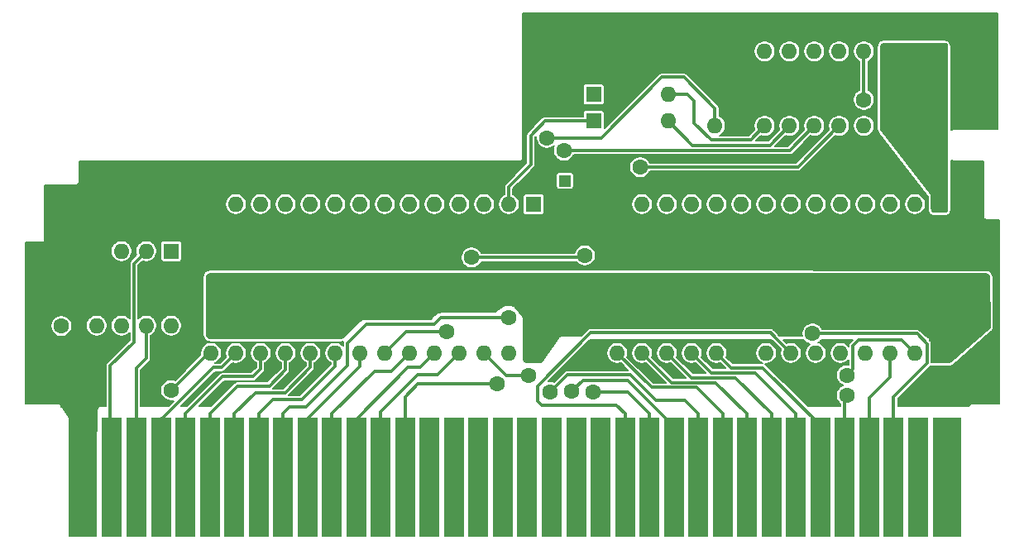
<source format=gbr>
%TF.GenerationSoftware,KiCad,Pcbnew,(5.1.9)-1*%
%TF.CreationDate,2022-04-25T20:02:03-07:00*%
%TF.ProjectId,NES-CN-ROM-256-05,4e45532d-434e-42d5-924f-4d2d3235362d,v01*%
%TF.SameCoordinates,Original*%
%TF.FileFunction,Copper,L2,Bot*%
%TF.FilePolarity,Positive*%
%FSLAX46Y46*%
G04 Gerber Fmt 4.6, Leading zero omitted, Abs format (unit mm)*
G04 Created by KiCad (PCBNEW (5.1.9)-1) date 2022-04-25 20:02:03*
%MOMM*%
%LPD*%
G01*
G04 APERTURE LIST*
%TA.AperFunction,SMDPad,CuDef*%
%ADD10R,2.000000X12.300000*%
%TD*%
%TA.AperFunction,SMDPad,CuDef*%
%ADD11R,3.000000X12.300000*%
%TD*%
%TA.AperFunction,ComponentPad*%
%ADD12R,1.200000X1.200000*%
%TD*%
%TA.AperFunction,ComponentPad*%
%ADD13C,1.200000*%
%TD*%
%TA.AperFunction,ComponentPad*%
%ADD14O,1.600000X1.600000*%
%TD*%
%TA.AperFunction,ComponentPad*%
%ADD15C,1.600000*%
%TD*%
%TA.AperFunction,ComponentPad*%
%ADD16R,1.600000X1.600000*%
%TD*%
%TA.AperFunction,ViaPad*%
%ADD17C,1.600000*%
%TD*%
%TA.AperFunction,Conductor*%
%ADD18C,0.300000*%
%TD*%
%TA.AperFunction,Conductor*%
%ADD19C,0.200000*%
%TD*%
%TA.AperFunction,Conductor*%
%ADD20C,0.100000*%
%TD*%
G04 APERTURE END LIST*
D10*
%TO.P,EDGE1,38*%
%TO.N,N/C*%
X204500000Y-117850000D03*
%TO.P,EDGE1,39*%
%TO.N,CPU_A12*%
X202000000Y-117850000D03*
%TO.P,EDGE1,40*%
%TO.N,CPU_A13*%
X199500000Y-117850000D03*
%TO.P,EDGE1,41*%
%TO.N,CPU_A14*%
X197000000Y-117850000D03*
%TO.P,EDGE1,42*%
%TO.N,CPU_D7*%
X194500000Y-117850000D03*
%TO.P,EDGE1,43*%
%TO.N,CPU_D6*%
X192000000Y-117850000D03*
%TO.P,EDGE1,44*%
%TO.N,CPU_D5*%
X189500000Y-117850000D03*
%TO.P,EDGE1,45*%
%TO.N,CPU_D4*%
X187000000Y-117850000D03*
%TO.P,EDGE1,46*%
%TO.N,CPU_D3*%
X184500000Y-117850000D03*
%TO.P,EDGE1,47*%
%TO.N,CPU_D2*%
X182000000Y-117850000D03*
%TO.P,EDGE1,48*%
%TO.N,CPU_D1*%
X179500000Y-117850000D03*
%TO.P,EDGE1,49*%
%TO.N,CPU_D0*%
X177000000Y-117850000D03*
%TO.P,EDGE1,50*%
%TO.N,ROMSEL*%
X174500000Y-117850000D03*
%TO.P,EDGE1,51*%
%TO.N,N/C*%
X172000000Y-117850000D03*
%TO.P,EDGE1,52*%
X169500000Y-117850000D03*
%TO.P,EDGE1,53*%
X167000000Y-117850000D03*
%TO.P,EDGE1,54*%
X164500000Y-117850000D03*
%TO.P,EDGE1,55*%
X162000000Y-117850000D03*
%TO.P,EDGE1,56*%
X159500000Y-117850000D03*
%TO.P,EDGE1,57*%
X157000000Y-117850000D03*
%TO.P,EDGE1,58*%
X154500000Y-117850000D03*
%TO.P,EDGE1,59*%
%TO.N,PPU_A7*%
X152000000Y-117850000D03*
%TO.P,EDGE1,60*%
%TO.N,PPU_A8*%
X149500000Y-117850000D03*
%TO.P,EDGE1,61*%
%TO.N,PPU_A9*%
X147000000Y-117850000D03*
%TO.P,EDGE1,62*%
%TO.N,PPU_A11*%
X144500000Y-117850000D03*
%TO.P,EDGE1,63*%
%TO.N,PPU_A10*%
X142000000Y-117850000D03*
%TO.P,EDGE1,64*%
%TO.N,PPU_A12*%
X139500000Y-117850000D03*
%TO.P,EDGE1,65*%
%TO.N,PPU_A13*%
X137000000Y-117850000D03*
%TO.P,EDGE1,66*%
%TO.N,PPU_AD7*%
X134500000Y-117850000D03*
%TO.P,EDGE1,67*%
%TO.N,PPU_AD6*%
X132000000Y-117850000D03*
%TO.P,EDGE1,68*%
%TO.N,PPU_AD5*%
X129500000Y-117850000D03*
%TO.P,EDGE1,69*%
%TO.N,PPU_AD4*%
X127000000Y-117850000D03*
%TO.P,EDGE1,70*%
%TO.N,CIC_RST*%
X124500000Y-117850000D03*
%TO.P,EDGE1,71*%
%TO.N,CIC_CLK*%
X122000000Y-117850000D03*
D11*
%TO.P,EDGE1,37*%
%TO.N,N/C*%
X207500000Y-117850000D03*
%TO.P,EDGE1,72*%
%TO.N,GND*%
X119000000Y-117850000D03*
%TD*%
D12*
%TO.P,C1,1*%
%TO.N,+5V*%
X168350000Y-87550000D03*
D13*
%TO.P,C1,2*%
%TO.N,GND*%
X169850000Y-87550000D03*
%TD*%
D14*
%TO.P,C2,2*%
%TO.N,GND*%
X116800000Y-94900000D03*
D15*
%TO.P,C2,1*%
%TO.N,+5V*%
X116800000Y-102400000D03*
%TD*%
%TO.P,C3,1*%
%TO.N,+5V*%
X210450000Y-101550000D03*
D14*
%TO.P,C3,2*%
%TO.N,GND*%
X210450000Y-94050000D03*
%TD*%
%TO.P,D1,2*%
%TO.N,Net-(D1-Pad2)*%
X178920000Y-78700000D03*
D16*
%TO.P,D1,1*%
%TO.N,PPU_A10*%
X171300000Y-78700000D03*
%TD*%
%TO.P,D2,1*%
%TO.N,PPU_A12*%
X171300000Y-81400000D03*
D14*
%TO.P,D2,2*%
%TO.N,Net-(D2-Pad2)*%
X178920000Y-81400000D03*
%TD*%
%TO.P,U2,16*%
%TO.N,+5V*%
X201500000Y-81920000D03*
%TO.P,U2,8*%
%TO.N,GND*%
X183720000Y-74300000D03*
%TO.P,U2,15*%
%TO.N,N/C*%
X198960000Y-81920000D03*
%TO.P,U2,7*%
%TO.N,GND*%
X186260000Y-74300000D03*
%TO.P,U2,14*%
%TO.N,/CHR_A13*%
X196420000Y-81920000D03*
%TO.P,U2,6*%
%TO.N,CPU_D5*%
X188800000Y-74300000D03*
%TO.P,U2,13*%
%TO.N,/CHR_A14*%
X193880000Y-81920000D03*
%TO.P,U2,5*%
%TO.N,CPU_D4*%
X191340000Y-74300000D03*
%TO.P,U2,12*%
%TO.N,Net-(D2-Pad2)*%
X191340000Y-81920000D03*
%TO.P,U2,4*%
%TO.N,CPU_D1*%
X193880000Y-74300000D03*
%TO.P,U2,11*%
%TO.N,Net-(D1-Pad2)*%
X188800000Y-81920000D03*
%TO.P,U2,3*%
%TO.N,CPU_D0*%
X196420000Y-74300000D03*
%TO.P,U2,10*%
%TO.N,GND*%
X186260000Y-81920000D03*
%TO.P,U2,2*%
%TO.N,ROMSEL*%
X198960000Y-74300000D03*
%TO.P,U2,9*%
%TO.N,CPU_RW*%
X183720000Y-81920000D03*
D16*
%TO.P,U2,1*%
%TO.N,+5V*%
X201500000Y-74300000D03*
%TD*%
%TO.P,U3,1*%
%TO.N,N/C*%
X128050000Y-94750000D03*
D14*
%TO.P,U3,5*%
%TO.N,CIC_IN*%
X120430000Y-102370000D03*
%TO.P,U3,2*%
%TO.N,CIC_CLK*%
X125510000Y-94750000D03*
%TO.P,U3,6*%
%TO.N,CIC_OUT*%
X122970000Y-102370000D03*
%TO.P,U3,3*%
%TO.N,N/C*%
X122970000Y-94750000D03*
%TO.P,U3,7*%
%TO.N,CIC_RST*%
X125510000Y-102370000D03*
%TO.P,U3,4*%
%TO.N,GND*%
X120430000Y-94750000D03*
%TO.P,U3,8*%
%TO.N,+5V*%
X128050000Y-102370000D03*
%TD*%
D16*
%TO.P,U4,1*%
%TO.N,+5V*%
X165150000Y-89950000D03*
D14*
%TO.P,U4,15*%
%TO.N,PPU_AD3*%
X132130000Y-105190000D03*
%TO.P,U4,2*%
%TO.N,PPU_A12*%
X162610000Y-89950000D03*
%TO.P,U4,16*%
%TO.N,PPU_AD4*%
X134670000Y-105190000D03*
%TO.P,U4,3*%
%TO.N,PPU_A7*%
X160070000Y-89950000D03*
%TO.P,U4,17*%
%TO.N,PPU_AD5*%
X137210000Y-105190000D03*
%TO.P,U4,4*%
%TO.N,PPU_A6*%
X157530000Y-89950000D03*
%TO.P,U4,18*%
%TO.N,PPU_AD6*%
X139750000Y-105190000D03*
%TO.P,U4,5*%
%TO.N,PPU_A5*%
X154990000Y-89950000D03*
%TO.P,U4,19*%
%TO.N,PPU_AD7*%
X142290000Y-105190000D03*
%TO.P,U4,6*%
%TO.N,PPU_A4*%
X152450000Y-89950000D03*
%TO.P,U4,20*%
%TO.N,PPU_A13*%
X144830000Y-105190000D03*
%TO.P,U4,7*%
%TO.N,PPU_A3*%
X149910000Y-89950000D03*
%TO.P,U4,21*%
%TO.N,PPU_A10*%
X147370000Y-105190000D03*
%TO.P,U4,8*%
%TO.N,PPU_A2*%
X147370000Y-89950000D03*
%TO.P,U4,22*%
%TO.N,PPU_RD*%
X149910000Y-105190000D03*
%TO.P,U4,9*%
%TO.N,PPU_A1*%
X144830000Y-89950000D03*
%TO.P,U4,23*%
%TO.N,PPU_A11*%
X152450000Y-105190000D03*
%TO.P,U4,10*%
%TO.N,PPU_A0*%
X142290000Y-89950000D03*
%TO.P,U4,24*%
%TO.N,PPU_A9*%
X154990000Y-105190000D03*
%TO.P,U4,11*%
%TO.N,PPU_AD0*%
X139750000Y-89950000D03*
%TO.P,U4,25*%
%TO.N,PPU_A8*%
X157530000Y-105190000D03*
%TO.P,U4,12*%
%TO.N,PPU_AD1*%
X137210000Y-89950000D03*
%TO.P,U4,26*%
%TO.N,/CHR_A13*%
X160070000Y-105190000D03*
%TO.P,U4,13*%
%TO.N,PPU_AD2*%
X134670000Y-89950000D03*
%TO.P,U4,27*%
%TO.N,/CHR_A14*%
X162610000Y-105190000D03*
%TO.P,U4,14*%
%TO.N,GND*%
X132130000Y-89950000D03*
%TO.P,U4,28*%
%TO.N,+5V*%
X165150000Y-105190000D03*
%TD*%
%TO.P,U5,28*%
%TO.N,+5V*%
X206720000Y-105190000D03*
%TO.P,U5,14*%
%TO.N,GND*%
X173700000Y-89950000D03*
%TO.P,U5,27*%
%TO.N,/PRG_A14*%
X204180000Y-105190000D03*
%TO.P,U5,13*%
%TO.N,CPU_D2*%
X176240000Y-89950000D03*
%TO.P,U5,26*%
%TO.N,CPU_A13*%
X201640000Y-105190000D03*
%TO.P,U5,12*%
%TO.N,CPU_D1*%
X178780000Y-89950000D03*
%TO.P,U5,25*%
%TO.N,CPU_A8*%
X199100000Y-105190000D03*
%TO.P,U5,11*%
%TO.N,CPU_D0*%
X181320000Y-89950000D03*
%TO.P,U5,24*%
%TO.N,CPU_A9*%
X196560000Y-105190000D03*
%TO.P,U5,10*%
%TO.N,CPU_A0*%
X183860000Y-89950000D03*
%TO.P,U5,23*%
%TO.N,CPU_A11*%
X194020000Y-105190000D03*
%TO.P,U5,9*%
%TO.N,CPU_A1*%
X186400000Y-89950000D03*
%TO.P,U5,22*%
%TO.N,ROMSEL*%
X191480000Y-105190000D03*
%TO.P,U5,8*%
%TO.N,CPU_A2*%
X188940000Y-89950000D03*
%TO.P,U5,21*%
%TO.N,CPU_A10*%
X188940000Y-105190000D03*
%TO.P,U5,7*%
%TO.N,CPU_A3*%
X191480000Y-89950000D03*
%TO.P,U5,20*%
%TO.N,GND*%
X186400000Y-105190000D03*
%TO.P,U5,6*%
%TO.N,CPU_A4*%
X194020000Y-89950000D03*
%TO.P,U5,19*%
%TO.N,CPU_D7*%
X183860000Y-105190000D03*
%TO.P,U5,5*%
%TO.N,CPU_A5*%
X196560000Y-89950000D03*
%TO.P,U5,18*%
%TO.N,CPU_D6*%
X181320000Y-105190000D03*
%TO.P,U5,4*%
%TO.N,CPU_A6*%
X199100000Y-89950000D03*
%TO.P,U5,17*%
%TO.N,CPU_D5*%
X178780000Y-105190000D03*
%TO.P,U5,3*%
%TO.N,CPU_A7*%
X201640000Y-89950000D03*
%TO.P,U5,16*%
%TO.N,CPU_D4*%
X176240000Y-105190000D03*
%TO.P,U5,2*%
%TO.N,CPU_A12*%
X204180000Y-89950000D03*
%TO.P,U5,15*%
%TO.N,CPU_D3*%
X173700000Y-105190000D03*
D16*
%TO.P,U5,1*%
%TO.N,+5V*%
X206720000Y-89950000D03*
%TD*%
D17*
%TO.N,+5V*%
X132700000Y-98050000D03*
X206700000Y-100450000D03*
X165650000Y-99200000D03*
%TO.N,GND*%
X197850000Y-87100000D03*
%TO.N,PPU_A12*%
X162600000Y-101550000D03*
%TO.N,CPU_RW*%
X166500000Y-83150000D03*
%TO.N,PPU_RD*%
X156250000Y-103000000D03*
%TO.N,CIRAM_A10*%
X158800000Y-95400000D03*
X170400000Y-95200000D03*
%TO.N,PPU_AD3*%
X128050000Y-109000000D03*
%TO.N,PPU_A7*%
X161400000Y-108350000D03*
%TO.N,ROMSEL*%
X198950000Y-79250000D03*
%TO.N,CPU_D0*%
X171200000Y-109150000D03*
%TO.N,CPU_D1*%
X169050000Y-109100000D03*
%TO.N,CPU_D2*%
X166850000Y-109150000D03*
%TO.N,CPU_A14*%
X197200000Y-109500000D03*
%TO.N,CPU_A12*%
X193700000Y-103200000D03*
%TO.N,/PRG_A14*%
X197200000Y-107450000D03*
%TO.N,/CHR_A13*%
X164600000Y-107450000D03*
X176050000Y-86150000D03*
%TO.N,/CHR_A14*%
X168250000Y-84450000D03*
%TD*%
D18*
%TO.N,GND*%
X119000000Y-97100000D02*
X116800000Y-94900000D01*
X119000000Y-117850000D02*
X119000000Y-97100000D01*
%TO.N,Net-(D1-Pad2)*%
X181600000Y-79400000D02*
X180900000Y-78700000D01*
X180900000Y-78700000D02*
X178920000Y-78700000D01*
X181600000Y-81650000D02*
X181600000Y-79400000D01*
X183300000Y-83350000D02*
X181600000Y-81650000D01*
X187370000Y-83350000D02*
X183300000Y-83350000D01*
X188800000Y-81920000D02*
X187370000Y-83350000D01*
%TO.N,PPU_A10*%
X142000000Y-117850000D02*
X142000000Y-111900000D01*
X147370000Y-106530000D02*
X147370000Y-105190000D01*
X142000000Y-111900000D02*
X147370000Y-106530000D01*
%TO.N,PPU_A12*%
X139500000Y-117850000D02*
X139500000Y-112700000D01*
X148000000Y-102250000D02*
X154950000Y-102250000D01*
X139500000Y-117850000D02*
X139500000Y-111400000D01*
X139500000Y-111400000D02*
X140200000Y-110700000D01*
X140200000Y-110700000D02*
X141850000Y-110700000D01*
X146100000Y-104150000D02*
X148000000Y-102250000D01*
X141850000Y-110700000D02*
X146100000Y-106450000D01*
X154950000Y-102250000D02*
X155650000Y-101550000D01*
X146100000Y-106450000D02*
X146100000Y-104150000D01*
X155650000Y-101550000D02*
X162600000Y-101550000D01*
X162600000Y-89960000D02*
X162610000Y-89950000D01*
X162610000Y-89950000D02*
X162610000Y-88140000D01*
X162610000Y-88140000D02*
X164850000Y-85900000D01*
X164850000Y-85900000D02*
X164850000Y-82900000D01*
X166350000Y-81400000D02*
X171300000Y-81400000D01*
X164850000Y-82900000D02*
X166350000Y-81400000D01*
%TO.N,Net-(D2-Pad2)*%
X191340000Y-81920000D02*
X189360000Y-83900000D01*
X181420000Y-83900000D02*
X178920000Y-81400000D01*
X189360000Y-83900000D02*
X181420000Y-83900000D01*
%TO.N,CPU_RW*%
X183720000Y-81920000D02*
X183720000Y-80120000D01*
X183720000Y-80120000D02*
X180550000Y-76950000D01*
X180550000Y-76950000D02*
X178250000Y-76950000D01*
X178250000Y-76950000D02*
X172050000Y-83150000D01*
X166500000Y-83150000D02*
X172050000Y-83150000D01*
%TO.N,PPU_RD*%
X152100000Y-103000000D02*
X149910000Y-105190000D01*
X156250000Y-103000000D02*
X152100000Y-103000000D01*
%TO.N,CIRAM_A10*%
X170200000Y-95400000D02*
X170400000Y-95200000D01*
X158800000Y-95400000D02*
X170200000Y-95400000D01*
%TO.N,PPU_AD3*%
X131860000Y-105190000D02*
X132130000Y-105190000D01*
X128050000Y-109000000D02*
X131860000Y-105190000D01*
%TO.N,CIC_CLK*%
X121819999Y-117669999D02*
X121819999Y-106480001D01*
X122000000Y-117850000D02*
X121819999Y-117669999D01*
X121819999Y-106480001D02*
X124250000Y-104050000D01*
X124250000Y-96010000D02*
X125510000Y-94750000D01*
X124250000Y-104050000D02*
X124250000Y-96010000D01*
%TO.N,CIC_RST*%
X124500000Y-117850000D02*
X124500000Y-106750000D01*
X125510000Y-105740000D02*
X125510000Y-102370000D01*
X124500000Y-106750000D02*
X125510000Y-105740000D01*
%TO.N,PPU_AD4*%
X127000000Y-117850000D02*
X127000000Y-111900000D01*
X127122002Y-111900000D02*
X132372002Y-106650000D01*
X127000000Y-111900000D02*
X127122002Y-111900000D01*
X133210000Y-106650000D02*
X134670000Y-105190000D01*
X132372002Y-106650000D02*
X133210000Y-106650000D01*
%TO.N,PPU_AD5*%
X137210000Y-105190000D02*
X137210000Y-106790000D01*
X137210000Y-106790000D02*
X136400000Y-107600000D01*
X129500000Y-111400000D02*
X129500000Y-117850000D01*
X133300000Y-107600000D02*
X129500000Y-111400000D01*
X136400000Y-107600000D02*
X133300000Y-107600000D01*
%TO.N,PPU_AD6*%
X139750000Y-105190000D02*
X139750000Y-106900000D01*
X139750000Y-106900000D02*
X138100000Y-108550000D01*
X132000000Y-111400000D02*
X132000000Y-117850000D01*
X134850000Y-108550000D02*
X132000000Y-111400000D01*
X138100000Y-108550000D02*
X134850000Y-108550000D01*
%TO.N,PPU_AD7*%
X142290000Y-105190000D02*
X142290000Y-106660000D01*
X142290000Y-106660000D02*
X139700000Y-109250000D01*
X134500000Y-111400000D02*
X134500000Y-117850000D01*
X136650000Y-109250000D02*
X134500000Y-111400000D01*
X139700000Y-109250000D02*
X136650000Y-109250000D01*
%TO.N,PPU_A13*%
X144830000Y-105190000D02*
X144830000Y-106520000D01*
X144830000Y-106520000D02*
X141400000Y-109950000D01*
X137000000Y-111400000D02*
X137000000Y-117850000D01*
X138450000Y-109950000D02*
X137000000Y-111400000D01*
X141400000Y-109950000D02*
X138450000Y-109950000D01*
%TO.N,PPU_A11*%
X144500000Y-117850000D02*
X144500000Y-111400000D01*
X144500000Y-111400000D02*
X148850000Y-107050000D01*
X150590000Y-107050000D02*
X152450000Y-105190000D01*
X148850000Y-107050000D02*
X150590000Y-107050000D01*
%TO.N,PPU_A9*%
X147000000Y-117850000D02*
X147000000Y-112650000D01*
X147000000Y-117850000D02*
X147000000Y-111950000D01*
X147000000Y-111950000D02*
X152300000Y-106650000D01*
X153530000Y-106650000D02*
X154990000Y-105190000D01*
X152300000Y-106650000D02*
X153530000Y-106650000D01*
%TO.N,PPU_A8*%
X149500000Y-117850000D02*
X149500000Y-111200000D01*
X149500000Y-111200000D02*
X153300000Y-107400000D01*
X155320000Y-107400000D02*
X157530000Y-105190000D01*
X153300000Y-107400000D02*
X155320000Y-107400000D01*
%TO.N,PPU_A7*%
X152000000Y-117850000D02*
X152000000Y-111400000D01*
X152000000Y-111400000D02*
X152000000Y-109650000D01*
X153300000Y-108350000D02*
X161400000Y-108350000D01*
X152000000Y-109650000D02*
X153300000Y-108350000D01*
%TO.N,ROMSEL*%
X198960000Y-79240000D02*
X198950000Y-79250000D01*
X198960000Y-74300000D02*
X198960000Y-79240000D01*
X165950000Y-110500000D02*
X173600000Y-110500000D01*
X174500000Y-111400000D02*
X174500000Y-117850000D01*
X165550000Y-110100000D02*
X165950000Y-110500000D01*
X165550000Y-108550000D02*
X165550000Y-110100000D01*
X173600000Y-110500000D02*
X174500000Y-111400000D01*
X171000000Y-103100000D02*
X165550000Y-108550000D01*
X189400000Y-103100000D02*
X171000000Y-103100000D01*
X189890000Y-103590000D02*
X189400000Y-103100000D01*
X189890000Y-103600000D02*
X189890000Y-103590000D01*
X191480000Y-105190000D02*
X189890000Y-103600000D01*
%TO.N,CPU_D0*%
X174750000Y-109150000D02*
X171200000Y-109150000D01*
X177000000Y-111400000D02*
X174750000Y-109150000D01*
X177000000Y-117850000D02*
X177000000Y-111400000D01*
%TO.N,CPU_D1*%
X179500000Y-112700000D02*
X174750000Y-107950000D01*
X179500000Y-117850000D02*
X179500000Y-112700000D01*
X170200000Y-107950000D02*
X169050000Y-109100000D01*
X174750000Y-107950000D02*
X170200000Y-107950000D01*
%TO.N,CPU_D2*%
X182000000Y-111400000D02*
X180600000Y-110000000D01*
X182000000Y-117850000D02*
X182000000Y-111400000D01*
X180600000Y-110000000D02*
X177650000Y-110000000D01*
X177650000Y-110000000D02*
X175050000Y-107400000D01*
X168600000Y-107400000D02*
X166850000Y-109150000D01*
X175050000Y-107400000D02*
X168600000Y-107400000D01*
%TO.N,CPU_D3*%
X184500000Y-117850000D02*
X184500000Y-111400000D01*
X184500000Y-111400000D02*
X181800040Y-108700040D01*
X181800040Y-108700040D02*
X177210040Y-108700040D01*
X177210040Y-108700040D02*
X173700000Y-105190000D01*
%TO.N,CPU_D4*%
X187000000Y-117850000D02*
X187000000Y-111400000D01*
X187000000Y-111400000D02*
X183800030Y-108200030D01*
X183800030Y-108200030D02*
X179250030Y-108200030D01*
X179250030Y-108200030D02*
X176240000Y-105190000D01*
%TO.N,CPU_D5*%
X181290020Y-107700020D02*
X178780000Y-105190000D01*
X185800020Y-107700020D02*
X181290020Y-107700020D01*
X189500000Y-111400000D02*
X185800020Y-107700020D01*
X189500000Y-117850000D02*
X189500000Y-111400000D01*
%TO.N,CPU_D6*%
X183330010Y-107200010D02*
X181320000Y-105190000D01*
X187800010Y-107200010D02*
X183330010Y-107200010D01*
X192000000Y-111400000D02*
X187800010Y-107200010D01*
X192000000Y-117850000D02*
X192000000Y-111400000D01*
%TO.N,CPU_D7*%
X194500000Y-112569998D02*
X188630002Y-106700000D01*
X194500000Y-117850000D02*
X194500000Y-112569998D01*
X185370000Y-106700000D02*
X183860000Y-105190000D01*
X188630002Y-106700000D02*
X185370000Y-106700000D01*
%TO.N,CPU_A14*%
X197000000Y-109700000D02*
X197150000Y-109550000D01*
X197000000Y-109700000D02*
X197200000Y-109500000D01*
X197000000Y-117850000D02*
X197000000Y-109700000D01*
%TO.N,CPU_A13*%
X199500000Y-117850000D02*
X199500000Y-109800000D01*
X201640000Y-107660000D02*
X201640000Y-105190000D01*
X199500000Y-109800000D02*
X201640000Y-107660000D01*
%TO.N,CPU_A12*%
X202000000Y-117850000D02*
X202000000Y-109700000D01*
X202000000Y-109700000D02*
X205450000Y-106250000D01*
X205450000Y-106250000D02*
X205450000Y-104250000D01*
X204400000Y-103200000D02*
X193700000Y-103200000D01*
X205450000Y-104250000D02*
X204400000Y-103200000D01*
%TO.N,/PRG_A14*%
X197200000Y-107450000D02*
X197850000Y-106800000D01*
X197850000Y-106800000D02*
X197850000Y-104400000D01*
X197850000Y-104400000D02*
X198450000Y-103800000D01*
X202790000Y-103800000D02*
X204180000Y-105190000D01*
X198450000Y-103800000D02*
X202790000Y-103800000D01*
%TO.N,/CHR_A13*%
X162330000Y-107450000D02*
X164600000Y-107450000D01*
X160070000Y-105190000D02*
X162330000Y-107450000D01*
X192190000Y-86150000D02*
X196420000Y-81920000D01*
X176050000Y-86150000D02*
X192190000Y-86150000D01*
%TO.N,/CHR_A14*%
X193880000Y-81920000D02*
X191350000Y-84450000D01*
X191350000Y-84450000D02*
X168250000Y-84450000D01*
%TD*%
D19*
%TO.N,+5V*%
X207257771Y-73518316D02*
X207354991Y-73567852D01*
X207432148Y-73645009D01*
X207481684Y-73742229D01*
X207500000Y-73857872D01*
X207500000Y-90392128D01*
X207481684Y-90507771D01*
X207432148Y-90604991D01*
X207354991Y-90682148D01*
X207257771Y-90731684D01*
X207142128Y-90750000D01*
X206257872Y-90750000D01*
X206142229Y-90731684D01*
X206045009Y-90682148D01*
X205967852Y-90604991D01*
X205918316Y-90507771D01*
X205900000Y-90392128D01*
X205900000Y-89204138D01*
X205898642Y-89187712D01*
X205874360Y-89041891D01*
X205869260Y-89022963D01*
X205863715Y-89010813D01*
X205793491Y-88880729D01*
X205784493Y-88866921D01*
X200778576Y-82416989D01*
X200720189Y-82308831D01*
X200700000Y-82187591D01*
X200700000Y-73857872D01*
X200718316Y-73742229D01*
X200767852Y-73645009D01*
X200845009Y-73567852D01*
X200942229Y-73518316D01*
X201057872Y-73500000D01*
X207142128Y-73500000D01*
X207257771Y-73518316D01*
%TA.AperFunction,Conductor*%
D20*
G36*
X207257771Y-73518316D02*
G01*
X207354991Y-73567852D01*
X207432148Y-73645009D01*
X207481684Y-73742229D01*
X207500000Y-73857872D01*
X207500000Y-90392128D01*
X207481684Y-90507771D01*
X207432148Y-90604991D01*
X207354991Y-90682148D01*
X207257771Y-90731684D01*
X207142128Y-90750000D01*
X206257872Y-90750000D01*
X206142229Y-90731684D01*
X206045009Y-90682148D01*
X205967852Y-90604991D01*
X205918316Y-90507771D01*
X205900000Y-90392128D01*
X205900000Y-89204138D01*
X205898642Y-89187712D01*
X205874360Y-89041891D01*
X205869260Y-89022963D01*
X205863715Y-89010813D01*
X205793491Y-88880729D01*
X205784493Y-88866921D01*
X200778576Y-82416989D01*
X200720189Y-82308831D01*
X200700000Y-82187591D01*
X200700000Y-73857872D01*
X200718316Y-73742229D01*
X200767852Y-73645009D01*
X200845009Y-73567852D01*
X200942229Y-73518316D01*
X201057872Y-73500000D01*
X207142128Y-73500000D01*
X207257771Y-73518316D01*
G37*
%TD.AperFunction*%
%TD*%
D19*
%TO.N,+5V*%
X211446634Y-97099362D02*
X211561524Y-97117603D01*
X211658200Y-97166659D01*
X211735144Y-97243033D01*
X211784919Y-97339345D01*
X211804015Y-97454092D01*
X211848101Y-102435900D01*
X211833587Y-102542494D01*
X211792359Y-102633906D01*
X211722074Y-102715337D01*
X207868126Y-106058521D01*
X207753857Y-106126383D01*
X207623059Y-106150000D01*
X206107872Y-106150000D01*
X205992229Y-106131684D01*
X205900000Y-106084691D01*
X205900000Y-104272093D01*
X205902176Y-104249999D01*
X205900000Y-104227905D01*
X205900000Y-104227895D01*
X205893489Y-104161785D01*
X205867757Y-104076959D01*
X205854511Y-104052177D01*
X205825971Y-103998783D01*
X205783828Y-103947432D01*
X205783824Y-103947428D01*
X205769737Y-103930263D01*
X205752572Y-103916176D01*
X205735422Y-103899026D01*
X205730513Y-103865098D01*
X205722395Y-103837632D01*
X205668541Y-103720542D01*
X205652971Y-103696504D01*
X205568137Y-103599481D01*
X205557935Y-103589379D01*
X205491469Y-103532409D01*
X205477070Y-103522129D01*
X205340340Y-103441746D01*
X205322548Y-103433515D01*
X205307283Y-103429517D01*
X205256890Y-103420495D01*
X204733829Y-102897434D01*
X204719737Y-102880263D01*
X204651216Y-102824029D01*
X204573041Y-102782243D01*
X204488215Y-102756511D01*
X204422105Y-102750000D01*
X204422094Y-102750000D01*
X204400000Y-102747824D01*
X204377906Y-102750000D01*
X194704235Y-102750000D01*
X194674807Y-102678955D01*
X194554425Y-102498791D01*
X194401209Y-102345575D01*
X194221045Y-102225193D01*
X194020858Y-102142273D01*
X193808341Y-102100000D01*
X193591659Y-102100000D01*
X193379142Y-102142273D01*
X193178955Y-102225193D01*
X192998791Y-102345575D01*
X192845575Y-102498791D01*
X192725193Y-102678955D01*
X192642273Y-102879142D01*
X192600000Y-103091659D01*
X192600000Y-103308341D01*
X192618232Y-103400000D01*
X190326396Y-103400000D01*
X190266882Y-103340486D01*
X190265971Y-103338783D01*
X190223828Y-103287432D01*
X190223823Y-103287427D01*
X190209737Y-103270263D01*
X190192572Y-103256176D01*
X189733828Y-102797433D01*
X189719737Y-102780263D01*
X189651216Y-102724029D01*
X189573041Y-102682243D01*
X189488215Y-102656511D01*
X189422105Y-102650000D01*
X189422094Y-102650000D01*
X189400000Y-102647824D01*
X189377906Y-102650000D01*
X171022094Y-102650000D01*
X171000000Y-102647824D01*
X170977905Y-102650000D01*
X170977895Y-102650000D01*
X170911785Y-102656511D01*
X170837798Y-102678955D01*
X170826959Y-102682243D01*
X170748783Y-102724029D01*
X170697432Y-102766172D01*
X170697428Y-102766176D01*
X170680263Y-102780263D01*
X170666176Y-102797428D01*
X170063604Y-103400000D01*
X168139623Y-103400000D01*
X168123385Y-103401327D01*
X167979183Y-103425057D01*
X167960245Y-103430121D01*
X167948419Y-103435464D01*
X167819426Y-103504153D01*
X167803110Y-103515019D01*
X167793621Y-103523869D01*
X167693441Y-103630270D01*
X167683276Y-103643002D01*
X166109415Y-105982527D01*
X166023700Y-106072825D01*
X165920654Y-106126095D01*
X165797427Y-106143810D01*
X164449215Y-106110927D01*
X164335766Y-106090397D01*
X164240877Y-106039990D01*
X164165835Y-105963096D01*
X164117757Y-105867008D01*
X164100000Y-105753093D01*
X164100000Y-101660634D01*
X164098534Y-101643575D01*
X164072342Y-101492291D01*
X164067121Y-101473395D01*
X164060872Y-101460158D01*
X163985345Y-101326485D01*
X163975677Y-101312353D01*
X163312431Y-100501719D01*
X163302283Y-100491032D01*
X163204382Y-100402077D01*
X163188651Y-100390379D01*
X163179957Y-100385721D01*
X163060420Y-100329075D01*
X163041967Y-100322457D01*
X163032295Y-100320528D01*
X162901452Y-100301086D01*
X162886754Y-100300000D01*
X162261444Y-100300000D01*
X162244306Y-100301480D01*
X162092346Y-100327914D01*
X162073455Y-100333150D01*
X162060083Y-100339488D01*
X161925975Y-100415685D01*
X161911805Y-100425438D01*
X161317718Y-100914687D01*
X161206238Y-100978028D01*
X161079926Y-101000000D01*
X155546231Y-101000000D01*
X155532567Y-101000938D01*
X155410744Y-101017742D01*
X155384436Y-101025140D01*
X155271711Y-101074296D01*
X155248389Y-101088540D01*
X155153180Y-101166377D01*
X155143195Y-101175752D01*
X154764919Y-101583126D01*
X154685703Y-101647889D01*
X154598262Y-101686019D01*
X154496905Y-101700000D01*
X147783068Y-101700000D01*
X147770224Y-101700828D01*
X147655591Y-101715674D01*
X147630752Y-101722218D01*
X147523682Y-101765776D01*
X147501329Y-101778431D01*
X147408887Y-101847827D01*
X147399113Y-101856200D01*
X145665884Y-103546098D01*
X145588956Y-103603848D01*
X145505880Y-103637645D01*
X145410481Y-103650000D01*
X132057872Y-103650000D01*
X131942229Y-103631684D01*
X131845009Y-103582148D01*
X131767852Y-103504991D01*
X131718316Y-103407771D01*
X131700000Y-103292128D01*
X131700000Y-97407872D01*
X131718316Y-97292229D01*
X131767852Y-97195009D01*
X131845009Y-97117852D01*
X131942229Y-97068316D01*
X132057872Y-97050000D01*
X176400176Y-97050000D01*
X211446634Y-97099362D01*
%TA.AperFunction,Conductor*%
D20*
G36*
X211446634Y-97099362D02*
G01*
X211561524Y-97117603D01*
X211658200Y-97166659D01*
X211735144Y-97243033D01*
X211784919Y-97339345D01*
X211804015Y-97454092D01*
X211848101Y-102435900D01*
X211833587Y-102542494D01*
X211792359Y-102633906D01*
X211722074Y-102715337D01*
X207868126Y-106058521D01*
X207753857Y-106126383D01*
X207623059Y-106150000D01*
X206107872Y-106150000D01*
X205992229Y-106131684D01*
X205900000Y-106084691D01*
X205900000Y-104272093D01*
X205902176Y-104249999D01*
X205900000Y-104227905D01*
X205900000Y-104227895D01*
X205893489Y-104161785D01*
X205867757Y-104076959D01*
X205854511Y-104052177D01*
X205825971Y-103998783D01*
X205783828Y-103947432D01*
X205783824Y-103947428D01*
X205769737Y-103930263D01*
X205752572Y-103916176D01*
X205735422Y-103899026D01*
X205730513Y-103865098D01*
X205722395Y-103837632D01*
X205668541Y-103720542D01*
X205652971Y-103696504D01*
X205568137Y-103599481D01*
X205557935Y-103589379D01*
X205491469Y-103532409D01*
X205477070Y-103522129D01*
X205340340Y-103441746D01*
X205322548Y-103433515D01*
X205307283Y-103429517D01*
X205256890Y-103420495D01*
X204733829Y-102897434D01*
X204719737Y-102880263D01*
X204651216Y-102824029D01*
X204573041Y-102782243D01*
X204488215Y-102756511D01*
X204422105Y-102750000D01*
X204422094Y-102750000D01*
X204400000Y-102747824D01*
X204377906Y-102750000D01*
X194704235Y-102750000D01*
X194674807Y-102678955D01*
X194554425Y-102498791D01*
X194401209Y-102345575D01*
X194221045Y-102225193D01*
X194020858Y-102142273D01*
X193808341Y-102100000D01*
X193591659Y-102100000D01*
X193379142Y-102142273D01*
X193178955Y-102225193D01*
X192998791Y-102345575D01*
X192845575Y-102498791D01*
X192725193Y-102678955D01*
X192642273Y-102879142D01*
X192600000Y-103091659D01*
X192600000Y-103308341D01*
X192618232Y-103400000D01*
X190326396Y-103400000D01*
X190266882Y-103340486D01*
X190265971Y-103338783D01*
X190223828Y-103287432D01*
X190223823Y-103287427D01*
X190209737Y-103270263D01*
X190192572Y-103256176D01*
X189733828Y-102797433D01*
X189719737Y-102780263D01*
X189651216Y-102724029D01*
X189573041Y-102682243D01*
X189488215Y-102656511D01*
X189422105Y-102650000D01*
X189422094Y-102650000D01*
X189400000Y-102647824D01*
X189377906Y-102650000D01*
X171022094Y-102650000D01*
X171000000Y-102647824D01*
X170977905Y-102650000D01*
X170977895Y-102650000D01*
X170911785Y-102656511D01*
X170837798Y-102678955D01*
X170826959Y-102682243D01*
X170748783Y-102724029D01*
X170697432Y-102766172D01*
X170697428Y-102766176D01*
X170680263Y-102780263D01*
X170666176Y-102797428D01*
X170063604Y-103400000D01*
X168139623Y-103400000D01*
X168123385Y-103401327D01*
X167979183Y-103425057D01*
X167960245Y-103430121D01*
X167948419Y-103435464D01*
X167819426Y-103504153D01*
X167803110Y-103515019D01*
X167793621Y-103523869D01*
X167693441Y-103630270D01*
X167683276Y-103643002D01*
X166109415Y-105982527D01*
X166023700Y-106072825D01*
X165920654Y-106126095D01*
X165797427Y-106143810D01*
X164449215Y-106110927D01*
X164335766Y-106090397D01*
X164240877Y-106039990D01*
X164165835Y-105963096D01*
X164117757Y-105867008D01*
X164100000Y-105753093D01*
X164100000Y-101660634D01*
X164098534Y-101643575D01*
X164072342Y-101492291D01*
X164067121Y-101473395D01*
X164060872Y-101460158D01*
X163985345Y-101326485D01*
X163975677Y-101312353D01*
X163312431Y-100501719D01*
X163302283Y-100491032D01*
X163204382Y-100402077D01*
X163188651Y-100390379D01*
X163179957Y-100385721D01*
X163060420Y-100329075D01*
X163041967Y-100322457D01*
X163032295Y-100320528D01*
X162901452Y-100301086D01*
X162886754Y-100300000D01*
X162261444Y-100300000D01*
X162244306Y-100301480D01*
X162092346Y-100327914D01*
X162073455Y-100333150D01*
X162060083Y-100339488D01*
X161925975Y-100415685D01*
X161911805Y-100425438D01*
X161317718Y-100914687D01*
X161206238Y-100978028D01*
X161079926Y-101000000D01*
X155546231Y-101000000D01*
X155532567Y-101000938D01*
X155410744Y-101017742D01*
X155384436Y-101025140D01*
X155271711Y-101074296D01*
X155248389Y-101088540D01*
X155153180Y-101166377D01*
X155143195Y-101175752D01*
X154764919Y-101583126D01*
X154685703Y-101647889D01*
X154598262Y-101686019D01*
X154496905Y-101700000D01*
X147783068Y-101700000D01*
X147770224Y-101700828D01*
X147655591Y-101715674D01*
X147630752Y-101722218D01*
X147523682Y-101765776D01*
X147501329Y-101778431D01*
X147408887Y-101847827D01*
X147399113Y-101856200D01*
X145665884Y-103546098D01*
X145588956Y-103603848D01*
X145505880Y-103637645D01*
X145410481Y-103650000D01*
X132057872Y-103650000D01*
X131942229Y-103631684D01*
X131845009Y-103582148D01*
X131767852Y-103504991D01*
X131718316Y-103407771D01*
X131700000Y-103292128D01*
X131700000Y-97407872D01*
X131718316Y-97292229D01*
X131767852Y-97195009D01*
X131845009Y-97117852D01*
X131942229Y-97068316D01*
X132057872Y-97050000D01*
X176400176Y-97050000D01*
X211446634Y-97099362D01*
G37*
%TD.AperFunction*%
%TD*%
D19*
%TO.N,GND*%
X212625000Y-82275000D02*
X208115961Y-82275000D01*
X208100000Y-82273428D01*
X208084040Y-82275000D01*
X208084039Y-82275000D01*
X208036289Y-82279703D01*
X207975026Y-82298287D01*
X207918566Y-82328465D01*
X207900000Y-82343702D01*
X207900000Y-73850000D01*
X207896306Y-73803069D01*
X207874281Y-73664011D01*
X207866712Y-73629511D01*
X207845277Y-73574746D01*
X207781360Y-73449301D01*
X207763499Y-73418826D01*
X207726190Y-73373365D01*
X207626635Y-73273810D01*
X207600231Y-73250346D01*
X207550699Y-73218640D01*
X207425254Y-73154723D01*
X207392894Y-73140568D01*
X207335989Y-73125719D01*
X207196931Y-73103694D01*
X207150000Y-73100000D01*
X201050000Y-73100000D01*
X201003069Y-73103694D01*
X200864011Y-73125719D01*
X200829511Y-73133288D01*
X200774746Y-73154723D01*
X200686032Y-73199925D01*
X200641190Y-73204341D01*
X200584640Y-73221496D01*
X200532523Y-73249353D01*
X200486842Y-73286842D01*
X200449353Y-73332523D01*
X200421496Y-73384640D01*
X200404341Y-73441190D01*
X200399925Y-73486032D01*
X200354723Y-73574746D01*
X200340568Y-73607106D01*
X200325719Y-73664011D01*
X200303694Y-73803069D01*
X200300000Y-73850000D01*
X200300000Y-82195862D01*
X200304075Y-82245139D01*
X200328357Y-82390960D01*
X200337562Y-82429954D01*
X200360292Y-82484194D01*
X200430516Y-82614278D01*
X200457510Y-82655704D01*
X205453287Y-89092572D01*
X205487999Y-89156871D01*
X205500000Y-89228943D01*
X205500000Y-90400000D01*
X205503694Y-90446931D01*
X205525719Y-90585989D01*
X205533288Y-90620489D01*
X205554723Y-90675254D01*
X205618640Y-90800699D01*
X205625357Y-90812160D01*
X205641496Y-90865360D01*
X205669353Y-90917477D01*
X205706842Y-90963158D01*
X205752523Y-91000647D01*
X205804640Y-91028504D01*
X205861190Y-91045659D01*
X205881240Y-91047634D01*
X205974746Y-91095277D01*
X206007106Y-91109432D01*
X206064011Y-91124281D01*
X206203069Y-91146306D01*
X206250000Y-91150000D01*
X207150000Y-91150000D01*
X207196931Y-91146306D01*
X207335989Y-91124281D01*
X207370489Y-91116712D01*
X207425254Y-91095277D01*
X207511268Y-91051451D01*
X207520000Y-91051451D01*
X207578810Y-91045659D01*
X207635360Y-91028504D01*
X207687477Y-91000647D01*
X207733158Y-90963158D01*
X207770647Y-90917477D01*
X207798504Y-90865360D01*
X207815659Y-90808810D01*
X207821451Y-90750000D01*
X207821451Y-90722015D01*
X207845277Y-90675254D01*
X207859432Y-90642894D01*
X207874281Y-90585989D01*
X207896306Y-90446931D01*
X207900000Y-90400000D01*
X207900000Y-85456298D01*
X207918566Y-85471535D01*
X207975026Y-85501713D01*
X208036289Y-85520297D01*
X208074181Y-85524029D01*
X208100000Y-85526572D01*
X208115960Y-85525000D01*
X211175001Y-85525000D01*
X211175000Y-91184039D01*
X211173428Y-91200000D01*
X211179703Y-91263711D01*
X211198287Y-91324974D01*
X211228465Y-91381434D01*
X211269079Y-91430921D01*
X211318566Y-91471535D01*
X211375026Y-91501713D01*
X211436289Y-91520297D01*
X211500000Y-91526572D01*
X211515960Y-91525000D01*
X212775001Y-91525000D01*
X212775000Y-110375000D01*
X210015961Y-110375000D01*
X210000000Y-110373428D01*
X209984040Y-110375000D01*
X209984039Y-110375000D01*
X209936289Y-110379703D01*
X209875026Y-110398287D01*
X209818566Y-110428465D01*
X209769079Y-110469079D01*
X209728465Y-110518566D01*
X209698287Y-110575026D01*
X209679703Y-110636289D01*
X209678522Y-110648277D01*
X202450000Y-110644689D01*
X202450000Y-109886395D01*
X205752573Y-106583823D01*
X205769737Y-106569737D01*
X205783824Y-106552572D01*
X205783828Y-106552568D01*
X205825971Y-106501217D01*
X205828312Y-106496837D01*
X205857106Y-106509432D01*
X205914011Y-106524281D01*
X206053069Y-106546306D01*
X206100000Y-106550000D01*
X207632017Y-106550000D01*
X207685324Y-106545226D01*
X207842699Y-106516810D01*
X207889314Y-106504454D01*
X207942579Y-106479525D01*
X208080079Y-106397866D01*
X208123475Y-106366542D01*
X211989637Y-103012763D01*
X212020158Y-102982166D01*
X212104652Y-102884273D01*
X212151021Y-102811593D01*
X212204187Y-102693712D01*
X212227971Y-102610847D01*
X212245418Y-102482714D01*
X212248149Y-102439584D01*
X212203930Y-97442735D01*
X212199872Y-97396141D01*
X212176909Y-97258160D01*
X212169241Y-97224312D01*
X212147491Y-97169672D01*
X212083269Y-97045407D01*
X212065577Y-97015547D01*
X212028099Y-96970225D01*
X211928823Y-96871684D01*
X211902816Y-96848699D01*
X211853232Y-96817074D01*
X211728493Y-96753778D01*
X211696683Y-96739889D01*
X211639784Y-96725018D01*
X211501635Y-96703084D01*
X211455016Y-96699373D01*
X176400740Y-96650000D01*
X132050000Y-96650000D01*
X132003069Y-96653694D01*
X131864011Y-96675719D01*
X131829511Y-96683288D01*
X131774746Y-96704723D01*
X131649301Y-96768640D01*
X131618826Y-96786501D01*
X131573365Y-96823810D01*
X131473810Y-96923365D01*
X131450346Y-96949769D01*
X131418640Y-96999301D01*
X131354723Y-97124746D01*
X131340568Y-97157106D01*
X131325719Y-97214011D01*
X131303694Y-97353069D01*
X131300000Y-97400000D01*
X131300000Y-103300000D01*
X131303694Y-103346931D01*
X131325719Y-103485989D01*
X131333288Y-103520489D01*
X131354723Y-103575254D01*
X131418640Y-103700699D01*
X131436501Y-103731174D01*
X131473810Y-103776635D01*
X131573365Y-103876190D01*
X131599769Y-103899654D01*
X131649301Y-103931360D01*
X131774746Y-103995277D01*
X131807106Y-104009432D01*
X131864011Y-104024281D01*
X132003069Y-104046306D01*
X132050000Y-104050000D01*
X145416932Y-104050000D01*
X145455463Y-104047515D01*
X145570096Y-104032669D01*
X145644614Y-104013039D01*
X145675055Y-104000655D01*
X145660841Y-104047515D01*
X145656512Y-104061785D01*
X145650805Y-104119737D01*
X145647824Y-104150000D01*
X145650001Y-104172104D01*
X145650001Y-104454367D01*
X145531209Y-104335575D01*
X145351045Y-104215193D01*
X145150858Y-104132273D01*
X144938341Y-104090000D01*
X144721659Y-104090000D01*
X144509142Y-104132273D01*
X144308955Y-104215193D01*
X144128791Y-104335575D01*
X143975575Y-104488791D01*
X143855193Y-104668955D01*
X143772273Y-104869142D01*
X143730000Y-105081659D01*
X143730000Y-105298341D01*
X143772273Y-105510858D01*
X143855193Y-105711045D01*
X143975575Y-105891209D01*
X144128791Y-106044425D01*
X144308955Y-106164807D01*
X144380001Y-106194235D01*
X144380001Y-106333603D01*
X141213605Y-109500000D01*
X140086395Y-109500000D01*
X142592572Y-106993824D01*
X142609737Y-106979737D01*
X142623824Y-106962572D01*
X142623828Y-106962568D01*
X142665971Y-106911217D01*
X142707757Y-106833041D01*
X142710488Y-106824039D01*
X142733489Y-106748215D01*
X142740000Y-106682105D01*
X142740000Y-106682095D01*
X142742176Y-106660001D01*
X142740000Y-106637906D01*
X142740000Y-106194235D01*
X142811045Y-106164807D01*
X142991209Y-106044425D01*
X143144425Y-105891209D01*
X143264807Y-105711045D01*
X143347727Y-105510858D01*
X143390000Y-105298341D01*
X143390000Y-105081659D01*
X143347727Y-104869142D01*
X143264807Y-104668955D01*
X143144425Y-104488791D01*
X142991209Y-104335575D01*
X142811045Y-104215193D01*
X142610858Y-104132273D01*
X142398341Y-104090000D01*
X142181659Y-104090000D01*
X141969142Y-104132273D01*
X141768955Y-104215193D01*
X141588791Y-104335575D01*
X141435575Y-104488791D01*
X141315193Y-104668955D01*
X141232273Y-104869142D01*
X141190000Y-105081659D01*
X141190000Y-105298341D01*
X141232273Y-105510858D01*
X141315193Y-105711045D01*
X141435575Y-105891209D01*
X141588791Y-106044425D01*
X141768955Y-106164807D01*
X141840001Y-106194235D01*
X141840001Y-106473603D01*
X139513605Y-108800000D01*
X138486395Y-108800000D01*
X140052572Y-107233824D01*
X140069737Y-107219737D01*
X140083824Y-107202572D01*
X140083828Y-107202568D01*
X140125971Y-107151217D01*
X140167757Y-107073041D01*
X140174377Y-107051217D01*
X140193489Y-106988215D01*
X140200000Y-106922105D01*
X140200000Y-106922093D01*
X140202176Y-106900001D01*
X140200000Y-106877909D01*
X140200000Y-106194235D01*
X140271045Y-106164807D01*
X140451209Y-106044425D01*
X140604425Y-105891209D01*
X140724807Y-105711045D01*
X140807727Y-105510858D01*
X140850000Y-105298341D01*
X140850000Y-105081659D01*
X140807727Y-104869142D01*
X140724807Y-104668955D01*
X140604425Y-104488791D01*
X140451209Y-104335575D01*
X140271045Y-104215193D01*
X140070858Y-104132273D01*
X139858341Y-104090000D01*
X139641659Y-104090000D01*
X139429142Y-104132273D01*
X139228955Y-104215193D01*
X139048791Y-104335575D01*
X138895575Y-104488791D01*
X138775193Y-104668955D01*
X138692273Y-104869142D01*
X138650000Y-105081659D01*
X138650000Y-105298341D01*
X138692273Y-105510858D01*
X138775193Y-105711045D01*
X138895575Y-105891209D01*
X139048791Y-106044425D01*
X139228955Y-106164807D01*
X139300001Y-106194235D01*
X139300001Y-106713603D01*
X137913605Y-108100000D01*
X134872094Y-108100000D01*
X134850000Y-108097824D01*
X134827906Y-108100000D01*
X134827895Y-108100000D01*
X134761785Y-108106511D01*
X134676959Y-108132243D01*
X134598783Y-108174029D01*
X134547432Y-108216172D01*
X134547428Y-108216176D01*
X134530263Y-108230263D01*
X134516176Y-108247428D01*
X132153810Y-110609794D01*
X130927210Y-110609185D01*
X133486396Y-108050000D01*
X136377906Y-108050000D01*
X136400000Y-108052176D01*
X136422094Y-108050000D01*
X136422105Y-108050000D01*
X136488215Y-108043489D01*
X136573041Y-108017757D01*
X136651216Y-107975971D01*
X136719737Y-107919737D01*
X136733829Y-107902567D01*
X137512572Y-107123824D01*
X137529737Y-107109737D01*
X137543824Y-107092572D01*
X137543828Y-107092568D01*
X137585971Y-107041217D01*
X137627757Y-106963041D01*
X137635427Y-106937757D01*
X137653489Y-106878215D01*
X137660000Y-106812105D01*
X137660000Y-106812095D01*
X137662176Y-106790000D01*
X137660000Y-106767906D01*
X137660000Y-106194235D01*
X137731045Y-106164807D01*
X137911209Y-106044425D01*
X138064425Y-105891209D01*
X138184807Y-105711045D01*
X138267727Y-105510858D01*
X138310000Y-105298341D01*
X138310000Y-105081659D01*
X138267727Y-104869142D01*
X138184807Y-104668955D01*
X138064425Y-104488791D01*
X137911209Y-104335575D01*
X137731045Y-104215193D01*
X137530858Y-104132273D01*
X137318341Y-104090000D01*
X137101659Y-104090000D01*
X136889142Y-104132273D01*
X136688955Y-104215193D01*
X136508791Y-104335575D01*
X136355575Y-104488791D01*
X136235193Y-104668955D01*
X136152273Y-104869142D01*
X136110000Y-105081659D01*
X136110000Y-105298341D01*
X136152273Y-105510858D01*
X136235193Y-105711045D01*
X136355575Y-105891209D01*
X136508791Y-106044425D01*
X136688955Y-106164807D01*
X136760001Y-106194235D01*
X136760001Y-106603603D01*
X136213605Y-107150000D01*
X133322094Y-107150000D01*
X133300000Y-107147824D01*
X133277906Y-107150000D01*
X133277895Y-107150000D01*
X133211785Y-107156511D01*
X133126959Y-107182243D01*
X133048783Y-107224029D01*
X132997432Y-107266172D01*
X132997428Y-107266176D01*
X132980263Y-107280263D01*
X132966176Y-107297428D01*
X129655051Y-110608554D01*
X129050143Y-110608254D01*
X132558398Y-107100000D01*
X133187906Y-107100000D01*
X133210000Y-107102176D01*
X133232094Y-107100000D01*
X133232105Y-107100000D01*
X133298215Y-107093489D01*
X133383041Y-107067757D01*
X133461216Y-107025971D01*
X133529737Y-106969737D01*
X133543829Y-106952566D01*
X134278096Y-106218299D01*
X134349142Y-106247727D01*
X134561659Y-106290000D01*
X134778341Y-106290000D01*
X134990858Y-106247727D01*
X135191045Y-106164807D01*
X135371209Y-106044425D01*
X135524425Y-105891209D01*
X135644807Y-105711045D01*
X135727727Y-105510858D01*
X135770000Y-105298341D01*
X135770000Y-105081659D01*
X135727727Y-104869142D01*
X135644807Y-104668955D01*
X135524425Y-104488791D01*
X135371209Y-104335575D01*
X135191045Y-104215193D01*
X134990858Y-104132273D01*
X134778341Y-104090000D01*
X134561659Y-104090000D01*
X134349142Y-104132273D01*
X134148955Y-104215193D01*
X133968791Y-104335575D01*
X133815575Y-104488791D01*
X133695193Y-104668955D01*
X133612273Y-104869142D01*
X133570000Y-105081659D01*
X133570000Y-105298341D01*
X133612273Y-105510858D01*
X133641701Y-105581904D01*
X133023605Y-106200000D01*
X132566081Y-106200000D01*
X132651045Y-106164807D01*
X132831209Y-106044425D01*
X132984425Y-105891209D01*
X133104807Y-105711045D01*
X133187727Y-105510858D01*
X133230000Y-105298341D01*
X133230000Y-105081659D01*
X133187727Y-104869142D01*
X133104807Y-104668955D01*
X132984425Y-104488791D01*
X132831209Y-104335575D01*
X132651045Y-104215193D01*
X132450858Y-104132273D01*
X132238341Y-104090000D01*
X132021659Y-104090000D01*
X131809142Y-104132273D01*
X131608955Y-104215193D01*
X131428791Y-104335575D01*
X131275575Y-104488791D01*
X131155193Y-104668955D01*
X131072273Y-104869142D01*
X131030000Y-105081659D01*
X131030000Y-105298341D01*
X131044146Y-105369458D01*
X128441904Y-107971701D01*
X128370858Y-107942273D01*
X128158341Y-107900000D01*
X127941659Y-107900000D01*
X127729142Y-107942273D01*
X127528955Y-108025193D01*
X127348791Y-108145575D01*
X127195575Y-108298791D01*
X127075193Y-108478955D01*
X126992273Y-108679142D01*
X126950000Y-108891659D01*
X126950000Y-109108341D01*
X126992273Y-109320858D01*
X127075193Y-109521045D01*
X127195575Y-109701209D01*
X127348791Y-109854425D01*
X127528955Y-109974807D01*
X127729142Y-110057727D01*
X127941659Y-110100000D01*
X128158341Y-110100000D01*
X128317208Y-110068399D01*
X127777985Y-110607622D01*
X124950000Y-110606218D01*
X124950000Y-106936395D01*
X125812573Y-106073823D01*
X125829737Y-106059737D01*
X125843824Y-106042572D01*
X125843828Y-106042568D01*
X125885971Y-105991217D01*
X125927757Y-105913041D01*
X125927757Y-105913040D01*
X125953489Y-105828215D01*
X125960000Y-105762105D01*
X125960000Y-105762094D01*
X125962176Y-105740000D01*
X125960000Y-105717906D01*
X125960000Y-103374235D01*
X126031045Y-103344807D01*
X126211209Y-103224425D01*
X126364425Y-103071209D01*
X126484807Y-102891045D01*
X126567727Y-102690858D01*
X126610000Y-102478341D01*
X126610000Y-102261659D01*
X126950000Y-102261659D01*
X126950000Y-102478341D01*
X126992273Y-102690858D01*
X127075193Y-102891045D01*
X127195575Y-103071209D01*
X127348791Y-103224425D01*
X127528955Y-103344807D01*
X127729142Y-103427727D01*
X127941659Y-103470000D01*
X128158341Y-103470000D01*
X128370858Y-103427727D01*
X128571045Y-103344807D01*
X128751209Y-103224425D01*
X128904425Y-103071209D01*
X129024807Y-102891045D01*
X129107727Y-102690858D01*
X129150000Y-102478341D01*
X129150000Y-102261659D01*
X129107727Y-102049142D01*
X129024807Y-101848955D01*
X128904425Y-101668791D01*
X128751209Y-101515575D01*
X128571045Y-101395193D01*
X128370858Y-101312273D01*
X128158341Y-101270000D01*
X127941659Y-101270000D01*
X127729142Y-101312273D01*
X127528955Y-101395193D01*
X127348791Y-101515575D01*
X127195575Y-101668791D01*
X127075193Y-101848955D01*
X126992273Y-102049142D01*
X126950000Y-102261659D01*
X126610000Y-102261659D01*
X126567727Y-102049142D01*
X126484807Y-101848955D01*
X126364425Y-101668791D01*
X126211209Y-101515575D01*
X126031045Y-101395193D01*
X125830858Y-101312273D01*
X125618341Y-101270000D01*
X125401659Y-101270000D01*
X125189142Y-101312273D01*
X124988955Y-101395193D01*
X124808791Y-101515575D01*
X124700000Y-101624366D01*
X124700000Y-96196395D01*
X125118096Y-95778299D01*
X125189142Y-95807727D01*
X125401659Y-95850000D01*
X125618341Y-95850000D01*
X125830858Y-95807727D01*
X126031045Y-95724807D01*
X126211209Y-95604425D01*
X126364425Y-95451209D01*
X126484807Y-95271045D01*
X126567727Y-95070858D01*
X126610000Y-94858341D01*
X126610000Y-94641659D01*
X126567727Y-94429142D01*
X126484807Y-94228955D01*
X126364425Y-94048791D01*
X126265634Y-93950000D01*
X126948549Y-93950000D01*
X126948549Y-95550000D01*
X126954341Y-95608810D01*
X126971496Y-95665360D01*
X126999353Y-95717477D01*
X127036842Y-95763158D01*
X127082523Y-95800647D01*
X127134640Y-95828504D01*
X127191190Y-95845659D01*
X127250000Y-95851451D01*
X128850000Y-95851451D01*
X128908810Y-95845659D01*
X128965360Y-95828504D01*
X129017477Y-95800647D01*
X129063158Y-95763158D01*
X129100647Y-95717477D01*
X129128504Y-95665360D01*
X129145659Y-95608810D01*
X129151451Y-95550000D01*
X129151451Y-95291659D01*
X157700000Y-95291659D01*
X157700000Y-95508341D01*
X157742273Y-95720858D01*
X157825193Y-95921045D01*
X157945575Y-96101209D01*
X158098791Y-96254425D01*
X158278955Y-96374807D01*
X158479142Y-96457727D01*
X158691659Y-96500000D01*
X158908341Y-96500000D01*
X159120858Y-96457727D01*
X159321045Y-96374807D01*
X159501209Y-96254425D01*
X159654425Y-96101209D01*
X159774807Y-95921045D01*
X159804235Y-95850000D01*
X169511358Y-95850000D01*
X169545575Y-95901209D01*
X169698791Y-96054425D01*
X169878955Y-96174807D01*
X170079142Y-96257727D01*
X170291659Y-96300000D01*
X170508341Y-96300000D01*
X170720858Y-96257727D01*
X170921045Y-96174807D01*
X171101209Y-96054425D01*
X171254425Y-95901209D01*
X171374807Y-95721045D01*
X171457727Y-95520858D01*
X171500000Y-95308341D01*
X171500000Y-95091659D01*
X171457727Y-94879142D01*
X171374807Y-94678955D01*
X171254425Y-94498791D01*
X171101209Y-94345575D01*
X170921045Y-94225193D01*
X170720858Y-94142273D01*
X170508341Y-94100000D01*
X170291659Y-94100000D01*
X170079142Y-94142273D01*
X169878955Y-94225193D01*
X169698791Y-94345575D01*
X169545575Y-94498791D01*
X169425193Y-94678955D01*
X169342273Y-94879142D01*
X169328178Y-94950000D01*
X159804235Y-94950000D01*
X159774807Y-94878955D01*
X159654425Y-94698791D01*
X159501209Y-94545575D01*
X159321045Y-94425193D01*
X159120858Y-94342273D01*
X158908341Y-94300000D01*
X158691659Y-94300000D01*
X158479142Y-94342273D01*
X158278955Y-94425193D01*
X158098791Y-94545575D01*
X157945575Y-94698791D01*
X157825193Y-94878955D01*
X157742273Y-95079142D01*
X157700000Y-95291659D01*
X129151451Y-95291659D01*
X129151451Y-93950000D01*
X129145659Y-93891190D01*
X129128504Y-93834640D01*
X129100647Y-93782523D01*
X129063158Y-93736842D01*
X129017477Y-93699353D01*
X128965360Y-93671496D01*
X128908810Y-93654341D01*
X128850000Y-93648549D01*
X127250000Y-93648549D01*
X127191190Y-93654341D01*
X127134640Y-93671496D01*
X127082523Y-93699353D01*
X127036842Y-93736842D01*
X126999353Y-93782523D01*
X126971496Y-93834640D01*
X126954341Y-93891190D01*
X126948549Y-93950000D01*
X126265634Y-93950000D01*
X126211209Y-93895575D01*
X126031045Y-93775193D01*
X125830858Y-93692273D01*
X125618341Y-93650000D01*
X125401659Y-93650000D01*
X125189142Y-93692273D01*
X124988955Y-93775193D01*
X124808791Y-93895575D01*
X124655575Y-94048791D01*
X124535193Y-94228955D01*
X124452273Y-94429142D01*
X124410000Y-94641659D01*
X124410000Y-94858341D01*
X124452273Y-95070858D01*
X124481701Y-95141904D01*
X123947429Y-95676176D01*
X123930264Y-95690263D01*
X123916177Y-95707428D01*
X123916172Y-95707433D01*
X123874029Y-95758784D01*
X123832243Y-95836960D01*
X123806512Y-95921785D01*
X123797824Y-96010000D01*
X123800001Y-96032104D01*
X123800000Y-101644366D01*
X123671209Y-101515575D01*
X123491045Y-101395193D01*
X123290858Y-101312273D01*
X123078341Y-101270000D01*
X122861659Y-101270000D01*
X122649142Y-101312273D01*
X122448955Y-101395193D01*
X122268791Y-101515575D01*
X122115575Y-101668791D01*
X121995193Y-101848955D01*
X121912273Y-102049142D01*
X121870000Y-102261659D01*
X121870000Y-102478341D01*
X121912273Y-102690858D01*
X121995193Y-102891045D01*
X122115575Y-103071209D01*
X122268791Y-103224425D01*
X122448955Y-103344807D01*
X122649142Y-103427727D01*
X122861659Y-103470000D01*
X123078341Y-103470000D01*
X123290858Y-103427727D01*
X123491045Y-103344807D01*
X123671209Y-103224425D01*
X123800000Y-103095634D01*
X123800000Y-103863604D01*
X121517428Y-106146177D01*
X121500263Y-106160264D01*
X121486176Y-106177429D01*
X121486171Y-106177434D01*
X121444028Y-106228785D01*
X121402242Y-106306961D01*
X121379406Y-106382243D01*
X121376511Y-106391786D01*
X121371031Y-106447433D01*
X121367823Y-106480001D01*
X121370000Y-106502105D01*
X121370000Y-110604441D01*
X120950273Y-110604233D01*
X120934623Y-110605457D01*
X120795512Y-110627427D01*
X120776542Y-110632369D01*
X120765744Y-110637087D01*
X120640237Y-110700981D01*
X120623723Y-110711544D01*
X120614912Y-110719369D01*
X120515302Y-110818930D01*
X120502862Y-110834081D01*
X120496901Y-110844245D01*
X120432944Y-110969720D01*
X120425797Y-110987974D01*
X120423270Y-110999485D01*
X120401232Y-111138585D01*
X120400000Y-111154233D01*
X120400000Y-113192128D01*
X120381684Y-113307771D01*
X120332148Y-113404991D01*
X120254991Y-113482148D01*
X120157771Y-113531684D01*
X120042128Y-113550000D01*
X117957872Y-113550000D01*
X117842229Y-113531684D01*
X117745009Y-113482148D01*
X117667852Y-113404991D01*
X117618316Y-113307771D01*
X117600000Y-113192128D01*
X117600000Y-111850000D01*
X117598709Y-111833981D01*
X117575616Y-111691679D01*
X117570594Y-111672730D01*
X117565485Y-111661288D01*
X117498578Y-111533590D01*
X117490000Y-111520000D01*
X116965000Y-110820000D01*
X116954810Y-110808400D01*
X116855615Y-110711684D01*
X116840306Y-110699441D01*
X116830527Y-110693841D01*
X116825000Y-110691077D01*
X116825000Y-110665961D01*
X116826572Y-110650000D01*
X116820297Y-110586289D01*
X116801713Y-110525026D01*
X116771535Y-110468566D01*
X116730921Y-110419079D01*
X116681434Y-110378465D01*
X116624974Y-110348287D01*
X116563711Y-110329703D01*
X116515961Y-110325000D01*
X116515960Y-110325000D01*
X116500000Y-110323428D01*
X116484039Y-110325000D01*
X113125000Y-110325000D01*
X113125000Y-102291659D01*
X115700000Y-102291659D01*
X115700000Y-102508341D01*
X115742273Y-102720858D01*
X115825193Y-102921045D01*
X115945575Y-103101209D01*
X116098791Y-103254425D01*
X116278955Y-103374807D01*
X116479142Y-103457727D01*
X116691659Y-103500000D01*
X116908341Y-103500000D01*
X117120858Y-103457727D01*
X117321045Y-103374807D01*
X117501209Y-103254425D01*
X117654425Y-103101209D01*
X117774807Y-102921045D01*
X117857727Y-102720858D01*
X117900000Y-102508341D01*
X117900000Y-102291659D01*
X117894033Y-102261659D01*
X119330000Y-102261659D01*
X119330000Y-102478341D01*
X119372273Y-102690858D01*
X119455193Y-102891045D01*
X119575575Y-103071209D01*
X119728791Y-103224425D01*
X119908955Y-103344807D01*
X120109142Y-103427727D01*
X120321659Y-103470000D01*
X120538341Y-103470000D01*
X120750858Y-103427727D01*
X120951045Y-103344807D01*
X121131209Y-103224425D01*
X121284425Y-103071209D01*
X121404807Y-102891045D01*
X121487727Y-102690858D01*
X121530000Y-102478341D01*
X121530000Y-102261659D01*
X121487727Y-102049142D01*
X121404807Y-101848955D01*
X121284425Y-101668791D01*
X121131209Y-101515575D01*
X120951045Y-101395193D01*
X120750858Y-101312273D01*
X120538341Y-101270000D01*
X120321659Y-101270000D01*
X120109142Y-101312273D01*
X119908955Y-101395193D01*
X119728791Y-101515575D01*
X119575575Y-101668791D01*
X119455193Y-101848955D01*
X119372273Y-102049142D01*
X119330000Y-102261659D01*
X117894033Y-102261659D01*
X117857727Y-102079142D01*
X117774807Y-101878955D01*
X117654425Y-101698791D01*
X117501209Y-101545575D01*
X117321045Y-101425193D01*
X117120858Y-101342273D01*
X116908341Y-101300000D01*
X116691659Y-101300000D01*
X116479142Y-101342273D01*
X116278955Y-101425193D01*
X116098791Y-101545575D01*
X115945575Y-101698791D01*
X115825193Y-101878955D01*
X115742273Y-102079142D01*
X115700000Y-102291659D01*
X113125000Y-102291659D01*
X113125000Y-94641659D01*
X121870000Y-94641659D01*
X121870000Y-94858341D01*
X121912273Y-95070858D01*
X121995193Y-95271045D01*
X122115575Y-95451209D01*
X122268791Y-95604425D01*
X122448955Y-95724807D01*
X122649142Y-95807727D01*
X122861659Y-95850000D01*
X123078341Y-95850000D01*
X123290858Y-95807727D01*
X123491045Y-95724807D01*
X123671209Y-95604425D01*
X123824425Y-95451209D01*
X123944807Y-95271045D01*
X124027727Y-95070858D01*
X124070000Y-94858341D01*
X124070000Y-94641659D01*
X124027727Y-94429142D01*
X123944807Y-94228955D01*
X123824425Y-94048791D01*
X123671209Y-93895575D01*
X123491045Y-93775193D01*
X123290858Y-93692273D01*
X123078341Y-93650000D01*
X122861659Y-93650000D01*
X122649142Y-93692273D01*
X122448955Y-93775193D01*
X122268791Y-93895575D01*
X122115575Y-94048791D01*
X121995193Y-94228955D01*
X121912273Y-94429142D01*
X121870000Y-94641659D01*
X113125000Y-94641659D01*
X113125000Y-93875000D01*
X114784040Y-93875000D01*
X114800000Y-93876572D01*
X114863711Y-93870297D01*
X114924974Y-93851713D01*
X114981434Y-93821535D01*
X115030921Y-93780921D01*
X115071535Y-93731434D01*
X115101713Y-93674974D01*
X115120297Y-93613711D01*
X115125000Y-93565961D01*
X115126572Y-93550000D01*
X115125000Y-93534039D01*
X115125000Y-89841659D01*
X133570000Y-89841659D01*
X133570000Y-90058341D01*
X133612273Y-90270858D01*
X133695193Y-90471045D01*
X133815575Y-90651209D01*
X133968791Y-90804425D01*
X134148955Y-90924807D01*
X134349142Y-91007727D01*
X134561659Y-91050000D01*
X134778341Y-91050000D01*
X134990858Y-91007727D01*
X135191045Y-90924807D01*
X135371209Y-90804425D01*
X135524425Y-90651209D01*
X135644807Y-90471045D01*
X135727727Y-90270858D01*
X135770000Y-90058341D01*
X135770000Y-89841659D01*
X136110000Y-89841659D01*
X136110000Y-90058341D01*
X136152273Y-90270858D01*
X136235193Y-90471045D01*
X136355575Y-90651209D01*
X136508791Y-90804425D01*
X136688955Y-90924807D01*
X136889142Y-91007727D01*
X137101659Y-91050000D01*
X137318341Y-91050000D01*
X137530858Y-91007727D01*
X137731045Y-90924807D01*
X137911209Y-90804425D01*
X138064425Y-90651209D01*
X138184807Y-90471045D01*
X138267727Y-90270858D01*
X138310000Y-90058341D01*
X138310000Y-89841659D01*
X138650000Y-89841659D01*
X138650000Y-90058341D01*
X138692273Y-90270858D01*
X138775193Y-90471045D01*
X138895575Y-90651209D01*
X139048791Y-90804425D01*
X139228955Y-90924807D01*
X139429142Y-91007727D01*
X139641659Y-91050000D01*
X139858341Y-91050000D01*
X140070858Y-91007727D01*
X140271045Y-90924807D01*
X140451209Y-90804425D01*
X140604425Y-90651209D01*
X140724807Y-90471045D01*
X140807727Y-90270858D01*
X140850000Y-90058341D01*
X140850000Y-89841659D01*
X141190000Y-89841659D01*
X141190000Y-90058341D01*
X141232273Y-90270858D01*
X141315193Y-90471045D01*
X141435575Y-90651209D01*
X141588791Y-90804425D01*
X141768955Y-90924807D01*
X141969142Y-91007727D01*
X142181659Y-91050000D01*
X142398341Y-91050000D01*
X142610858Y-91007727D01*
X142811045Y-90924807D01*
X142991209Y-90804425D01*
X143144425Y-90651209D01*
X143264807Y-90471045D01*
X143347727Y-90270858D01*
X143390000Y-90058341D01*
X143390000Y-89841659D01*
X143730000Y-89841659D01*
X143730000Y-90058341D01*
X143772273Y-90270858D01*
X143855193Y-90471045D01*
X143975575Y-90651209D01*
X144128791Y-90804425D01*
X144308955Y-90924807D01*
X144509142Y-91007727D01*
X144721659Y-91050000D01*
X144938341Y-91050000D01*
X145150858Y-91007727D01*
X145351045Y-90924807D01*
X145531209Y-90804425D01*
X145684425Y-90651209D01*
X145804807Y-90471045D01*
X145887727Y-90270858D01*
X145930000Y-90058341D01*
X145930000Y-89841659D01*
X146270000Y-89841659D01*
X146270000Y-90058341D01*
X146312273Y-90270858D01*
X146395193Y-90471045D01*
X146515575Y-90651209D01*
X146668791Y-90804425D01*
X146848955Y-90924807D01*
X147049142Y-91007727D01*
X147261659Y-91050000D01*
X147478341Y-91050000D01*
X147690858Y-91007727D01*
X147891045Y-90924807D01*
X148071209Y-90804425D01*
X148224425Y-90651209D01*
X148344807Y-90471045D01*
X148427727Y-90270858D01*
X148470000Y-90058341D01*
X148470000Y-89841659D01*
X148810000Y-89841659D01*
X148810000Y-90058341D01*
X148852273Y-90270858D01*
X148935193Y-90471045D01*
X149055575Y-90651209D01*
X149208791Y-90804425D01*
X149388955Y-90924807D01*
X149589142Y-91007727D01*
X149801659Y-91050000D01*
X150018341Y-91050000D01*
X150230858Y-91007727D01*
X150431045Y-90924807D01*
X150611209Y-90804425D01*
X150764425Y-90651209D01*
X150884807Y-90471045D01*
X150967727Y-90270858D01*
X151010000Y-90058341D01*
X151010000Y-89841659D01*
X151350000Y-89841659D01*
X151350000Y-90058341D01*
X151392273Y-90270858D01*
X151475193Y-90471045D01*
X151595575Y-90651209D01*
X151748791Y-90804425D01*
X151928955Y-90924807D01*
X152129142Y-91007727D01*
X152341659Y-91050000D01*
X152558341Y-91050000D01*
X152770858Y-91007727D01*
X152971045Y-90924807D01*
X153151209Y-90804425D01*
X153304425Y-90651209D01*
X153424807Y-90471045D01*
X153507727Y-90270858D01*
X153550000Y-90058341D01*
X153550000Y-89841659D01*
X153890000Y-89841659D01*
X153890000Y-90058341D01*
X153932273Y-90270858D01*
X154015193Y-90471045D01*
X154135575Y-90651209D01*
X154288791Y-90804425D01*
X154468955Y-90924807D01*
X154669142Y-91007727D01*
X154881659Y-91050000D01*
X155098341Y-91050000D01*
X155310858Y-91007727D01*
X155511045Y-90924807D01*
X155691209Y-90804425D01*
X155844425Y-90651209D01*
X155964807Y-90471045D01*
X156047727Y-90270858D01*
X156090000Y-90058341D01*
X156090000Y-89841659D01*
X156430000Y-89841659D01*
X156430000Y-90058341D01*
X156472273Y-90270858D01*
X156555193Y-90471045D01*
X156675575Y-90651209D01*
X156828791Y-90804425D01*
X157008955Y-90924807D01*
X157209142Y-91007727D01*
X157421659Y-91050000D01*
X157638341Y-91050000D01*
X157850858Y-91007727D01*
X158051045Y-90924807D01*
X158231209Y-90804425D01*
X158384425Y-90651209D01*
X158504807Y-90471045D01*
X158587727Y-90270858D01*
X158630000Y-90058341D01*
X158630000Y-89841659D01*
X158970000Y-89841659D01*
X158970000Y-90058341D01*
X159012273Y-90270858D01*
X159095193Y-90471045D01*
X159215575Y-90651209D01*
X159368791Y-90804425D01*
X159548955Y-90924807D01*
X159749142Y-91007727D01*
X159961659Y-91050000D01*
X160178341Y-91050000D01*
X160390858Y-91007727D01*
X160591045Y-90924807D01*
X160771209Y-90804425D01*
X160924425Y-90651209D01*
X161044807Y-90471045D01*
X161127727Y-90270858D01*
X161170000Y-90058341D01*
X161170000Y-89841659D01*
X161510000Y-89841659D01*
X161510000Y-90058341D01*
X161552273Y-90270858D01*
X161635193Y-90471045D01*
X161755575Y-90651209D01*
X161908791Y-90804425D01*
X162088955Y-90924807D01*
X162289142Y-91007727D01*
X162501659Y-91050000D01*
X162718341Y-91050000D01*
X162930858Y-91007727D01*
X163131045Y-90924807D01*
X163311209Y-90804425D01*
X163464425Y-90651209D01*
X163584807Y-90471045D01*
X163667727Y-90270858D01*
X163710000Y-90058341D01*
X163710000Y-89841659D01*
X163667727Y-89629142D01*
X163584807Y-89428955D01*
X163464425Y-89248791D01*
X163365634Y-89150000D01*
X164048549Y-89150000D01*
X164048549Y-90750000D01*
X164054341Y-90808810D01*
X164071496Y-90865360D01*
X164099353Y-90917477D01*
X164136842Y-90963158D01*
X164182523Y-91000647D01*
X164234640Y-91028504D01*
X164291190Y-91045659D01*
X164350000Y-91051451D01*
X165950000Y-91051451D01*
X166008810Y-91045659D01*
X166065360Y-91028504D01*
X166117477Y-91000647D01*
X166163158Y-90963158D01*
X166200647Y-90917477D01*
X166228504Y-90865360D01*
X166245659Y-90808810D01*
X166251451Y-90750000D01*
X166251451Y-89841659D01*
X175140000Y-89841659D01*
X175140000Y-90058341D01*
X175182273Y-90270858D01*
X175265193Y-90471045D01*
X175385575Y-90651209D01*
X175538791Y-90804425D01*
X175718955Y-90924807D01*
X175919142Y-91007727D01*
X176131659Y-91050000D01*
X176348341Y-91050000D01*
X176560858Y-91007727D01*
X176761045Y-90924807D01*
X176941209Y-90804425D01*
X177094425Y-90651209D01*
X177214807Y-90471045D01*
X177297727Y-90270858D01*
X177340000Y-90058341D01*
X177340000Y-89841659D01*
X177680000Y-89841659D01*
X177680000Y-90058341D01*
X177722273Y-90270858D01*
X177805193Y-90471045D01*
X177925575Y-90651209D01*
X178078791Y-90804425D01*
X178258955Y-90924807D01*
X178459142Y-91007727D01*
X178671659Y-91050000D01*
X178888341Y-91050000D01*
X179100858Y-91007727D01*
X179301045Y-90924807D01*
X179481209Y-90804425D01*
X179634425Y-90651209D01*
X179754807Y-90471045D01*
X179837727Y-90270858D01*
X179880000Y-90058341D01*
X179880000Y-89841659D01*
X180220000Y-89841659D01*
X180220000Y-90058341D01*
X180262273Y-90270858D01*
X180345193Y-90471045D01*
X180465575Y-90651209D01*
X180618791Y-90804425D01*
X180798955Y-90924807D01*
X180999142Y-91007727D01*
X181211659Y-91050000D01*
X181428341Y-91050000D01*
X181640858Y-91007727D01*
X181841045Y-90924807D01*
X182021209Y-90804425D01*
X182174425Y-90651209D01*
X182294807Y-90471045D01*
X182377727Y-90270858D01*
X182420000Y-90058341D01*
X182420000Y-89841659D01*
X182760000Y-89841659D01*
X182760000Y-90058341D01*
X182802273Y-90270858D01*
X182885193Y-90471045D01*
X183005575Y-90651209D01*
X183158791Y-90804425D01*
X183338955Y-90924807D01*
X183539142Y-91007727D01*
X183751659Y-91050000D01*
X183968341Y-91050000D01*
X184180858Y-91007727D01*
X184381045Y-90924807D01*
X184561209Y-90804425D01*
X184714425Y-90651209D01*
X184834807Y-90471045D01*
X184917727Y-90270858D01*
X184960000Y-90058341D01*
X184960000Y-89841659D01*
X185300000Y-89841659D01*
X185300000Y-90058341D01*
X185342273Y-90270858D01*
X185425193Y-90471045D01*
X185545575Y-90651209D01*
X185698791Y-90804425D01*
X185878955Y-90924807D01*
X186079142Y-91007727D01*
X186291659Y-91050000D01*
X186508341Y-91050000D01*
X186720858Y-91007727D01*
X186921045Y-90924807D01*
X187101209Y-90804425D01*
X187254425Y-90651209D01*
X187374807Y-90471045D01*
X187457727Y-90270858D01*
X187500000Y-90058341D01*
X187500000Y-89841659D01*
X187840000Y-89841659D01*
X187840000Y-90058341D01*
X187882273Y-90270858D01*
X187965193Y-90471045D01*
X188085575Y-90651209D01*
X188238791Y-90804425D01*
X188418955Y-90924807D01*
X188619142Y-91007727D01*
X188831659Y-91050000D01*
X189048341Y-91050000D01*
X189260858Y-91007727D01*
X189461045Y-90924807D01*
X189641209Y-90804425D01*
X189794425Y-90651209D01*
X189914807Y-90471045D01*
X189997727Y-90270858D01*
X190040000Y-90058341D01*
X190040000Y-89841659D01*
X190380000Y-89841659D01*
X190380000Y-90058341D01*
X190422273Y-90270858D01*
X190505193Y-90471045D01*
X190625575Y-90651209D01*
X190778791Y-90804425D01*
X190958955Y-90924807D01*
X191159142Y-91007727D01*
X191371659Y-91050000D01*
X191588341Y-91050000D01*
X191800858Y-91007727D01*
X192001045Y-90924807D01*
X192181209Y-90804425D01*
X192334425Y-90651209D01*
X192454807Y-90471045D01*
X192537727Y-90270858D01*
X192580000Y-90058341D01*
X192580000Y-89841659D01*
X192920000Y-89841659D01*
X192920000Y-90058341D01*
X192962273Y-90270858D01*
X193045193Y-90471045D01*
X193165575Y-90651209D01*
X193318791Y-90804425D01*
X193498955Y-90924807D01*
X193699142Y-91007727D01*
X193911659Y-91050000D01*
X194128341Y-91050000D01*
X194340858Y-91007727D01*
X194541045Y-90924807D01*
X194721209Y-90804425D01*
X194874425Y-90651209D01*
X194994807Y-90471045D01*
X195077727Y-90270858D01*
X195120000Y-90058341D01*
X195120000Y-89841659D01*
X195460000Y-89841659D01*
X195460000Y-90058341D01*
X195502273Y-90270858D01*
X195585193Y-90471045D01*
X195705575Y-90651209D01*
X195858791Y-90804425D01*
X196038955Y-90924807D01*
X196239142Y-91007727D01*
X196451659Y-91050000D01*
X196668341Y-91050000D01*
X196880858Y-91007727D01*
X197081045Y-90924807D01*
X197261209Y-90804425D01*
X197414425Y-90651209D01*
X197534807Y-90471045D01*
X197617727Y-90270858D01*
X197660000Y-90058341D01*
X197660000Y-89841659D01*
X198000000Y-89841659D01*
X198000000Y-90058341D01*
X198042273Y-90270858D01*
X198125193Y-90471045D01*
X198245575Y-90651209D01*
X198398791Y-90804425D01*
X198578955Y-90924807D01*
X198779142Y-91007727D01*
X198991659Y-91050000D01*
X199208341Y-91050000D01*
X199420858Y-91007727D01*
X199621045Y-90924807D01*
X199801209Y-90804425D01*
X199954425Y-90651209D01*
X200074807Y-90471045D01*
X200157727Y-90270858D01*
X200200000Y-90058341D01*
X200200000Y-89841659D01*
X200540000Y-89841659D01*
X200540000Y-90058341D01*
X200582273Y-90270858D01*
X200665193Y-90471045D01*
X200785575Y-90651209D01*
X200938791Y-90804425D01*
X201118955Y-90924807D01*
X201319142Y-91007727D01*
X201531659Y-91050000D01*
X201748341Y-91050000D01*
X201960858Y-91007727D01*
X202161045Y-90924807D01*
X202341209Y-90804425D01*
X202494425Y-90651209D01*
X202614807Y-90471045D01*
X202697727Y-90270858D01*
X202740000Y-90058341D01*
X202740000Y-89841659D01*
X203080000Y-89841659D01*
X203080000Y-90058341D01*
X203122273Y-90270858D01*
X203205193Y-90471045D01*
X203325575Y-90651209D01*
X203478791Y-90804425D01*
X203658955Y-90924807D01*
X203859142Y-91007727D01*
X204071659Y-91050000D01*
X204288341Y-91050000D01*
X204500858Y-91007727D01*
X204701045Y-90924807D01*
X204881209Y-90804425D01*
X205034425Y-90651209D01*
X205154807Y-90471045D01*
X205237727Y-90270858D01*
X205280000Y-90058341D01*
X205280000Y-89841659D01*
X205237727Y-89629142D01*
X205154807Y-89428955D01*
X205034425Y-89248791D01*
X204881209Y-89095575D01*
X204701045Y-88975193D01*
X204500858Y-88892273D01*
X204288341Y-88850000D01*
X204071659Y-88850000D01*
X203859142Y-88892273D01*
X203658955Y-88975193D01*
X203478791Y-89095575D01*
X203325575Y-89248791D01*
X203205193Y-89428955D01*
X203122273Y-89629142D01*
X203080000Y-89841659D01*
X202740000Y-89841659D01*
X202697727Y-89629142D01*
X202614807Y-89428955D01*
X202494425Y-89248791D01*
X202341209Y-89095575D01*
X202161045Y-88975193D01*
X201960858Y-88892273D01*
X201748341Y-88850000D01*
X201531659Y-88850000D01*
X201319142Y-88892273D01*
X201118955Y-88975193D01*
X200938791Y-89095575D01*
X200785575Y-89248791D01*
X200665193Y-89428955D01*
X200582273Y-89629142D01*
X200540000Y-89841659D01*
X200200000Y-89841659D01*
X200157727Y-89629142D01*
X200074807Y-89428955D01*
X199954425Y-89248791D01*
X199801209Y-89095575D01*
X199621045Y-88975193D01*
X199420858Y-88892273D01*
X199208341Y-88850000D01*
X198991659Y-88850000D01*
X198779142Y-88892273D01*
X198578955Y-88975193D01*
X198398791Y-89095575D01*
X198245575Y-89248791D01*
X198125193Y-89428955D01*
X198042273Y-89629142D01*
X198000000Y-89841659D01*
X197660000Y-89841659D01*
X197617727Y-89629142D01*
X197534807Y-89428955D01*
X197414425Y-89248791D01*
X197261209Y-89095575D01*
X197081045Y-88975193D01*
X196880858Y-88892273D01*
X196668341Y-88850000D01*
X196451659Y-88850000D01*
X196239142Y-88892273D01*
X196038955Y-88975193D01*
X195858791Y-89095575D01*
X195705575Y-89248791D01*
X195585193Y-89428955D01*
X195502273Y-89629142D01*
X195460000Y-89841659D01*
X195120000Y-89841659D01*
X195077727Y-89629142D01*
X194994807Y-89428955D01*
X194874425Y-89248791D01*
X194721209Y-89095575D01*
X194541045Y-88975193D01*
X194340858Y-88892273D01*
X194128341Y-88850000D01*
X193911659Y-88850000D01*
X193699142Y-88892273D01*
X193498955Y-88975193D01*
X193318791Y-89095575D01*
X193165575Y-89248791D01*
X193045193Y-89428955D01*
X192962273Y-89629142D01*
X192920000Y-89841659D01*
X192580000Y-89841659D01*
X192537727Y-89629142D01*
X192454807Y-89428955D01*
X192334425Y-89248791D01*
X192181209Y-89095575D01*
X192001045Y-88975193D01*
X191800858Y-88892273D01*
X191588341Y-88850000D01*
X191371659Y-88850000D01*
X191159142Y-88892273D01*
X190958955Y-88975193D01*
X190778791Y-89095575D01*
X190625575Y-89248791D01*
X190505193Y-89428955D01*
X190422273Y-89629142D01*
X190380000Y-89841659D01*
X190040000Y-89841659D01*
X189997727Y-89629142D01*
X189914807Y-89428955D01*
X189794425Y-89248791D01*
X189641209Y-89095575D01*
X189461045Y-88975193D01*
X189260858Y-88892273D01*
X189048341Y-88850000D01*
X188831659Y-88850000D01*
X188619142Y-88892273D01*
X188418955Y-88975193D01*
X188238791Y-89095575D01*
X188085575Y-89248791D01*
X187965193Y-89428955D01*
X187882273Y-89629142D01*
X187840000Y-89841659D01*
X187500000Y-89841659D01*
X187457727Y-89629142D01*
X187374807Y-89428955D01*
X187254425Y-89248791D01*
X187101209Y-89095575D01*
X186921045Y-88975193D01*
X186720858Y-88892273D01*
X186508341Y-88850000D01*
X186291659Y-88850000D01*
X186079142Y-88892273D01*
X185878955Y-88975193D01*
X185698791Y-89095575D01*
X185545575Y-89248791D01*
X185425193Y-89428955D01*
X185342273Y-89629142D01*
X185300000Y-89841659D01*
X184960000Y-89841659D01*
X184917727Y-89629142D01*
X184834807Y-89428955D01*
X184714425Y-89248791D01*
X184561209Y-89095575D01*
X184381045Y-88975193D01*
X184180858Y-88892273D01*
X183968341Y-88850000D01*
X183751659Y-88850000D01*
X183539142Y-88892273D01*
X183338955Y-88975193D01*
X183158791Y-89095575D01*
X183005575Y-89248791D01*
X182885193Y-89428955D01*
X182802273Y-89629142D01*
X182760000Y-89841659D01*
X182420000Y-89841659D01*
X182377727Y-89629142D01*
X182294807Y-89428955D01*
X182174425Y-89248791D01*
X182021209Y-89095575D01*
X181841045Y-88975193D01*
X181640858Y-88892273D01*
X181428341Y-88850000D01*
X181211659Y-88850000D01*
X180999142Y-88892273D01*
X180798955Y-88975193D01*
X180618791Y-89095575D01*
X180465575Y-89248791D01*
X180345193Y-89428955D01*
X180262273Y-89629142D01*
X180220000Y-89841659D01*
X179880000Y-89841659D01*
X179837727Y-89629142D01*
X179754807Y-89428955D01*
X179634425Y-89248791D01*
X179481209Y-89095575D01*
X179301045Y-88975193D01*
X179100858Y-88892273D01*
X178888341Y-88850000D01*
X178671659Y-88850000D01*
X178459142Y-88892273D01*
X178258955Y-88975193D01*
X178078791Y-89095575D01*
X177925575Y-89248791D01*
X177805193Y-89428955D01*
X177722273Y-89629142D01*
X177680000Y-89841659D01*
X177340000Y-89841659D01*
X177297727Y-89629142D01*
X177214807Y-89428955D01*
X177094425Y-89248791D01*
X176941209Y-89095575D01*
X176761045Y-88975193D01*
X176560858Y-88892273D01*
X176348341Y-88850000D01*
X176131659Y-88850000D01*
X175919142Y-88892273D01*
X175718955Y-88975193D01*
X175538791Y-89095575D01*
X175385575Y-89248791D01*
X175265193Y-89428955D01*
X175182273Y-89629142D01*
X175140000Y-89841659D01*
X166251451Y-89841659D01*
X166251451Y-89150000D01*
X166245659Y-89091190D01*
X166228504Y-89034640D01*
X166200647Y-88982523D01*
X166163158Y-88936842D01*
X166117477Y-88899353D01*
X166065360Y-88871496D01*
X166008810Y-88854341D01*
X165950000Y-88848549D01*
X164350000Y-88848549D01*
X164291190Y-88854341D01*
X164234640Y-88871496D01*
X164182523Y-88899353D01*
X164136842Y-88936842D01*
X164099353Y-88982523D01*
X164071496Y-89034640D01*
X164054341Y-89091190D01*
X164048549Y-89150000D01*
X163365634Y-89150000D01*
X163311209Y-89095575D01*
X163131045Y-88975193D01*
X163060000Y-88945765D01*
X163060000Y-88326395D01*
X164436395Y-86950000D01*
X167448549Y-86950000D01*
X167448549Y-88150000D01*
X167454341Y-88208810D01*
X167471496Y-88265360D01*
X167499353Y-88317477D01*
X167536842Y-88363158D01*
X167582523Y-88400647D01*
X167634640Y-88428504D01*
X167691190Y-88445659D01*
X167750000Y-88451451D01*
X168950000Y-88451451D01*
X169008810Y-88445659D01*
X169065360Y-88428504D01*
X169117477Y-88400647D01*
X169163158Y-88363158D01*
X169200647Y-88317477D01*
X169228504Y-88265360D01*
X169245659Y-88208810D01*
X169251451Y-88150000D01*
X169251451Y-86950000D01*
X169245659Y-86891190D01*
X169228504Y-86834640D01*
X169200647Y-86782523D01*
X169163158Y-86736842D01*
X169117477Y-86699353D01*
X169065360Y-86671496D01*
X169008810Y-86654341D01*
X168950000Y-86648549D01*
X167750000Y-86648549D01*
X167691190Y-86654341D01*
X167634640Y-86671496D01*
X167582523Y-86699353D01*
X167536842Y-86736842D01*
X167499353Y-86782523D01*
X167471496Y-86834640D01*
X167454341Y-86891190D01*
X167448549Y-86950000D01*
X164436395Y-86950000D01*
X165152573Y-86233823D01*
X165169737Y-86219737D01*
X165183824Y-86202572D01*
X165183828Y-86202568D01*
X165225971Y-86151217D01*
X165267757Y-86073041D01*
X165267757Y-86073040D01*
X165277276Y-86041659D01*
X174950000Y-86041659D01*
X174950000Y-86258341D01*
X174992273Y-86470858D01*
X175075193Y-86671045D01*
X175195575Y-86851209D01*
X175348791Y-87004425D01*
X175528955Y-87124807D01*
X175729142Y-87207727D01*
X175941659Y-87250000D01*
X176158341Y-87250000D01*
X176370858Y-87207727D01*
X176571045Y-87124807D01*
X176751209Y-87004425D01*
X176904425Y-86851209D01*
X177024807Y-86671045D01*
X177054235Y-86600000D01*
X192167906Y-86600000D01*
X192190000Y-86602176D01*
X192212094Y-86600000D01*
X192212105Y-86600000D01*
X192278215Y-86593489D01*
X192363041Y-86567757D01*
X192441216Y-86525971D01*
X192509737Y-86469737D01*
X192523829Y-86452566D01*
X196028097Y-82948299D01*
X196099142Y-82977727D01*
X196311659Y-83020000D01*
X196528341Y-83020000D01*
X196740858Y-82977727D01*
X196941045Y-82894807D01*
X197121209Y-82774425D01*
X197274425Y-82621209D01*
X197394807Y-82441045D01*
X197477727Y-82240858D01*
X197520000Y-82028341D01*
X197520000Y-81811659D01*
X197860000Y-81811659D01*
X197860000Y-82028341D01*
X197902273Y-82240858D01*
X197985193Y-82441045D01*
X198105575Y-82621209D01*
X198258791Y-82774425D01*
X198438955Y-82894807D01*
X198639142Y-82977727D01*
X198851659Y-83020000D01*
X199068341Y-83020000D01*
X199280858Y-82977727D01*
X199481045Y-82894807D01*
X199661209Y-82774425D01*
X199814425Y-82621209D01*
X199934807Y-82441045D01*
X200017727Y-82240858D01*
X200060000Y-82028341D01*
X200060000Y-81811659D01*
X200017727Y-81599142D01*
X199934807Y-81398955D01*
X199814425Y-81218791D01*
X199661209Y-81065575D01*
X199481045Y-80945193D01*
X199280858Y-80862273D01*
X199068341Y-80820000D01*
X198851659Y-80820000D01*
X198639142Y-80862273D01*
X198438955Y-80945193D01*
X198258791Y-81065575D01*
X198105575Y-81218791D01*
X197985193Y-81398955D01*
X197902273Y-81599142D01*
X197860000Y-81811659D01*
X197520000Y-81811659D01*
X197477727Y-81599142D01*
X197394807Y-81398955D01*
X197274425Y-81218791D01*
X197121209Y-81065575D01*
X196941045Y-80945193D01*
X196740858Y-80862273D01*
X196528341Y-80820000D01*
X196311659Y-80820000D01*
X196099142Y-80862273D01*
X195898955Y-80945193D01*
X195718791Y-81065575D01*
X195565575Y-81218791D01*
X195445193Y-81398955D01*
X195362273Y-81599142D01*
X195320000Y-81811659D01*
X195320000Y-82028341D01*
X195362273Y-82240858D01*
X195391701Y-82311903D01*
X192003605Y-85700000D01*
X177054235Y-85700000D01*
X177024807Y-85628955D01*
X176904425Y-85448791D01*
X176751209Y-85295575D01*
X176571045Y-85175193D01*
X176370858Y-85092273D01*
X176158341Y-85050000D01*
X175941659Y-85050000D01*
X175729142Y-85092273D01*
X175528955Y-85175193D01*
X175348791Y-85295575D01*
X175195575Y-85448791D01*
X175075193Y-85628955D01*
X174992273Y-85829142D01*
X174950000Y-86041659D01*
X165277276Y-86041659D01*
X165293489Y-85988215D01*
X165300000Y-85922105D01*
X165300000Y-85922093D01*
X165302176Y-85900001D01*
X165300000Y-85877909D01*
X165300000Y-83086395D01*
X165413722Y-82972673D01*
X165400000Y-83041659D01*
X165400000Y-83258341D01*
X165442273Y-83470858D01*
X165525193Y-83671045D01*
X165645575Y-83851209D01*
X165798791Y-84004425D01*
X165978955Y-84124807D01*
X166179142Y-84207727D01*
X166391659Y-84250000D01*
X166608341Y-84250000D01*
X166820858Y-84207727D01*
X167021045Y-84124807D01*
X167201209Y-84004425D01*
X167274142Y-83931492D01*
X167192273Y-84129142D01*
X167150000Y-84341659D01*
X167150000Y-84558341D01*
X167192273Y-84770858D01*
X167275193Y-84971045D01*
X167395575Y-85151209D01*
X167548791Y-85304425D01*
X167728955Y-85424807D01*
X167929142Y-85507727D01*
X168141659Y-85550000D01*
X168358341Y-85550000D01*
X168570858Y-85507727D01*
X168771045Y-85424807D01*
X168951209Y-85304425D01*
X169104425Y-85151209D01*
X169224807Y-84971045D01*
X169254235Y-84900000D01*
X191327906Y-84900000D01*
X191350000Y-84902176D01*
X191372094Y-84900000D01*
X191372105Y-84900000D01*
X191438215Y-84893489D01*
X191523041Y-84867757D01*
X191601216Y-84825971D01*
X191669737Y-84769737D01*
X191683829Y-84752566D01*
X193488097Y-82948299D01*
X193559142Y-82977727D01*
X193771659Y-83020000D01*
X193988341Y-83020000D01*
X194200858Y-82977727D01*
X194401045Y-82894807D01*
X194581209Y-82774425D01*
X194734425Y-82621209D01*
X194854807Y-82441045D01*
X194937727Y-82240858D01*
X194980000Y-82028341D01*
X194980000Y-81811659D01*
X194937727Y-81599142D01*
X194854807Y-81398955D01*
X194734425Y-81218791D01*
X194581209Y-81065575D01*
X194401045Y-80945193D01*
X194200858Y-80862273D01*
X193988341Y-80820000D01*
X193771659Y-80820000D01*
X193559142Y-80862273D01*
X193358955Y-80945193D01*
X193178791Y-81065575D01*
X193025575Y-81218791D01*
X192905193Y-81398955D01*
X192822273Y-81599142D01*
X192780000Y-81811659D01*
X192780000Y-82028341D01*
X192822273Y-82240858D01*
X192851701Y-82311903D01*
X191163605Y-84000000D01*
X189896395Y-84000000D01*
X190948097Y-82948299D01*
X191019142Y-82977727D01*
X191231659Y-83020000D01*
X191448341Y-83020000D01*
X191660858Y-82977727D01*
X191861045Y-82894807D01*
X192041209Y-82774425D01*
X192194425Y-82621209D01*
X192314807Y-82441045D01*
X192397727Y-82240858D01*
X192440000Y-82028341D01*
X192440000Y-81811659D01*
X192397727Y-81599142D01*
X192314807Y-81398955D01*
X192194425Y-81218791D01*
X192041209Y-81065575D01*
X191861045Y-80945193D01*
X191660858Y-80862273D01*
X191448341Y-80820000D01*
X191231659Y-80820000D01*
X191019142Y-80862273D01*
X190818955Y-80945193D01*
X190638791Y-81065575D01*
X190485575Y-81218791D01*
X190365193Y-81398955D01*
X190282273Y-81599142D01*
X190240000Y-81811659D01*
X190240000Y-82028341D01*
X190282273Y-82240858D01*
X190311701Y-82311903D01*
X189173605Y-83450000D01*
X187906395Y-83450000D01*
X188408096Y-82948299D01*
X188479142Y-82977727D01*
X188691659Y-83020000D01*
X188908341Y-83020000D01*
X189120858Y-82977727D01*
X189321045Y-82894807D01*
X189501209Y-82774425D01*
X189654425Y-82621209D01*
X189774807Y-82441045D01*
X189857727Y-82240858D01*
X189900000Y-82028341D01*
X189900000Y-81811659D01*
X189857727Y-81599142D01*
X189774807Y-81398955D01*
X189654425Y-81218791D01*
X189501209Y-81065575D01*
X189321045Y-80945193D01*
X189120858Y-80862273D01*
X188908341Y-80820000D01*
X188691659Y-80820000D01*
X188479142Y-80862273D01*
X188278955Y-80945193D01*
X188098791Y-81065575D01*
X187945575Y-81218791D01*
X187825193Y-81398955D01*
X187742273Y-81599142D01*
X187700000Y-81811659D01*
X187700000Y-82028341D01*
X187742273Y-82240858D01*
X187771701Y-82311904D01*
X187183605Y-82900000D01*
X184228508Y-82900000D01*
X184241045Y-82894807D01*
X184421209Y-82774425D01*
X184574425Y-82621209D01*
X184694807Y-82441045D01*
X184777727Y-82240858D01*
X184820000Y-82028341D01*
X184820000Y-81811659D01*
X184777727Y-81599142D01*
X184694807Y-81398955D01*
X184574425Y-81218791D01*
X184421209Y-81065575D01*
X184241045Y-80945193D01*
X184170000Y-80915765D01*
X184170000Y-80142094D01*
X184172176Y-80120000D01*
X184170000Y-80097905D01*
X184170000Y-80097895D01*
X184163489Y-80031785D01*
X184137757Y-79946959D01*
X184095971Y-79868783D01*
X184053828Y-79817432D01*
X184053824Y-79817428D01*
X184039737Y-79800263D01*
X184022572Y-79786176D01*
X183378055Y-79141659D01*
X197850000Y-79141659D01*
X197850000Y-79358341D01*
X197892273Y-79570858D01*
X197975193Y-79771045D01*
X198095575Y-79951209D01*
X198248791Y-80104425D01*
X198428955Y-80224807D01*
X198629142Y-80307727D01*
X198841659Y-80350000D01*
X199058341Y-80350000D01*
X199270858Y-80307727D01*
X199471045Y-80224807D01*
X199651209Y-80104425D01*
X199804425Y-79951209D01*
X199924807Y-79771045D01*
X200007727Y-79570858D01*
X200050000Y-79358341D01*
X200050000Y-79141659D01*
X200007727Y-78929142D01*
X199924807Y-78728955D01*
X199804425Y-78548791D01*
X199651209Y-78395575D01*
X199471045Y-78275193D01*
X199410000Y-78249907D01*
X199410000Y-75304235D01*
X199481045Y-75274807D01*
X199661209Y-75154425D01*
X199814425Y-75001209D01*
X199934807Y-74821045D01*
X200017727Y-74620858D01*
X200060000Y-74408341D01*
X200060000Y-74191659D01*
X200017727Y-73979142D01*
X199934807Y-73778955D01*
X199814425Y-73598791D01*
X199661209Y-73445575D01*
X199481045Y-73325193D01*
X199280858Y-73242273D01*
X199068341Y-73200000D01*
X198851659Y-73200000D01*
X198639142Y-73242273D01*
X198438955Y-73325193D01*
X198258791Y-73445575D01*
X198105575Y-73598791D01*
X197985193Y-73778955D01*
X197902273Y-73979142D01*
X197860000Y-74191659D01*
X197860000Y-74408341D01*
X197902273Y-74620858D01*
X197985193Y-74821045D01*
X198105575Y-75001209D01*
X198258791Y-75154425D01*
X198438955Y-75274807D01*
X198510000Y-75304235D01*
X198510001Y-78241623D01*
X198428955Y-78275193D01*
X198248791Y-78395575D01*
X198095575Y-78548791D01*
X197975193Y-78728955D01*
X197892273Y-78929142D01*
X197850000Y-79141659D01*
X183378055Y-79141659D01*
X180883829Y-76647434D01*
X180869737Y-76630263D01*
X180801216Y-76574029D01*
X180723041Y-76532243D01*
X180638215Y-76506511D01*
X180572105Y-76500000D01*
X180572094Y-76500000D01*
X180550000Y-76497824D01*
X180527906Y-76500000D01*
X178272094Y-76500000D01*
X178249999Y-76497824D01*
X178227905Y-76500000D01*
X178227895Y-76500000D01*
X178161785Y-76506511D01*
X178076959Y-76532243D01*
X177998783Y-76574029D01*
X177947432Y-76616172D01*
X177947428Y-76616176D01*
X177930263Y-76630263D01*
X177916176Y-76647428D01*
X172401451Y-82162154D01*
X172401451Y-80600000D01*
X172395659Y-80541190D01*
X172378504Y-80484640D01*
X172350647Y-80432523D01*
X172313158Y-80386842D01*
X172267477Y-80349353D01*
X172215360Y-80321496D01*
X172158810Y-80304341D01*
X172100000Y-80298549D01*
X170500000Y-80298549D01*
X170441190Y-80304341D01*
X170384640Y-80321496D01*
X170332523Y-80349353D01*
X170286842Y-80386842D01*
X170249353Y-80432523D01*
X170221496Y-80484640D01*
X170204341Y-80541190D01*
X170198549Y-80600000D01*
X170198549Y-80950000D01*
X166372091Y-80950000D01*
X166349999Y-80947824D01*
X166327907Y-80950000D01*
X166327895Y-80950000D01*
X166261785Y-80956511D01*
X166176959Y-80982243D01*
X166098783Y-81024029D01*
X166047432Y-81066172D01*
X166047428Y-81066176D01*
X166030263Y-81080263D01*
X166016176Y-81097428D01*
X164547429Y-82566176D01*
X164530264Y-82580263D01*
X164516177Y-82597428D01*
X164516172Y-82597433D01*
X164474029Y-82648784D01*
X164432243Y-82726960D01*
X164406512Y-82811785D01*
X164397824Y-82900000D01*
X164400001Y-82922104D01*
X164400000Y-85713604D01*
X162307429Y-87806176D01*
X162290264Y-87820263D01*
X162276177Y-87837428D01*
X162276172Y-87837433D01*
X162234029Y-87888784D01*
X162192243Y-87966960D01*
X162166512Y-88051785D01*
X162157824Y-88140000D01*
X162160001Y-88162104D01*
X162160001Y-88945765D01*
X162088955Y-88975193D01*
X161908791Y-89095575D01*
X161755575Y-89248791D01*
X161635193Y-89428955D01*
X161552273Y-89629142D01*
X161510000Y-89841659D01*
X161170000Y-89841659D01*
X161127727Y-89629142D01*
X161044807Y-89428955D01*
X160924425Y-89248791D01*
X160771209Y-89095575D01*
X160591045Y-88975193D01*
X160390858Y-88892273D01*
X160178341Y-88850000D01*
X159961659Y-88850000D01*
X159749142Y-88892273D01*
X159548955Y-88975193D01*
X159368791Y-89095575D01*
X159215575Y-89248791D01*
X159095193Y-89428955D01*
X159012273Y-89629142D01*
X158970000Y-89841659D01*
X158630000Y-89841659D01*
X158587727Y-89629142D01*
X158504807Y-89428955D01*
X158384425Y-89248791D01*
X158231209Y-89095575D01*
X158051045Y-88975193D01*
X157850858Y-88892273D01*
X157638341Y-88850000D01*
X157421659Y-88850000D01*
X157209142Y-88892273D01*
X157008955Y-88975193D01*
X156828791Y-89095575D01*
X156675575Y-89248791D01*
X156555193Y-89428955D01*
X156472273Y-89629142D01*
X156430000Y-89841659D01*
X156090000Y-89841659D01*
X156047727Y-89629142D01*
X155964807Y-89428955D01*
X155844425Y-89248791D01*
X155691209Y-89095575D01*
X155511045Y-88975193D01*
X155310858Y-88892273D01*
X155098341Y-88850000D01*
X154881659Y-88850000D01*
X154669142Y-88892273D01*
X154468955Y-88975193D01*
X154288791Y-89095575D01*
X154135575Y-89248791D01*
X154015193Y-89428955D01*
X153932273Y-89629142D01*
X153890000Y-89841659D01*
X153550000Y-89841659D01*
X153507727Y-89629142D01*
X153424807Y-89428955D01*
X153304425Y-89248791D01*
X153151209Y-89095575D01*
X152971045Y-88975193D01*
X152770858Y-88892273D01*
X152558341Y-88850000D01*
X152341659Y-88850000D01*
X152129142Y-88892273D01*
X151928955Y-88975193D01*
X151748791Y-89095575D01*
X151595575Y-89248791D01*
X151475193Y-89428955D01*
X151392273Y-89629142D01*
X151350000Y-89841659D01*
X151010000Y-89841659D01*
X150967727Y-89629142D01*
X150884807Y-89428955D01*
X150764425Y-89248791D01*
X150611209Y-89095575D01*
X150431045Y-88975193D01*
X150230858Y-88892273D01*
X150018341Y-88850000D01*
X149801659Y-88850000D01*
X149589142Y-88892273D01*
X149388955Y-88975193D01*
X149208791Y-89095575D01*
X149055575Y-89248791D01*
X148935193Y-89428955D01*
X148852273Y-89629142D01*
X148810000Y-89841659D01*
X148470000Y-89841659D01*
X148427727Y-89629142D01*
X148344807Y-89428955D01*
X148224425Y-89248791D01*
X148071209Y-89095575D01*
X147891045Y-88975193D01*
X147690858Y-88892273D01*
X147478341Y-88850000D01*
X147261659Y-88850000D01*
X147049142Y-88892273D01*
X146848955Y-88975193D01*
X146668791Y-89095575D01*
X146515575Y-89248791D01*
X146395193Y-89428955D01*
X146312273Y-89629142D01*
X146270000Y-89841659D01*
X145930000Y-89841659D01*
X145887727Y-89629142D01*
X145804807Y-89428955D01*
X145684425Y-89248791D01*
X145531209Y-89095575D01*
X145351045Y-88975193D01*
X145150858Y-88892273D01*
X144938341Y-88850000D01*
X144721659Y-88850000D01*
X144509142Y-88892273D01*
X144308955Y-88975193D01*
X144128791Y-89095575D01*
X143975575Y-89248791D01*
X143855193Y-89428955D01*
X143772273Y-89629142D01*
X143730000Y-89841659D01*
X143390000Y-89841659D01*
X143347727Y-89629142D01*
X143264807Y-89428955D01*
X143144425Y-89248791D01*
X142991209Y-89095575D01*
X142811045Y-88975193D01*
X142610858Y-88892273D01*
X142398341Y-88850000D01*
X142181659Y-88850000D01*
X141969142Y-88892273D01*
X141768955Y-88975193D01*
X141588791Y-89095575D01*
X141435575Y-89248791D01*
X141315193Y-89428955D01*
X141232273Y-89629142D01*
X141190000Y-89841659D01*
X140850000Y-89841659D01*
X140807727Y-89629142D01*
X140724807Y-89428955D01*
X140604425Y-89248791D01*
X140451209Y-89095575D01*
X140271045Y-88975193D01*
X140070858Y-88892273D01*
X139858341Y-88850000D01*
X139641659Y-88850000D01*
X139429142Y-88892273D01*
X139228955Y-88975193D01*
X139048791Y-89095575D01*
X138895575Y-89248791D01*
X138775193Y-89428955D01*
X138692273Y-89629142D01*
X138650000Y-89841659D01*
X138310000Y-89841659D01*
X138267727Y-89629142D01*
X138184807Y-89428955D01*
X138064425Y-89248791D01*
X137911209Y-89095575D01*
X137731045Y-88975193D01*
X137530858Y-88892273D01*
X137318341Y-88850000D01*
X137101659Y-88850000D01*
X136889142Y-88892273D01*
X136688955Y-88975193D01*
X136508791Y-89095575D01*
X136355575Y-89248791D01*
X136235193Y-89428955D01*
X136152273Y-89629142D01*
X136110000Y-89841659D01*
X135770000Y-89841659D01*
X135727727Y-89629142D01*
X135644807Y-89428955D01*
X135524425Y-89248791D01*
X135371209Y-89095575D01*
X135191045Y-88975193D01*
X134990858Y-88892273D01*
X134778341Y-88850000D01*
X134561659Y-88850000D01*
X134349142Y-88892273D01*
X134148955Y-88975193D01*
X133968791Y-89095575D01*
X133815575Y-89248791D01*
X133695193Y-89428955D01*
X133612273Y-89629142D01*
X133570000Y-89841659D01*
X115125000Y-89841659D01*
X115125000Y-87975000D01*
X118284040Y-87975000D01*
X118300000Y-87976572D01*
X118363711Y-87970297D01*
X118424974Y-87951713D01*
X118481434Y-87921535D01*
X118530921Y-87880921D01*
X118571535Y-87831434D01*
X118601713Y-87774974D01*
X118620297Y-87713711D01*
X118625000Y-87665961D01*
X118626572Y-87650000D01*
X118625000Y-87634039D01*
X118625000Y-85575000D01*
X163684040Y-85575000D01*
X163700000Y-85576572D01*
X163763711Y-85570297D01*
X163824974Y-85551713D01*
X163881434Y-85521535D01*
X163930921Y-85480921D01*
X163971535Y-85431434D01*
X164001713Y-85374974D01*
X164020297Y-85313711D01*
X164025000Y-85265961D01*
X164026572Y-85250000D01*
X164025000Y-85234039D01*
X164025000Y-77900000D01*
X170198549Y-77900000D01*
X170198549Y-79500000D01*
X170204341Y-79558810D01*
X170221496Y-79615360D01*
X170249353Y-79667477D01*
X170286842Y-79713158D01*
X170332523Y-79750647D01*
X170384640Y-79778504D01*
X170441190Y-79795659D01*
X170500000Y-79801451D01*
X172100000Y-79801451D01*
X172158810Y-79795659D01*
X172215360Y-79778504D01*
X172267477Y-79750647D01*
X172313158Y-79713158D01*
X172350647Y-79667477D01*
X172378504Y-79615360D01*
X172395659Y-79558810D01*
X172401451Y-79500000D01*
X172401451Y-77900000D01*
X172395659Y-77841190D01*
X172378504Y-77784640D01*
X172350647Y-77732523D01*
X172313158Y-77686842D01*
X172267477Y-77649353D01*
X172215360Y-77621496D01*
X172158810Y-77604341D01*
X172100000Y-77598549D01*
X170500000Y-77598549D01*
X170441190Y-77604341D01*
X170384640Y-77621496D01*
X170332523Y-77649353D01*
X170286842Y-77686842D01*
X170249353Y-77732523D01*
X170221496Y-77784640D01*
X170204341Y-77841190D01*
X170198549Y-77900000D01*
X164025000Y-77900000D01*
X164025000Y-74191659D01*
X187700000Y-74191659D01*
X187700000Y-74408341D01*
X187742273Y-74620858D01*
X187825193Y-74821045D01*
X187945575Y-75001209D01*
X188098791Y-75154425D01*
X188278955Y-75274807D01*
X188479142Y-75357727D01*
X188691659Y-75400000D01*
X188908341Y-75400000D01*
X189120858Y-75357727D01*
X189321045Y-75274807D01*
X189501209Y-75154425D01*
X189654425Y-75001209D01*
X189774807Y-74821045D01*
X189857727Y-74620858D01*
X189900000Y-74408341D01*
X189900000Y-74191659D01*
X190240000Y-74191659D01*
X190240000Y-74408341D01*
X190282273Y-74620858D01*
X190365193Y-74821045D01*
X190485575Y-75001209D01*
X190638791Y-75154425D01*
X190818955Y-75274807D01*
X191019142Y-75357727D01*
X191231659Y-75400000D01*
X191448341Y-75400000D01*
X191660858Y-75357727D01*
X191861045Y-75274807D01*
X192041209Y-75154425D01*
X192194425Y-75001209D01*
X192314807Y-74821045D01*
X192397727Y-74620858D01*
X192440000Y-74408341D01*
X192440000Y-74191659D01*
X192780000Y-74191659D01*
X192780000Y-74408341D01*
X192822273Y-74620858D01*
X192905193Y-74821045D01*
X193025575Y-75001209D01*
X193178791Y-75154425D01*
X193358955Y-75274807D01*
X193559142Y-75357727D01*
X193771659Y-75400000D01*
X193988341Y-75400000D01*
X194200858Y-75357727D01*
X194401045Y-75274807D01*
X194581209Y-75154425D01*
X194734425Y-75001209D01*
X194854807Y-74821045D01*
X194937727Y-74620858D01*
X194980000Y-74408341D01*
X194980000Y-74191659D01*
X195320000Y-74191659D01*
X195320000Y-74408341D01*
X195362273Y-74620858D01*
X195445193Y-74821045D01*
X195565575Y-75001209D01*
X195718791Y-75154425D01*
X195898955Y-75274807D01*
X196099142Y-75357727D01*
X196311659Y-75400000D01*
X196528341Y-75400000D01*
X196740858Y-75357727D01*
X196941045Y-75274807D01*
X197121209Y-75154425D01*
X197274425Y-75001209D01*
X197394807Y-74821045D01*
X197477727Y-74620858D01*
X197520000Y-74408341D01*
X197520000Y-74191659D01*
X197477727Y-73979142D01*
X197394807Y-73778955D01*
X197274425Y-73598791D01*
X197121209Y-73445575D01*
X196941045Y-73325193D01*
X196740858Y-73242273D01*
X196528341Y-73200000D01*
X196311659Y-73200000D01*
X196099142Y-73242273D01*
X195898955Y-73325193D01*
X195718791Y-73445575D01*
X195565575Y-73598791D01*
X195445193Y-73778955D01*
X195362273Y-73979142D01*
X195320000Y-74191659D01*
X194980000Y-74191659D01*
X194937727Y-73979142D01*
X194854807Y-73778955D01*
X194734425Y-73598791D01*
X194581209Y-73445575D01*
X194401045Y-73325193D01*
X194200858Y-73242273D01*
X193988341Y-73200000D01*
X193771659Y-73200000D01*
X193559142Y-73242273D01*
X193358955Y-73325193D01*
X193178791Y-73445575D01*
X193025575Y-73598791D01*
X192905193Y-73778955D01*
X192822273Y-73979142D01*
X192780000Y-74191659D01*
X192440000Y-74191659D01*
X192397727Y-73979142D01*
X192314807Y-73778955D01*
X192194425Y-73598791D01*
X192041209Y-73445575D01*
X191861045Y-73325193D01*
X191660858Y-73242273D01*
X191448341Y-73200000D01*
X191231659Y-73200000D01*
X191019142Y-73242273D01*
X190818955Y-73325193D01*
X190638791Y-73445575D01*
X190485575Y-73598791D01*
X190365193Y-73778955D01*
X190282273Y-73979142D01*
X190240000Y-74191659D01*
X189900000Y-74191659D01*
X189857727Y-73979142D01*
X189774807Y-73778955D01*
X189654425Y-73598791D01*
X189501209Y-73445575D01*
X189321045Y-73325193D01*
X189120858Y-73242273D01*
X188908341Y-73200000D01*
X188691659Y-73200000D01*
X188479142Y-73242273D01*
X188278955Y-73325193D01*
X188098791Y-73445575D01*
X187945575Y-73598791D01*
X187825193Y-73778955D01*
X187742273Y-73979142D01*
X187700000Y-74191659D01*
X164025000Y-74191659D01*
X164025000Y-70425000D01*
X212625001Y-70425000D01*
X212625000Y-82275000D01*
%TA.AperFunction,Conductor*%
D20*
G36*
X212625000Y-82275000D02*
G01*
X208115961Y-82275000D01*
X208100000Y-82273428D01*
X208084040Y-82275000D01*
X208084039Y-82275000D01*
X208036289Y-82279703D01*
X207975026Y-82298287D01*
X207918566Y-82328465D01*
X207900000Y-82343702D01*
X207900000Y-73850000D01*
X207896306Y-73803069D01*
X207874281Y-73664011D01*
X207866712Y-73629511D01*
X207845277Y-73574746D01*
X207781360Y-73449301D01*
X207763499Y-73418826D01*
X207726190Y-73373365D01*
X207626635Y-73273810D01*
X207600231Y-73250346D01*
X207550699Y-73218640D01*
X207425254Y-73154723D01*
X207392894Y-73140568D01*
X207335989Y-73125719D01*
X207196931Y-73103694D01*
X207150000Y-73100000D01*
X201050000Y-73100000D01*
X201003069Y-73103694D01*
X200864011Y-73125719D01*
X200829511Y-73133288D01*
X200774746Y-73154723D01*
X200686032Y-73199925D01*
X200641190Y-73204341D01*
X200584640Y-73221496D01*
X200532523Y-73249353D01*
X200486842Y-73286842D01*
X200449353Y-73332523D01*
X200421496Y-73384640D01*
X200404341Y-73441190D01*
X200399925Y-73486032D01*
X200354723Y-73574746D01*
X200340568Y-73607106D01*
X200325719Y-73664011D01*
X200303694Y-73803069D01*
X200300000Y-73850000D01*
X200300000Y-82195862D01*
X200304075Y-82245139D01*
X200328357Y-82390960D01*
X200337562Y-82429954D01*
X200360292Y-82484194D01*
X200430516Y-82614278D01*
X200457510Y-82655704D01*
X205453287Y-89092572D01*
X205487999Y-89156871D01*
X205500000Y-89228943D01*
X205500000Y-90400000D01*
X205503694Y-90446931D01*
X205525719Y-90585989D01*
X205533288Y-90620489D01*
X205554723Y-90675254D01*
X205618640Y-90800699D01*
X205625357Y-90812160D01*
X205641496Y-90865360D01*
X205669353Y-90917477D01*
X205706842Y-90963158D01*
X205752523Y-91000647D01*
X205804640Y-91028504D01*
X205861190Y-91045659D01*
X205881240Y-91047634D01*
X205974746Y-91095277D01*
X206007106Y-91109432D01*
X206064011Y-91124281D01*
X206203069Y-91146306D01*
X206250000Y-91150000D01*
X207150000Y-91150000D01*
X207196931Y-91146306D01*
X207335989Y-91124281D01*
X207370489Y-91116712D01*
X207425254Y-91095277D01*
X207511268Y-91051451D01*
X207520000Y-91051451D01*
X207578810Y-91045659D01*
X207635360Y-91028504D01*
X207687477Y-91000647D01*
X207733158Y-90963158D01*
X207770647Y-90917477D01*
X207798504Y-90865360D01*
X207815659Y-90808810D01*
X207821451Y-90750000D01*
X207821451Y-90722015D01*
X207845277Y-90675254D01*
X207859432Y-90642894D01*
X207874281Y-90585989D01*
X207896306Y-90446931D01*
X207900000Y-90400000D01*
X207900000Y-85456298D01*
X207918566Y-85471535D01*
X207975026Y-85501713D01*
X208036289Y-85520297D01*
X208074181Y-85524029D01*
X208100000Y-85526572D01*
X208115960Y-85525000D01*
X211175001Y-85525000D01*
X211175000Y-91184039D01*
X211173428Y-91200000D01*
X211179703Y-91263711D01*
X211198287Y-91324974D01*
X211228465Y-91381434D01*
X211269079Y-91430921D01*
X211318566Y-91471535D01*
X211375026Y-91501713D01*
X211436289Y-91520297D01*
X211500000Y-91526572D01*
X211515960Y-91525000D01*
X212775001Y-91525000D01*
X212775000Y-110375000D01*
X210015961Y-110375000D01*
X210000000Y-110373428D01*
X209984040Y-110375000D01*
X209984039Y-110375000D01*
X209936289Y-110379703D01*
X209875026Y-110398287D01*
X209818566Y-110428465D01*
X209769079Y-110469079D01*
X209728465Y-110518566D01*
X209698287Y-110575026D01*
X209679703Y-110636289D01*
X209678522Y-110648277D01*
X202450000Y-110644689D01*
X202450000Y-109886395D01*
X205752573Y-106583823D01*
X205769737Y-106569737D01*
X205783824Y-106552572D01*
X205783828Y-106552568D01*
X205825971Y-106501217D01*
X205828312Y-106496837D01*
X205857106Y-106509432D01*
X205914011Y-106524281D01*
X206053069Y-106546306D01*
X206100000Y-106550000D01*
X207632017Y-106550000D01*
X207685324Y-106545226D01*
X207842699Y-106516810D01*
X207889314Y-106504454D01*
X207942579Y-106479525D01*
X208080079Y-106397866D01*
X208123475Y-106366542D01*
X211989637Y-103012763D01*
X212020158Y-102982166D01*
X212104652Y-102884273D01*
X212151021Y-102811593D01*
X212204187Y-102693712D01*
X212227971Y-102610847D01*
X212245418Y-102482714D01*
X212248149Y-102439584D01*
X212203930Y-97442735D01*
X212199872Y-97396141D01*
X212176909Y-97258160D01*
X212169241Y-97224312D01*
X212147491Y-97169672D01*
X212083269Y-97045407D01*
X212065577Y-97015547D01*
X212028099Y-96970225D01*
X211928823Y-96871684D01*
X211902816Y-96848699D01*
X211853232Y-96817074D01*
X211728493Y-96753778D01*
X211696683Y-96739889D01*
X211639784Y-96725018D01*
X211501635Y-96703084D01*
X211455016Y-96699373D01*
X176400740Y-96650000D01*
X132050000Y-96650000D01*
X132003069Y-96653694D01*
X131864011Y-96675719D01*
X131829511Y-96683288D01*
X131774746Y-96704723D01*
X131649301Y-96768640D01*
X131618826Y-96786501D01*
X131573365Y-96823810D01*
X131473810Y-96923365D01*
X131450346Y-96949769D01*
X131418640Y-96999301D01*
X131354723Y-97124746D01*
X131340568Y-97157106D01*
X131325719Y-97214011D01*
X131303694Y-97353069D01*
X131300000Y-97400000D01*
X131300000Y-103300000D01*
X131303694Y-103346931D01*
X131325719Y-103485989D01*
X131333288Y-103520489D01*
X131354723Y-103575254D01*
X131418640Y-103700699D01*
X131436501Y-103731174D01*
X131473810Y-103776635D01*
X131573365Y-103876190D01*
X131599769Y-103899654D01*
X131649301Y-103931360D01*
X131774746Y-103995277D01*
X131807106Y-104009432D01*
X131864011Y-104024281D01*
X132003069Y-104046306D01*
X132050000Y-104050000D01*
X145416932Y-104050000D01*
X145455463Y-104047515D01*
X145570096Y-104032669D01*
X145644614Y-104013039D01*
X145675055Y-104000655D01*
X145660841Y-104047515D01*
X145656512Y-104061785D01*
X145650805Y-104119737D01*
X145647824Y-104150000D01*
X145650001Y-104172104D01*
X145650001Y-104454367D01*
X145531209Y-104335575D01*
X145351045Y-104215193D01*
X145150858Y-104132273D01*
X144938341Y-104090000D01*
X144721659Y-104090000D01*
X144509142Y-104132273D01*
X144308955Y-104215193D01*
X144128791Y-104335575D01*
X143975575Y-104488791D01*
X143855193Y-104668955D01*
X143772273Y-104869142D01*
X143730000Y-105081659D01*
X143730000Y-105298341D01*
X143772273Y-105510858D01*
X143855193Y-105711045D01*
X143975575Y-105891209D01*
X144128791Y-106044425D01*
X144308955Y-106164807D01*
X144380001Y-106194235D01*
X144380001Y-106333603D01*
X141213605Y-109500000D01*
X140086395Y-109500000D01*
X142592572Y-106993824D01*
X142609737Y-106979737D01*
X142623824Y-106962572D01*
X142623828Y-106962568D01*
X142665971Y-106911217D01*
X142707757Y-106833041D01*
X142710488Y-106824039D01*
X142733489Y-106748215D01*
X142740000Y-106682105D01*
X142740000Y-106682095D01*
X142742176Y-106660001D01*
X142740000Y-106637906D01*
X142740000Y-106194235D01*
X142811045Y-106164807D01*
X142991209Y-106044425D01*
X143144425Y-105891209D01*
X143264807Y-105711045D01*
X143347727Y-105510858D01*
X143390000Y-105298341D01*
X143390000Y-105081659D01*
X143347727Y-104869142D01*
X143264807Y-104668955D01*
X143144425Y-104488791D01*
X142991209Y-104335575D01*
X142811045Y-104215193D01*
X142610858Y-104132273D01*
X142398341Y-104090000D01*
X142181659Y-104090000D01*
X141969142Y-104132273D01*
X141768955Y-104215193D01*
X141588791Y-104335575D01*
X141435575Y-104488791D01*
X141315193Y-104668955D01*
X141232273Y-104869142D01*
X141190000Y-105081659D01*
X141190000Y-105298341D01*
X141232273Y-105510858D01*
X141315193Y-105711045D01*
X141435575Y-105891209D01*
X141588791Y-106044425D01*
X141768955Y-106164807D01*
X141840001Y-106194235D01*
X141840001Y-106473603D01*
X139513605Y-108800000D01*
X138486395Y-108800000D01*
X140052572Y-107233824D01*
X140069737Y-107219737D01*
X140083824Y-107202572D01*
X140083828Y-107202568D01*
X140125971Y-107151217D01*
X140167757Y-107073041D01*
X140174377Y-107051217D01*
X140193489Y-106988215D01*
X140200000Y-106922105D01*
X140200000Y-106922093D01*
X140202176Y-106900001D01*
X140200000Y-106877909D01*
X140200000Y-106194235D01*
X140271045Y-106164807D01*
X140451209Y-106044425D01*
X140604425Y-105891209D01*
X140724807Y-105711045D01*
X140807727Y-105510858D01*
X140850000Y-105298341D01*
X140850000Y-105081659D01*
X140807727Y-104869142D01*
X140724807Y-104668955D01*
X140604425Y-104488791D01*
X140451209Y-104335575D01*
X140271045Y-104215193D01*
X140070858Y-104132273D01*
X139858341Y-104090000D01*
X139641659Y-104090000D01*
X139429142Y-104132273D01*
X139228955Y-104215193D01*
X139048791Y-104335575D01*
X138895575Y-104488791D01*
X138775193Y-104668955D01*
X138692273Y-104869142D01*
X138650000Y-105081659D01*
X138650000Y-105298341D01*
X138692273Y-105510858D01*
X138775193Y-105711045D01*
X138895575Y-105891209D01*
X139048791Y-106044425D01*
X139228955Y-106164807D01*
X139300001Y-106194235D01*
X139300001Y-106713603D01*
X137913605Y-108100000D01*
X134872094Y-108100000D01*
X134850000Y-108097824D01*
X134827906Y-108100000D01*
X134827895Y-108100000D01*
X134761785Y-108106511D01*
X134676959Y-108132243D01*
X134598783Y-108174029D01*
X134547432Y-108216172D01*
X134547428Y-108216176D01*
X134530263Y-108230263D01*
X134516176Y-108247428D01*
X132153810Y-110609794D01*
X130927210Y-110609185D01*
X133486396Y-108050000D01*
X136377906Y-108050000D01*
X136400000Y-108052176D01*
X136422094Y-108050000D01*
X136422105Y-108050000D01*
X136488215Y-108043489D01*
X136573041Y-108017757D01*
X136651216Y-107975971D01*
X136719737Y-107919737D01*
X136733829Y-107902567D01*
X137512572Y-107123824D01*
X137529737Y-107109737D01*
X137543824Y-107092572D01*
X137543828Y-107092568D01*
X137585971Y-107041217D01*
X137627757Y-106963041D01*
X137635427Y-106937757D01*
X137653489Y-106878215D01*
X137660000Y-106812105D01*
X137660000Y-106812095D01*
X137662176Y-106790000D01*
X137660000Y-106767906D01*
X137660000Y-106194235D01*
X137731045Y-106164807D01*
X137911209Y-106044425D01*
X138064425Y-105891209D01*
X138184807Y-105711045D01*
X138267727Y-105510858D01*
X138310000Y-105298341D01*
X138310000Y-105081659D01*
X138267727Y-104869142D01*
X138184807Y-104668955D01*
X138064425Y-104488791D01*
X137911209Y-104335575D01*
X137731045Y-104215193D01*
X137530858Y-104132273D01*
X137318341Y-104090000D01*
X137101659Y-104090000D01*
X136889142Y-104132273D01*
X136688955Y-104215193D01*
X136508791Y-104335575D01*
X136355575Y-104488791D01*
X136235193Y-104668955D01*
X136152273Y-104869142D01*
X136110000Y-105081659D01*
X136110000Y-105298341D01*
X136152273Y-105510858D01*
X136235193Y-105711045D01*
X136355575Y-105891209D01*
X136508791Y-106044425D01*
X136688955Y-106164807D01*
X136760001Y-106194235D01*
X136760001Y-106603603D01*
X136213605Y-107150000D01*
X133322094Y-107150000D01*
X133300000Y-107147824D01*
X133277906Y-107150000D01*
X133277895Y-107150000D01*
X133211785Y-107156511D01*
X133126959Y-107182243D01*
X133048783Y-107224029D01*
X132997432Y-107266172D01*
X132997428Y-107266176D01*
X132980263Y-107280263D01*
X132966176Y-107297428D01*
X129655051Y-110608554D01*
X129050143Y-110608254D01*
X132558398Y-107100000D01*
X133187906Y-107100000D01*
X133210000Y-107102176D01*
X133232094Y-107100000D01*
X133232105Y-107100000D01*
X133298215Y-107093489D01*
X133383041Y-107067757D01*
X133461216Y-107025971D01*
X133529737Y-106969737D01*
X133543829Y-106952566D01*
X134278096Y-106218299D01*
X134349142Y-106247727D01*
X134561659Y-106290000D01*
X134778341Y-106290000D01*
X134990858Y-106247727D01*
X135191045Y-106164807D01*
X135371209Y-106044425D01*
X135524425Y-105891209D01*
X135644807Y-105711045D01*
X135727727Y-105510858D01*
X135770000Y-105298341D01*
X135770000Y-105081659D01*
X135727727Y-104869142D01*
X135644807Y-104668955D01*
X135524425Y-104488791D01*
X135371209Y-104335575D01*
X135191045Y-104215193D01*
X134990858Y-104132273D01*
X134778341Y-104090000D01*
X134561659Y-104090000D01*
X134349142Y-104132273D01*
X134148955Y-104215193D01*
X133968791Y-104335575D01*
X133815575Y-104488791D01*
X133695193Y-104668955D01*
X133612273Y-104869142D01*
X133570000Y-105081659D01*
X133570000Y-105298341D01*
X133612273Y-105510858D01*
X133641701Y-105581904D01*
X133023605Y-106200000D01*
X132566081Y-106200000D01*
X132651045Y-106164807D01*
X132831209Y-106044425D01*
X132984425Y-105891209D01*
X133104807Y-105711045D01*
X133187727Y-105510858D01*
X133230000Y-105298341D01*
X133230000Y-105081659D01*
X133187727Y-104869142D01*
X133104807Y-104668955D01*
X132984425Y-104488791D01*
X132831209Y-104335575D01*
X132651045Y-104215193D01*
X132450858Y-104132273D01*
X132238341Y-104090000D01*
X132021659Y-104090000D01*
X131809142Y-104132273D01*
X131608955Y-104215193D01*
X131428791Y-104335575D01*
X131275575Y-104488791D01*
X131155193Y-104668955D01*
X131072273Y-104869142D01*
X131030000Y-105081659D01*
X131030000Y-105298341D01*
X131044146Y-105369458D01*
X128441904Y-107971701D01*
X128370858Y-107942273D01*
X128158341Y-107900000D01*
X127941659Y-107900000D01*
X127729142Y-107942273D01*
X127528955Y-108025193D01*
X127348791Y-108145575D01*
X127195575Y-108298791D01*
X127075193Y-108478955D01*
X126992273Y-108679142D01*
X126950000Y-108891659D01*
X126950000Y-109108341D01*
X126992273Y-109320858D01*
X127075193Y-109521045D01*
X127195575Y-109701209D01*
X127348791Y-109854425D01*
X127528955Y-109974807D01*
X127729142Y-110057727D01*
X127941659Y-110100000D01*
X128158341Y-110100000D01*
X128317208Y-110068399D01*
X127777985Y-110607622D01*
X124950000Y-110606218D01*
X124950000Y-106936395D01*
X125812573Y-106073823D01*
X125829737Y-106059737D01*
X125843824Y-106042572D01*
X125843828Y-106042568D01*
X125885971Y-105991217D01*
X125927757Y-105913041D01*
X125927757Y-105913040D01*
X125953489Y-105828215D01*
X125960000Y-105762105D01*
X125960000Y-105762094D01*
X125962176Y-105740000D01*
X125960000Y-105717906D01*
X125960000Y-103374235D01*
X126031045Y-103344807D01*
X126211209Y-103224425D01*
X126364425Y-103071209D01*
X126484807Y-102891045D01*
X126567727Y-102690858D01*
X126610000Y-102478341D01*
X126610000Y-102261659D01*
X126950000Y-102261659D01*
X126950000Y-102478341D01*
X126992273Y-102690858D01*
X127075193Y-102891045D01*
X127195575Y-103071209D01*
X127348791Y-103224425D01*
X127528955Y-103344807D01*
X127729142Y-103427727D01*
X127941659Y-103470000D01*
X128158341Y-103470000D01*
X128370858Y-103427727D01*
X128571045Y-103344807D01*
X128751209Y-103224425D01*
X128904425Y-103071209D01*
X129024807Y-102891045D01*
X129107727Y-102690858D01*
X129150000Y-102478341D01*
X129150000Y-102261659D01*
X129107727Y-102049142D01*
X129024807Y-101848955D01*
X128904425Y-101668791D01*
X128751209Y-101515575D01*
X128571045Y-101395193D01*
X128370858Y-101312273D01*
X128158341Y-101270000D01*
X127941659Y-101270000D01*
X127729142Y-101312273D01*
X127528955Y-101395193D01*
X127348791Y-101515575D01*
X127195575Y-101668791D01*
X127075193Y-101848955D01*
X126992273Y-102049142D01*
X126950000Y-102261659D01*
X126610000Y-102261659D01*
X126567727Y-102049142D01*
X126484807Y-101848955D01*
X126364425Y-101668791D01*
X126211209Y-101515575D01*
X126031045Y-101395193D01*
X125830858Y-101312273D01*
X125618341Y-101270000D01*
X125401659Y-101270000D01*
X125189142Y-101312273D01*
X124988955Y-101395193D01*
X124808791Y-101515575D01*
X124700000Y-101624366D01*
X124700000Y-96196395D01*
X125118096Y-95778299D01*
X125189142Y-95807727D01*
X125401659Y-95850000D01*
X125618341Y-95850000D01*
X125830858Y-95807727D01*
X126031045Y-95724807D01*
X126211209Y-95604425D01*
X126364425Y-95451209D01*
X126484807Y-95271045D01*
X126567727Y-95070858D01*
X126610000Y-94858341D01*
X126610000Y-94641659D01*
X126567727Y-94429142D01*
X126484807Y-94228955D01*
X126364425Y-94048791D01*
X126265634Y-93950000D01*
X126948549Y-93950000D01*
X126948549Y-95550000D01*
X126954341Y-95608810D01*
X126971496Y-95665360D01*
X126999353Y-95717477D01*
X127036842Y-95763158D01*
X127082523Y-95800647D01*
X127134640Y-95828504D01*
X127191190Y-95845659D01*
X127250000Y-95851451D01*
X128850000Y-95851451D01*
X128908810Y-95845659D01*
X128965360Y-95828504D01*
X129017477Y-95800647D01*
X129063158Y-95763158D01*
X129100647Y-95717477D01*
X129128504Y-95665360D01*
X129145659Y-95608810D01*
X129151451Y-95550000D01*
X129151451Y-95291659D01*
X157700000Y-95291659D01*
X157700000Y-95508341D01*
X157742273Y-95720858D01*
X157825193Y-95921045D01*
X157945575Y-96101209D01*
X158098791Y-96254425D01*
X158278955Y-96374807D01*
X158479142Y-96457727D01*
X158691659Y-96500000D01*
X158908341Y-96500000D01*
X159120858Y-96457727D01*
X159321045Y-96374807D01*
X159501209Y-96254425D01*
X159654425Y-96101209D01*
X159774807Y-95921045D01*
X159804235Y-95850000D01*
X169511358Y-95850000D01*
X169545575Y-95901209D01*
X169698791Y-96054425D01*
X169878955Y-96174807D01*
X170079142Y-96257727D01*
X170291659Y-96300000D01*
X170508341Y-96300000D01*
X170720858Y-96257727D01*
X170921045Y-96174807D01*
X171101209Y-96054425D01*
X171254425Y-95901209D01*
X171374807Y-95721045D01*
X171457727Y-95520858D01*
X171500000Y-95308341D01*
X171500000Y-95091659D01*
X171457727Y-94879142D01*
X171374807Y-94678955D01*
X171254425Y-94498791D01*
X171101209Y-94345575D01*
X170921045Y-94225193D01*
X170720858Y-94142273D01*
X170508341Y-94100000D01*
X170291659Y-94100000D01*
X170079142Y-94142273D01*
X169878955Y-94225193D01*
X169698791Y-94345575D01*
X169545575Y-94498791D01*
X169425193Y-94678955D01*
X169342273Y-94879142D01*
X169328178Y-94950000D01*
X159804235Y-94950000D01*
X159774807Y-94878955D01*
X159654425Y-94698791D01*
X159501209Y-94545575D01*
X159321045Y-94425193D01*
X159120858Y-94342273D01*
X158908341Y-94300000D01*
X158691659Y-94300000D01*
X158479142Y-94342273D01*
X158278955Y-94425193D01*
X158098791Y-94545575D01*
X157945575Y-94698791D01*
X157825193Y-94878955D01*
X157742273Y-95079142D01*
X157700000Y-95291659D01*
X129151451Y-95291659D01*
X129151451Y-93950000D01*
X129145659Y-93891190D01*
X129128504Y-93834640D01*
X129100647Y-93782523D01*
X129063158Y-93736842D01*
X129017477Y-93699353D01*
X128965360Y-93671496D01*
X128908810Y-93654341D01*
X128850000Y-93648549D01*
X127250000Y-93648549D01*
X127191190Y-93654341D01*
X127134640Y-93671496D01*
X127082523Y-93699353D01*
X127036842Y-93736842D01*
X126999353Y-93782523D01*
X126971496Y-93834640D01*
X126954341Y-93891190D01*
X126948549Y-93950000D01*
X126265634Y-93950000D01*
X126211209Y-93895575D01*
X126031045Y-93775193D01*
X125830858Y-93692273D01*
X125618341Y-93650000D01*
X125401659Y-93650000D01*
X125189142Y-93692273D01*
X124988955Y-93775193D01*
X124808791Y-93895575D01*
X124655575Y-94048791D01*
X124535193Y-94228955D01*
X124452273Y-94429142D01*
X124410000Y-94641659D01*
X124410000Y-94858341D01*
X124452273Y-95070858D01*
X124481701Y-95141904D01*
X123947429Y-95676176D01*
X123930264Y-95690263D01*
X123916177Y-95707428D01*
X123916172Y-95707433D01*
X123874029Y-95758784D01*
X123832243Y-95836960D01*
X123806512Y-95921785D01*
X123797824Y-96010000D01*
X123800001Y-96032104D01*
X123800000Y-101644366D01*
X123671209Y-101515575D01*
X123491045Y-101395193D01*
X123290858Y-101312273D01*
X123078341Y-101270000D01*
X122861659Y-101270000D01*
X122649142Y-101312273D01*
X122448955Y-101395193D01*
X122268791Y-101515575D01*
X122115575Y-101668791D01*
X121995193Y-101848955D01*
X121912273Y-102049142D01*
X121870000Y-102261659D01*
X121870000Y-102478341D01*
X121912273Y-102690858D01*
X121995193Y-102891045D01*
X122115575Y-103071209D01*
X122268791Y-103224425D01*
X122448955Y-103344807D01*
X122649142Y-103427727D01*
X122861659Y-103470000D01*
X123078341Y-103470000D01*
X123290858Y-103427727D01*
X123491045Y-103344807D01*
X123671209Y-103224425D01*
X123800000Y-103095634D01*
X123800000Y-103863604D01*
X121517428Y-106146177D01*
X121500263Y-106160264D01*
X121486176Y-106177429D01*
X121486171Y-106177434D01*
X121444028Y-106228785D01*
X121402242Y-106306961D01*
X121379406Y-106382243D01*
X121376511Y-106391786D01*
X121371031Y-106447433D01*
X121367823Y-106480001D01*
X121370000Y-106502105D01*
X121370000Y-110604441D01*
X120950273Y-110604233D01*
X120934623Y-110605457D01*
X120795512Y-110627427D01*
X120776542Y-110632369D01*
X120765744Y-110637087D01*
X120640237Y-110700981D01*
X120623723Y-110711544D01*
X120614912Y-110719369D01*
X120515302Y-110818930D01*
X120502862Y-110834081D01*
X120496901Y-110844245D01*
X120432944Y-110969720D01*
X120425797Y-110987974D01*
X120423270Y-110999485D01*
X120401232Y-111138585D01*
X120400000Y-111154233D01*
X120400000Y-113192128D01*
X120381684Y-113307771D01*
X120332148Y-113404991D01*
X120254991Y-113482148D01*
X120157771Y-113531684D01*
X120042128Y-113550000D01*
X117957872Y-113550000D01*
X117842229Y-113531684D01*
X117745009Y-113482148D01*
X117667852Y-113404991D01*
X117618316Y-113307771D01*
X117600000Y-113192128D01*
X117600000Y-111850000D01*
X117598709Y-111833981D01*
X117575616Y-111691679D01*
X117570594Y-111672730D01*
X117565485Y-111661288D01*
X117498578Y-111533590D01*
X117490000Y-111520000D01*
X116965000Y-110820000D01*
X116954810Y-110808400D01*
X116855615Y-110711684D01*
X116840306Y-110699441D01*
X116830527Y-110693841D01*
X116825000Y-110691077D01*
X116825000Y-110665961D01*
X116826572Y-110650000D01*
X116820297Y-110586289D01*
X116801713Y-110525026D01*
X116771535Y-110468566D01*
X116730921Y-110419079D01*
X116681434Y-110378465D01*
X116624974Y-110348287D01*
X116563711Y-110329703D01*
X116515961Y-110325000D01*
X116515960Y-110325000D01*
X116500000Y-110323428D01*
X116484039Y-110325000D01*
X113125000Y-110325000D01*
X113125000Y-102291659D01*
X115700000Y-102291659D01*
X115700000Y-102508341D01*
X115742273Y-102720858D01*
X115825193Y-102921045D01*
X115945575Y-103101209D01*
X116098791Y-103254425D01*
X116278955Y-103374807D01*
X116479142Y-103457727D01*
X116691659Y-103500000D01*
X116908341Y-103500000D01*
X117120858Y-103457727D01*
X117321045Y-103374807D01*
X117501209Y-103254425D01*
X117654425Y-103101209D01*
X117774807Y-102921045D01*
X117857727Y-102720858D01*
X117900000Y-102508341D01*
X117900000Y-102291659D01*
X117894033Y-102261659D01*
X119330000Y-102261659D01*
X119330000Y-102478341D01*
X119372273Y-102690858D01*
X119455193Y-102891045D01*
X119575575Y-103071209D01*
X119728791Y-103224425D01*
X119908955Y-103344807D01*
X120109142Y-103427727D01*
X120321659Y-103470000D01*
X120538341Y-103470000D01*
X120750858Y-103427727D01*
X120951045Y-103344807D01*
X121131209Y-103224425D01*
X121284425Y-103071209D01*
X121404807Y-102891045D01*
X121487727Y-102690858D01*
X121530000Y-102478341D01*
X121530000Y-102261659D01*
X121487727Y-102049142D01*
X121404807Y-101848955D01*
X121284425Y-101668791D01*
X121131209Y-101515575D01*
X120951045Y-101395193D01*
X120750858Y-101312273D01*
X120538341Y-101270000D01*
X120321659Y-101270000D01*
X120109142Y-101312273D01*
X119908955Y-101395193D01*
X119728791Y-101515575D01*
X119575575Y-101668791D01*
X119455193Y-101848955D01*
X119372273Y-102049142D01*
X119330000Y-102261659D01*
X117894033Y-102261659D01*
X117857727Y-102079142D01*
X117774807Y-101878955D01*
X117654425Y-101698791D01*
X117501209Y-101545575D01*
X117321045Y-101425193D01*
X117120858Y-101342273D01*
X116908341Y-101300000D01*
X116691659Y-101300000D01*
X116479142Y-101342273D01*
X116278955Y-101425193D01*
X116098791Y-101545575D01*
X115945575Y-101698791D01*
X115825193Y-101878955D01*
X115742273Y-102079142D01*
X115700000Y-102291659D01*
X113125000Y-102291659D01*
X113125000Y-94641659D01*
X121870000Y-94641659D01*
X121870000Y-94858341D01*
X121912273Y-95070858D01*
X121995193Y-95271045D01*
X122115575Y-95451209D01*
X122268791Y-95604425D01*
X122448955Y-95724807D01*
X122649142Y-95807727D01*
X122861659Y-95850000D01*
X123078341Y-95850000D01*
X123290858Y-95807727D01*
X123491045Y-95724807D01*
X123671209Y-95604425D01*
X123824425Y-95451209D01*
X123944807Y-95271045D01*
X124027727Y-95070858D01*
X124070000Y-94858341D01*
X124070000Y-94641659D01*
X124027727Y-94429142D01*
X123944807Y-94228955D01*
X123824425Y-94048791D01*
X123671209Y-93895575D01*
X123491045Y-93775193D01*
X123290858Y-93692273D01*
X123078341Y-93650000D01*
X122861659Y-93650000D01*
X122649142Y-93692273D01*
X122448955Y-93775193D01*
X122268791Y-93895575D01*
X122115575Y-94048791D01*
X121995193Y-94228955D01*
X121912273Y-94429142D01*
X121870000Y-94641659D01*
X113125000Y-94641659D01*
X113125000Y-93875000D01*
X114784040Y-93875000D01*
X114800000Y-93876572D01*
X114863711Y-93870297D01*
X114924974Y-93851713D01*
X114981434Y-93821535D01*
X115030921Y-93780921D01*
X115071535Y-93731434D01*
X115101713Y-93674974D01*
X115120297Y-93613711D01*
X115125000Y-93565961D01*
X115126572Y-93550000D01*
X115125000Y-93534039D01*
X115125000Y-89841659D01*
X133570000Y-89841659D01*
X133570000Y-90058341D01*
X133612273Y-90270858D01*
X133695193Y-90471045D01*
X133815575Y-90651209D01*
X133968791Y-90804425D01*
X134148955Y-90924807D01*
X134349142Y-91007727D01*
X134561659Y-91050000D01*
X134778341Y-91050000D01*
X134990858Y-91007727D01*
X135191045Y-90924807D01*
X135371209Y-90804425D01*
X135524425Y-90651209D01*
X135644807Y-90471045D01*
X135727727Y-90270858D01*
X135770000Y-90058341D01*
X135770000Y-89841659D01*
X136110000Y-89841659D01*
X136110000Y-90058341D01*
X136152273Y-90270858D01*
X136235193Y-90471045D01*
X136355575Y-90651209D01*
X136508791Y-90804425D01*
X136688955Y-90924807D01*
X136889142Y-91007727D01*
X137101659Y-91050000D01*
X137318341Y-91050000D01*
X137530858Y-91007727D01*
X137731045Y-90924807D01*
X137911209Y-90804425D01*
X138064425Y-90651209D01*
X138184807Y-90471045D01*
X138267727Y-90270858D01*
X138310000Y-90058341D01*
X138310000Y-89841659D01*
X138650000Y-89841659D01*
X138650000Y-90058341D01*
X138692273Y-90270858D01*
X138775193Y-90471045D01*
X138895575Y-90651209D01*
X139048791Y-90804425D01*
X139228955Y-90924807D01*
X139429142Y-91007727D01*
X139641659Y-91050000D01*
X139858341Y-91050000D01*
X140070858Y-91007727D01*
X140271045Y-90924807D01*
X140451209Y-90804425D01*
X140604425Y-90651209D01*
X140724807Y-90471045D01*
X140807727Y-90270858D01*
X140850000Y-90058341D01*
X140850000Y-89841659D01*
X141190000Y-89841659D01*
X141190000Y-90058341D01*
X141232273Y-90270858D01*
X141315193Y-90471045D01*
X141435575Y-90651209D01*
X141588791Y-90804425D01*
X141768955Y-90924807D01*
X141969142Y-91007727D01*
X142181659Y-91050000D01*
X142398341Y-91050000D01*
X142610858Y-91007727D01*
X142811045Y-90924807D01*
X142991209Y-90804425D01*
X143144425Y-90651209D01*
X143264807Y-90471045D01*
X143347727Y-90270858D01*
X143390000Y-90058341D01*
X143390000Y-89841659D01*
X143730000Y-89841659D01*
X143730000Y-90058341D01*
X143772273Y-90270858D01*
X143855193Y-90471045D01*
X143975575Y-90651209D01*
X144128791Y-90804425D01*
X144308955Y-90924807D01*
X144509142Y-91007727D01*
X144721659Y-91050000D01*
X144938341Y-91050000D01*
X145150858Y-91007727D01*
X145351045Y-90924807D01*
X145531209Y-90804425D01*
X145684425Y-90651209D01*
X145804807Y-90471045D01*
X145887727Y-90270858D01*
X145930000Y-90058341D01*
X145930000Y-89841659D01*
X146270000Y-89841659D01*
X146270000Y-90058341D01*
X146312273Y-90270858D01*
X146395193Y-90471045D01*
X146515575Y-90651209D01*
X146668791Y-90804425D01*
X146848955Y-90924807D01*
X147049142Y-91007727D01*
X147261659Y-91050000D01*
X147478341Y-91050000D01*
X147690858Y-91007727D01*
X147891045Y-90924807D01*
X148071209Y-90804425D01*
X148224425Y-90651209D01*
X148344807Y-90471045D01*
X148427727Y-90270858D01*
X148470000Y-90058341D01*
X148470000Y-89841659D01*
X148810000Y-89841659D01*
X148810000Y-90058341D01*
X148852273Y-90270858D01*
X148935193Y-90471045D01*
X149055575Y-90651209D01*
X149208791Y-90804425D01*
X149388955Y-90924807D01*
X149589142Y-91007727D01*
X149801659Y-91050000D01*
X150018341Y-91050000D01*
X150230858Y-91007727D01*
X150431045Y-90924807D01*
X150611209Y-90804425D01*
X150764425Y-90651209D01*
X150884807Y-90471045D01*
X150967727Y-90270858D01*
X151010000Y-90058341D01*
X151010000Y-89841659D01*
X151350000Y-89841659D01*
X151350000Y-90058341D01*
X151392273Y-90270858D01*
X151475193Y-90471045D01*
X151595575Y-90651209D01*
X151748791Y-90804425D01*
X151928955Y-90924807D01*
X152129142Y-91007727D01*
X152341659Y-91050000D01*
X152558341Y-91050000D01*
X152770858Y-91007727D01*
X152971045Y-90924807D01*
X153151209Y-90804425D01*
X153304425Y-90651209D01*
X153424807Y-90471045D01*
X153507727Y-90270858D01*
X153550000Y-90058341D01*
X153550000Y-89841659D01*
X153890000Y-89841659D01*
X153890000Y-90058341D01*
X153932273Y-90270858D01*
X154015193Y-90471045D01*
X154135575Y-90651209D01*
X154288791Y-90804425D01*
X154468955Y-90924807D01*
X154669142Y-91007727D01*
X154881659Y-91050000D01*
X155098341Y-91050000D01*
X155310858Y-91007727D01*
X155511045Y-90924807D01*
X155691209Y-90804425D01*
X155844425Y-90651209D01*
X155964807Y-90471045D01*
X156047727Y-90270858D01*
X156090000Y-90058341D01*
X156090000Y-89841659D01*
X156430000Y-89841659D01*
X156430000Y-90058341D01*
X156472273Y-90270858D01*
X156555193Y-90471045D01*
X156675575Y-90651209D01*
X156828791Y-90804425D01*
X157008955Y-90924807D01*
X157209142Y-91007727D01*
X157421659Y-91050000D01*
X157638341Y-91050000D01*
X157850858Y-91007727D01*
X158051045Y-90924807D01*
X158231209Y-90804425D01*
X158384425Y-90651209D01*
X158504807Y-90471045D01*
X158587727Y-90270858D01*
X158630000Y-90058341D01*
X158630000Y-89841659D01*
X158970000Y-89841659D01*
X158970000Y-90058341D01*
X159012273Y-90270858D01*
X159095193Y-90471045D01*
X159215575Y-90651209D01*
X159368791Y-90804425D01*
X159548955Y-90924807D01*
X159749142Y-91007727D01*
X159961659Y-91050000D01*
X160178341Y-91050000D01*
X160390858Y-91007727D01*
X160591045Y-90924807D01*
X160771209Y-90804425D01*
X160924425Y-90651209D01*
X161044807Y-90471045D01*
X161127727Y-90270858D01*
X161170000Y-90058341D01*
X161170000Y-89841659D01*
X161510000Y-89841659D01*
X161510000Y-90058341D01*
X161552273Y-90270858D01*
X161635193Y-90471045D01*
X161755575Y-90651209D01*
X161908791Y-90804425D01*
X162088955Y-90924807D01*
X162289142Y-91007727D01*
X162501659Y-91050000D01*
X162718341Y-91050000D01*
X162930858Y-91007727D01*
X163131045Y-90924807D01*
X163311209Y-90804425D01*
X163464425Y-90651209D01*
X163584807Y-90471045D01*
X163667727Y-90270858D01*
X163710000Y-90058341D01*
X163710000Y-89841659D01*
X163667727Y-89629142D01*
X163584807Y-89428955D01*
X163464425Y-89248791D01*
X163365634Y-89150000D01*
X164048549Y-89150000D01*
X164048549Y-90750000D01*
X164054341Y-90808810D01*
X164071496Y-90865360D01*
X164099353Y-90917477D01*
X164136842Y-90963158D01*
X164182523Y-91000647D01*
X164234640Y-91028504D01*
X164291190Y-91045659D01*
X164350000Y-91051451D01*
X165950000Y-91051451D01*
X166008810Y-91045659D01*
X166065360Y-91028504D01*
X166117477Y-91000647D01*
X166163158Y-90963158D01*
X166200647Y-90917477D01*
X166228504Y-90865360D01*
X166245659Y-90808810D01*
X166251451Y-90750000D01*
X166251451Y-89841659D01*
X175140000Y-89841659D01*
X175140000Y-90058341D01*
X175182273Y-90270858D01*
X175265193Y-90471045D01*
X175385575Y-90651209D01*
X175538791Y-90804425D01*
X175718955Y-90924807D01*
X175919142Y-91007727D01*
X176131659Y-91050000D01*
X176348341Y-91050000D01*
X176560858Y-91007727D01*
X176761045Y-90924807D01*
X176941209Y-90804425D01*
X177094425Y-90651209D01*
X177214807Y-90471045D01*
X177297727Y-90270858D01*
X177340000Y-90058341D01*
X177340000Y-89841659D01*
X177680000Y-89841659D01*
X177680000Y-90058341D01*
X177722273Y-90270858D01*
X177805193Y-90471045D01*
X177925575Y-90651209D01*
X178078791Y-90804425D01*
X178258955Y-90924807D01*
X178459142Y-91007727D01*
X178671659Y-91050000D01*
X178888341Y-91050000D01*
X179100858Y-91007727D01*
X179301045Y-90924807D01*
X179481209Y-90804425D01*
X179634425Y-90651209D01*
X179754807Y-90471045D01*
X179837727Y-90270858D01*
X179880000Y-90058341D01*
X179880000Y-89841659D01*
X180220000Y-89841659D01*
X180220000Y-90058341D01*
X180262273Y-90270858D01*
X180345193Y-90471045D01*
X180465575Y-90651209D01*
X180618791Y-90804425D01*
X180798955Y-90924807D01*
X180999142Y-91007727D01*
X181211659Y-91050000D01*
X181428341Y-91050000D01*
X181640858Y-91007727D01*
X181841045Y-90924807D01*
X182021209Y-90804425D01*
X182174425Y-90651209D01*
X182294807Y-90471045D01*
X182377727Y-90270858D01*
X182420000Y-90058341D01*
X182420000Y-89841659D01*
X182760000Y-89841659D01*
X182760000Y-90058341D01*
X182802273Y-90270858D01*
X182885193Y-90471045D01*
X183005575Y-90651209D01*
X183158791Y-90804425D01*
X183338955Y-90924807D01*
X183539142Y-91007727D01*
X183751659Y-91050000D01*
X183968341Y-91050000D01*
X184180858Y-91007727D01*
X184381045Y-90924807D01*
X184561209Y-90804425D01*
X184714425Y-90651209D01*
X184834807Y-90471045D01*
X184917727Y-90270858D01*
X184960000Y-90058341D01*
X184960000Y-89841659D01*
X185300000Y-89841659D01*
X185300000Y-90058341D01*
X185342273Y-90270858D01*
X185425193Y-90471045D01*
X185545575Y-90651209D01*
X185698791Y-90804425D01*
X185878955Y-90924807D01*
X186079142Y-91007727D01*
X186291659Y-91050000D01*
X186508341Y-91050000D01*
X186720858Y-91007727D01*
X186921045Y-90924807D01*
X187101209Y-90804425D01*
X187254425Y-90651209D01*
X187374807Y-90471045D01*
X187457727Y-90270858D01*
X187500000Y-90058341D01*
X187500000Y-89841659D01*
X187840000Y-89841659D01*
X187840000Y-90058341D01*
X187882273Y-90270858D01*
X187965193Y-90471045D01*
X188085575Y-90651209D01*
X188238791Y-90804425D01*
X188418955Y-90924807D01*
X188619142Y-91007727D01*
X188831659Y-91050000D01*
X189048341Y-91050000D01*
X189260858Y-91007727D01*
X189461045Y-90924807D01*
X189641209Y-90804425D01*
X189794425Y-90651209D01*
X189914807Y-90471045D01*
X189997727Y-90270858D01*
X190040000Y-90058341D01*
X190040000Y-89841659D01*
X190380000Y-89841659D01*
X190380000Y-90058341D01*
X190422273Y-90270858D01*
X190505193Y-90471045D01*
X190625575Y-90651209D01*
X190778791Y-90804425D01*
X190958955Y-90924807D01*
X191159142Y-91007727D01*
X191371659Y-91050000D01*
X191588341Y-91050000D01*
X191800858Y-91007727D01*
X192001045Y-90924807D01*
X192181209Y-90804425D01*
X192334425Y-90651209D01*
X192454807Y-90471045D01*
X192537727Y-90270858D01*
X192580000Y-90058341D01*
X192580000Y-89841659D01*
X192920000Y-89841659D01*
X192920000Y-90058341D01*
X192962273Y-90270858D01*
X193045193Y-90471045D01*
X193165575Y-90651209D01*
X193318791Y-90804425D01*
X193498955Y-90924807D01*
X193699142Y-91007727D01*
X193911659Y-91050000D01*
X194128341Y-91050000D01*
X194340858Y-91007727D01*
X194541045Y-90924807D01*
X194721209Y-90804425D01*
X194874425Y-90651209D01*
X194994807Y-90471045D01*
X195077727Y-90270858D01*
X195120000Y-90058341D01*
X195120000Y-89841659D01*
X195460000Y-89841659D01*
X195460000Y-90058341D01*
X195502273Y-90270858D01*
X195585193Y-90471045D01*
X195705575Y-90651209D01*
X195858791Y-90804425D01*
X196038955Y-90924807D01*
X196239142Y-91007727D01*
X196451659Y-91050000D01*
X196668341Y-91050000D01*
X196880858Y-91007727D01*
X197081045Y-90924807D01*
X197261209Y-90804425D01*
X197414425Y-90651209D01*
X197534807Y-90471045D01*
X197617727Y-90270858D01*
X197660000Y-90058341D01*
X197660000Y-89841659D01*
X198000000Y-89841659D01*
X198000000Y-90058341D01*
X198042273Y-90270858D01*
X198125193Y-90471045D01*
X198245575Y-90651209D01*
X198398791Y-90804425D01*
X198578955Y-90924807D01*
X198779142Y-91007727D01*
X198991659Y-91050000D01*
X199208341Y-91050000D01*
X199420858Y-91007727D01*
X199621045Y-90924807D01*
X199801209Y-90804425D01*
X199954425Y-90651209D01*
X200074807Y-90471045D01*
X200157727Y-90270858D01*
X200200000Y-90058341D01*
X200200000Y-89841659D01*
X200540000Y-89841659D01*
X200540000Y-90058341D01*
X200582273Y-90270858D01*
X200665193Y-90471045D01*
X200785575Y-90651209D01*
X200938791Y-90804425D01*
X201118955Y-90924807D01*
X201319142Y-91007727D01*
X201531659Y-91050000D01*
X201748341Y-91050000D01*
X201960858Y-91007727D01*
X202161045Y-90924807D01*
X202341209Y-90804425D01*
X202494425Y-90651209D01*
X202614807Y-90471045D01*
X202697727Y-90270858D01*
X202740000Y-90058341D01*
X202740000Y-89841659D01*
X203080000Y-89841659D01*
X203080000Y-90058341D01*
X203122273Y-90270858D01*
X203205193Y-90471045D01*
X203325575Y-90651209D01*
X203478791Y-90804425D01*
X203658955Y-90924807D01*
X203859142Y-91007727D01*
X204071659Y-91050000D01*
X204288341Y-91050000D01*
X204500858Y-91007727D01*
X204701045Y-90924807D01*
X204881209Y-90804425D01*
X205034425Y-90651209D01*
X205154807Y-90471045D01*
X205237727Y-90270858D01*
X205280000Y-90058341D01*
X205280000Y-89841659D01*
X205237727Y-89629142D01*
X205154807Y-89428955D01*
X205034425Y-89248791D01*
X204881209Y-89095575D01*
X204701045Y-88975193D01*
X204500858Y-88892273D01*
X204288341Y-88850000D01*
X204071659Y-88850000D01*
X203859142Y-88892273D01*
X203658955Y-88975193D01*
X203478791Y-89095575D01*
X203325575Y-89248791D01*
X203205193Y-89428955D01*
X203122273Y-89629142D01*
X203080000Y-89841659D01*
X202740000Y-89841659D01*
X202697727Y-89629142D01*
X202614807Y-89428955D01*
X202494425Y-89248791D01*
X202341209Y-89095575D01*
X202161045Y-88975193D01*
X201960858Y-88892273D01*
X201748341Y-88850000D01*
X201531659Y-88850000D01*
X201319142Y-88892273D01*
X201118955Y-88975193D01*
X200938791Y-89095575D01*
X200785575Y-89248791D01*
X200665193Y-89428955D01*
X200582273Y-89629142D01*
X200540000Y-89841659D01*
X200200000Y-89841659D01*
X200157727Y-89629142D01*
X200074807Y-89428955D01*
X199954425Y-89248791D01*
X199801209Y-89095575D01*
X199621045Y-88975193D01*
X199420858Y-88892273D01*
X199208341Y-88850000D01*
X198991659Y-88850000D01*
X198779142Y-88892273D01*
X198578955Y-88975193D01*
X198398791Y-89095575D01*
X198245575Y-89248791D01*
X198125193Y-89428955D01*
X198042273Y-89629142D01*
X198000000Y-89841659D01*
X197660000Y-89841659D01*
X197617727Y-89629142D01*
X197534807Y-89428955D01*
X197414425Y-89248791D01*
X197261209Y-89095575D01*
X197081045Y-88975193D01*
X196880858Y-88892273D01*
X196668341Y-88850000D01*
X196451659Y-88850000D01*
X196239142Y-88892273D01*
X196038955Y-88975193D01*
X195858791Y-89095575D01*
X195705575Y-89248791D01*
X195585193Y-89428955D01*
X195502273Y-89629142D01*
X195460000Y-89841659D01*
X195120000Y-89841659D01*
X195077727Y-89629142D01*
X194994807Y-89428955D01*
X194874425Y-89248791D01*
X194721209Y-89095575D01*
X194541045Y-88975193D01*
X194340858Y-88892273D01*
X194128341Y-88850000D01*
X193911659Y-88850000D01*
X193699142Y-88892273D01*
X193498955Y-88975193D01*
X193318791Y-89095575D01*
X193165575Y-89248791D01*
X193045193Y-89428955D01*
X192962273Y-89629142D01*
X192920000Y-89841659D01*
X192580000Y-89841659D01*
X192537727Y-89629142D01*
X192454807Y-89428955D01*
X192334425Y-89248791D01*
X192181209Y-89095575D01*
X192001045Y-88975193D01*
X191800858Y-88892273D01*
X191588341Y-88850000D01*
X191371659Y-88850000D01*
X191159142Y-88892273D01*
X190958955Y-88975193D01*
X190778791Y-89095575D01*
X190625575Y-89248791D01*
X190505193Y-89428955D01*
X190422273Y-89629142D01*
X190380000Y-89841659D01*
X190040000Y-89841659D01*
X189997727Y-89629142D01*
X189914807Y-89428955D01*
X189794425Y-89248791D01*
X189641209Y-89095575D01*
X189461045Y-88975193D01*
X189260858Y-88892273D01*
X189048341Y-88850000D01*
X188831659Y-88850000D01*
X188619142Y-88892273D01*
X188418955Y-88975193D01*
X188238791Y-89095575D01*
X188085575Y-89248791D01*
X187965193Y-89428955D01*
X187882273Y-89629142D01*
X187840000Y-89841659D01*
X187500000Y-89841659D01*
X187457727Y-89629142D01*
X187374807Y-89428955D01*
X187254425Y-89248791D01*
X187101209Y-89095575D01*
X186921045Y-88975193D01*
X186720858Y-88892273D01*
X186508341Y-88850000D01*
X186291659Y-88850000D01*
X186079142Y-88892273D01*
X185878955Y-88975193D01*
X185698791Y-89095575D01*
X185545575Y-89248791D01*
X185425193Y-89428955D01*
X185342273Y-89629142D01*
X185300000Y-89841659D01*
X184960000Y-89841659D01*
X184917727Y-89629142D01*
X184834807Y-89428955D01*
X184714425Y-89248791D01*
X184561209Y-89095575D01*
X184381045Y-88975193D01*
X184180858Y-88892273D01*
X183968341Y-88850000D01*
X183751659Y-88850000D01*
X183539142Y-88892273D01*
X183338955Y-88975193D01*
X183158791Y-89095575D01*
X183005575Y-89248791D01*
X182885193Y-89428955D01*
X182802273Y-89629142D01*
X182760000Y-89841659D01*
X182420000Y-89841659D01*
X182377727Y-89629142D01*
X182294807Y-89428955D01*
X182174425Y-89248791D01*
X182021209Y-89095575D01*
X181841045Y-88975193D01*
X181640858Y-88892273D01*
X181428341Y-88850000D01*
X181211659Y-88850000D01*
X180999142Y-88892273D01*
X180798955Y-88975193D01*
X180618791Y-89095575D01*
X180465575Y-89248791D01*
X180345193Y-89428955D01*
X180262273Y-89629142D01*
X180220000Y-89841659D01*
X179880000Y-89841659D01*
X179837727Y-89629142D01*
X179754807Y-89428955D01*
X179634425Y-89248791D01*
X179481209Y-89095575D01*
X179301045Y-88975193D01*
X179100858Y-88892273D01*
X178888341Y-88850000D01*
X178671659Y-88850000D01*
X178459142Y-88892273D01*
X178258955Y-88975193D01*
X178078791Y-89095575D01*
X177925575Y-89248791D01*
X177805193Y-89428955D01*
X177722273Y-89629142D01*
X177680000Y-89841659D01*
X177340000Y-89841659D01*
X177297727Y-89629142D01*
X177214807Y-89428955D01*
X177094425Y-89248791D01*
X176941209Y-89095575D01*
X176761045Y-88975193D01*
X176560858Y-88892273D01*
X176348341Y-88850000D01*
X176131659Y-88850000D01*
X175919142Y-88892273D01*
X175718955Y-88975193D01*
X175538791Y-89095575D01*
X175385575Y-89248791D01*
X175265193Y-89428955D01*
X175182273Y-89629142D01*
X175140000Y-89841659D01*
X166251451Y-89841659D01*
X166251451Y-89150000D01*
X166245659Y-89091190D01*
X166228504Y-89034640D01*
X166200647Y-88982523D01*
X166163158Y-88936842D01*
X166117477Y-88899353D01*
X166065360Y-88871496D01*
X166008810Y-88854341D01*
X165950000Y-88848549D01*
X164350000Y-88848549D01*
X164291190Y-88854341D01*
X164234640Y-88871496D01*
X164182523Y-88899353D01*
X164136842Y-88936842D01*
X164099353Y-88982523D01*
X164071496Y-89034640D01*
X164054341Y-89091190D01*
X164048549Y-89150000D01*
X163365634Y-89150000D01*
X163311209Y-89095575D01*
X163131045Y-88975193D01*
X163060000Y-88945765D01*
X163060000Y-88326395D01*
X164436395Y-86950000D01*
X167448549Y-86950000D01*
X167448549Y-88150000D01*
X167454341Y-88208810D01*
X167471496Y-88265360D01*
X167499353Y-88317477D01*
X167536842Y-88363158D01*
X167582523Y-88400647D01*
X167634640Y-88428504D01*
X167691190Y-88445659D01*
X167750000Y-88451451D01*
X168950000Y-88451451D01*
X169008810Y-88445659D01*
X169065360Y-88428504D01*
X169117477Y-88400647D01*
X169163158Y-88363158D01*
X169200647Y-88317477D01*
X169228504Y-88265360D01*
X169245659Y-88208810D01*
X169251451Y-88150000D01*
X169251451Y-86950000D01*
X169245659Y-86891190D01*
X169228504Y-86834640D01*
X169200647Y-86782523D01*
X169163158Y-86736842D01*
X169117477Y-86699353D01*
X169065360Y-86671496D01*
X169008810Y-86654341D01*
X168950000Y-86648549D01*
X167750000Y-86648549D01*
X167691190Y-86654341D01*
X167634640Y-86671496D01*
X167582523Y-86699353D01*
X167536842Y-86736842D01*
X167499353Y-86782523D01*
X167471496Y-86834640D01*
X167454341Y-86891190D01*
X167448549Y-86950000D01*
X164436395Y-86950000D01*
X165152573Y-86233823D01*
X165169737Y-86219737D01*
X165183824Y-86202572D01*
X165183828Y-86202568D01*
X165225971Y-86151217D01*
X165267757Y-86073041D01*
X165267757Y-86073040D01*
X165277276Y-86041659D01*
X174950000Y-86041659D01*
X174950000Y-86258341D01*
X174992273Y-86470858D01*
X175075193Y-86671045D01*
X175195575Y-86851209D01*
X175348791Y-87004425D01*
X175528955Y-87124807D01*
X175729142Y-87207727D01*
X175941659Y-87250000D01*
X176158341Y-87250000D01*
X176370858Y-87207727D01*
X176571045Y-87124807D01*
X176751209Y-87004425D01*
X176904425Y-86851209D01*
X177024807Y-86671045D01*
X177054235Y-86600000D01*
X192167906Y-86600000D01*
X192190000Y-86602176D01*
X192212094Y-86600000D01*
X192212105Y-86600000D01*
X192278215Y-86593489D01*
X192363041Y-86567757D01*
X192441216Y-86525971D01*
X192509737Y-86469737D01*
X192523829Y-86452566D01*
X196028097Y-82948299D01*
X196099142Y-82977727D01*
X196311659Y-83020000D01*
X196528341Y-83020000D01*
X196740858Y-82977727D01*
X196941045Y-82894807D01*
X197121209Y-82774425D01*
X197274425Y-82621209D01*
X197394807Y-82441045D01*
X197477727Y-82240858D01*
X197520000Y-82028341D01*
X197520000Y-81811659D01*
X197860000Y-81811659D01*
X197860000Y-82028341D01*
X197902273Y-82240858D01*
X197985193Y-82441045D01*
X198105575Y-82621209D01*
X198258791Y-82774425D01*
X198438955Y-82894807D01*
X198639142Y-82977727D01*
X198851659Y-83020000D01*
X199068341Y-83020000D01*
X199280858Y-82977727D01*
X199481045Y-82894807D01*
X199661209Y-82774425D01*
X199814425Y-82621209D01*
X199934807Y-82441045D01*
X200017727Y-82240858D01*
X200060000Y-82028341D01*
X200060000Y-81811659D01*
X200017727Y-81599142D01*
X199934807Y-81398955D01*
X199814425Y-81218791D01*
X199661209Y-81065575D01*
X199481045Y-80945193D01*
X199280858Y-80862273D01*
X199068341Y-80820000D01*
X198851659Y-80820000D01*
X198639142Y-80862273D01*
X198438955Y-80945193D01*
X198258791Y-81065575D01*
X198105575Y-81218791D01*
X197985193Y-81398955D01*
X197902273Y-81599142D01*
X197860000Y-81811659D01*
X197520000Y-81811659D01*
X197477727Y-81599142D01*
X197394807Y-81398955D01*
X197274425Y-81218791D01*
X197121209Y-81065575D01*
X196941045Y-80945193D01*
X196740858Y-80862273D01*
X196528341Y-80820000D01*
X196311659Y-80820000D01*
X196099142Y-80862273D01*
X195898955Y-80945193D01*
X195718791Y-81065575D01*
X195565575Y-81218791D01*
X195445193Y-81398955D01*
X195362273Y-81599142D01*
X195320000Y-81811659D01*
X195320000Y-82028341D01*
X195362273Y-82240858D01*
X195391701Y-82311903D01*
X192003605Y-85700000D01*
X177054235Y-85700000D01*
X177024807Y-85628955D01*
X176904425Y-85448791D01*
X176751209Y-85295575D01*
X176571045Y-85175193D01*
X176370858Y-85092273D01*
X176158341Y-85050000D01*
X175941659Y-85050000D01*
X175729142Y-85092273D01*
X175528955Y-85175193D01*
X175348791Y-85295575D01*
X175195575Y-85448791D01*
X175075193Y-85628955D01*
X174992273Y-85829142D01*
X174950000Y-86041659D01*
X165277276Y-86041659D01*
X165293489Y-85988215D01*
X165300000Y-85922105D01*
X165300000Y-85922093D01*
X165302176Y-85900001D01*
X165300000Y-85877909D01*
X165300000Y-83086395D01*
X165413722Y-82972673D01*
X165400000Y-83041659D01*
X165400000Y-83258341D01*
X165442273Y-83470858D01*
X165525193Y-83671045D01*
X165645575Y-83851209D01*
X165798791Y-84004425D01*
X165978955Y-84124807D01*
X166179142Y-84207727D01*
X166391659Y-84250000D01*
X166608341Y-84250000D01*
X166820858Y-84207727D01*
X167021045Y-84124807D01*
X167201209Y-84004425D01*
X167274142Y-83931492D01*
X167192273Y-84129142D01*
X167150000Y-84341659D01*
X167150000Y-84558341D01*
X167192273Y-84770858D01*
X167275193Y-84971045D01*
X167395575Y-85151209D01*
X167548791Y-85304425D01*
X167728955Y-85424807D01*
X167929142Y-85507727D01*
X168141659Y-85550000D01*
X168358341Y-85550000D01*
X168570858Y-85507727D01*
X168771045Y-85424807D01*
X168951209Y-85304425D01*
X169104425Y-85151209D01*
X169224807Y-84971045D01*
X169254235Y-84900000D01*
X191327906Y-84900000D01*
X191350000Y-84902176D01*
X191372094Y-84900000D01*
X191372105Y-84900000D01*
X191438215Y-84893489D01*
X191523041Y-84867757D01*
X191601216Y-84825971D01*
X191669737Y-84769737D01*
X191683829Y-84752566D01*
X193488097Y-82948299D01*
X193559142Y-82977727D01*
X193771659Y-83020000D01*
X193988341Y-83020000D01*
X194200858Y-82977727D01*
X194401045Y-82894807D01*
X194581209Y-82774425D01*
X194734425Y-82621209D01*
X194854807Y-82441045D01*
X194937727Y-82240858D01*
X194980000Y-82028341D01*
X194980000Y-81811659D01*
X194937727Y-81599142D01*
X194854807Y-81398955D01*
X194734425Y-81218791D01*
X194581209Y-81065575D01*
X194401045Y-80945193D01*
X194200858Y-80862273D01*
X193988341Y-80820000D01*
X193771659Y-80820000D01*
X193559142Y-80862273D01*
X193358955Y-80945193D01*
X193178791Y-81065575D01*
X193025575Y-81218791D01*
X192905193Y-81398955D01*
X192822273Y-81599142D01*
X192780000Y-81811659D01*
X192780000Y-82028341D01*
X192822273Y-82240858D01*
X192851701Y-82311903D01*
X191163605Y-84000000D01*
X189896395Y-84000000D01*
X190948097Y-82948299D01*
X191019142Y-82977727D01*
X191231659Y-83020000D01*
X191448341Y-83020000D01*
X191660858Y-82977727D01*
X191861045Y-82894807D01*
X192041209Y-82774425D01*
X192194425Y-82621209D01*
X192314807Y-82441045D01*
X192397727Y-82240858D01*
X192440000Y-82028341D01*
X192440000Y-81811659D01*
X192397727Y-81599142D01*
X192314807Y-81398955D01*
X192194425Y-81218791D01*
X192041209Y-81065575D01*
X191861045Y-80945193D01*
X191660858Y-80862273D01*
X191448341Y-80820000D01*
X191231659Y-80820000D01*
X191019142Y-80862273D01*
X190818955Y-80945193D01*
X190638791Y-81065575D01*
X190485575Y-81218791D01*
X190365193Y-81398955D01*
X190282273Y-81599142D01*
X190240000Y-81811659D01*
X190240000Y-82028341D01*
X190282273Y-82240858D01*
X190311701Y-82311903D01*
X189173605Y-83450000D01*
X187906395Y-83450000D01*
X188408096Y-82948299D01*
X188479142Y-82977727D01*
X188691659Y-83020000D01*
X188908341Y-83020000D01*
X189120858Y-82977727D01*
X189321045Y-82894807D01*
X189501209Y-82774425D01*
X189654425Y-82621209D01*
X189774807Y-82441045D01*
X189857727Y-82240858D01*
X189900000Y-82028341D01*
X189900000Y-81811659D01*
X189857727Y-81599142D01*
X189774807Y-81398955D01*
X189654425Y-81218791D01*
X189501209Y-81065575D01*
X189321045Y-80945193D01*
X189120858Y-80862273D01*
X188908341Y-80820000D01*
X188691659Y-80820000D01*
X188479142Y-80862273D01*
X188278955Y-80945193D01*
X188098791Y-81065575D01*
X187945575Y-81218791D01*
X187825193Y-81398955D01*
X187742273Y-81599142D01*
X187700000Y-81811659D01*
X187700000Y-82028341D01*
X187742273Y-82240858D01*
X187771701Y-82311904D01*
X187183605Y-82900000D01*
X184228508Y-82900000D01*
X184241045Y-82894807D01*
X184421209Y-82774425D01*
X184574425Y-82621209D01*
X184694807Y-82441045D01*
X184777727Y-82240858D01*
X184820000Y-82028341D01*
X184820000Y-81811659D01*
X184777727Y-81599142D01*
X184694807Y-81398955D01*
X184574425Y-81218791D01*
X184421209Y-81065575D01*
X184241045Y-80945193D01*
X184170000Y-80915765D01*
X184170000Y-80142094D01*
X184172176Y-80120000D01*
X184170000Y-80097905D01*
X184170000Y-80097895D01*
X184163489Y-80031785D01*
X184137757Y-79946959D01*
X184095971Y-79868783D01*
X184053828Y-79817432D01*
X184053824Y-79817428D01*
X184039737Y-79800263D01*
X184022572Y-79786176D01*
X183378055Y-79141659D01*
X197850000Y-79141659D01*
X197850000Y-79358341D01*
X197892273Y-79570858D01*
X197975193Y-79771045D01*
X198095575Y-79951209D01*
X198248791Y-80104425D01*
X198428955Y-80224807D01*
X198629142Y-80307727D01*
X198841659Y-80350000D01*
X199058341Y-80350000D01*
X199270858Y-80307727D01*
X199471045Y-80224807D01*
X199651209Y-80104425D01*
X199804425Y-79951209D01*
X199924807Y-79771045D01*
X200007727Y-79570858D01*
X200050000Y-79358341D01*
X200050000Y-79141659D01*
X200007727Y-78929142D01*
X199924807Y-78728955D01*
X199804425Y-78548791D01*
X199651209Y-78395575D01*
X199471045Y-78275193D01*
X199410000Y-78249907D01*
X199410000Y-75304235D01*
X199481045Y-75274807D01*
X199661209Y-75154425D01*
X199814425Y-75001209D01*
X199934807Y-74821045D01*
X200017727Y-74620858D01*
X200060000Y-74408341D01*
X200060000Y-74191659D01*
X200017727Y-73979142D01*
X199934807Y-73778955D01*
X199814425Y-73598791D01*
X199661209Y-73445575D01*
X199481045Y-73325193D01*
X199280858Y-73242273D01*
X199068341Y-73200000D01*
X198851659Y-73200000D01*
X198639142Y-73242273D01*
X198438955Y-73325193D01*
X198258791Y-73445575D01*
X198105575Y-73598791D01*
X197985193Y-73778955D01*
X197902273Y-73979142D01*
X197860000Y-74191659D01*
X197860000Y-74408341D01*
X197902273Y-74620858D01*
X197985193Y-74821045D01*
X198105575Y-75001209D01*
X198258791Y-75154425D01*
X198438955Y-75274807D01*
X198510000Y-75304235D01*
X198510001Y-78241623D01*
X198428955Y-78275193D01*
X198248791Y-78395575D01*
X198095575Y-78548791D01*
X197975193Y-78728955D01*
X197892273Y-78929142D01*
X197850000Y-79141659D01*
X183378055Y-79141659D01*
X180883829Y-76647434D01*
X180869737Y-76630263D01*
X180801216Y-76574029D01*
X180723041Y-76532243D01*
X180638215Y-76506511D01*
X180572105Y-76500000D01*
X180572094Y-76500000D01*
X180550000Y-76497824D01*
X180527906Y-76500000D01*
X178272094Y-76500000D01*
X178249999Y-76497824D01*
X178227905Y-76500000D01*
X178227895Y-76500000D01*
X178161785Y-76506511D01*
X178076959Y-76532243D01*
X177998783Y-76574029D01*
X177947432Y-76616172D01*
X177947428Y-76616176D01*
X177930263Y-76630263D01*
X177916176Y-76647428D01*
X172401451Y-82162154D01*
X172401451Y-80600000D01*
X172395659Y-80541190D01*
X172378504Y-80484640D01*
X172350647Y-80432523D01*
X172313158Y-80386842D01*
X172267477Y-80349353D01*
X172215360Y-80321496D01*
X172158810Y-80304341D01*
X172100000Y-80298549D01*
X170500000Y-80298549D01*
X170441190Y-80304341D01*
X170384640Y-80321496D01*
X170332523Y-80349353D01*
X170286842Y-80386842D01*
X170249353Y-80432523D01*
X170221496Y-80484640D01*
X170204341Y-80541190D01*
X170198549Y-80600000D01*
X170198549Y-80950000D01*
X166372091Y-80950000D01*
X166349999Y-80947824D01*
X166327907Y-80950000D01*
X166327895Y-80950000D01*
X166261785Y-80956511D01*
X166176959Y-80982243D01*
X166098783Y-81024029D01*
X166047432Y-81066172D01*
X166047428Y-81066176D01*
X166030263Y-81080263D01*
X166016176Y-81097428D01*
X164547429Y-82566176D01*
X164530264Y-82580263D01*
X164516177Y-82597428D01*
X164516172Y-82597433D01*
X164474029Y-82648784D01*
X164432243Y-82726960D01*
X164406512Y-82811785D01*
X164397824Y-82900000D01*
X164400001Y-82922104D01*
X164400000Y-85713604D01*
X162307429Y-87806176D01*
X162290264Y-87820263D01*
X162276177Y-87837428D01*
X162276172Y-87837433D01*
X162234029Y-87888784D01*
X162192243Y-87966960D01*
X162166512Y-88051785D01*
X162157824Y-88140000D01*
X162160001Y-88162104D01*
X162160001Y-88945765D01*
X162088955Y-88975193D01*
X161908791Y-89095575D01*
X161755575Y-89248791D01*
X161635193Y-89428955D01*
X161552273Y-89629142D01*
X161510000Y-89841659D01*
X161170000Y-89841659D01*
X161127727Y-89629142D01*
X161044807Y-89428955D01*
X160924425Y-89248791D01*
X160771209Y-89095575D01*
X160591045Y-88975193D01*
X160390858Y-88892273D01*
X160178341Y-88850000D01*
X159961659Y-88850000D01*
X159749142Y-88892273D01*
X159548955Y-88975193D01*
X159368791Y-89095575D01*
X159215575Y-89248791D01*
X159095193Y-89428955D01*
X159012273Y-89629142D01*
X158970000Y-89841659D01*
X158630000Y-89841659D01*
X158587727Y-89629142D01*
X158504807Y-89428955D01*
X158384425Y-89248791D01*
X158231209Y-89095575D01*
X158051045Y-88975193D01*
X157850858Y-88892273D01*
X157638341Y-88850000D01*
X157421659Y-88850000D01*
X157209142Y-88892273D01*
X157008955Y-88975193D01*
X156828791Y-89095575D01*
X156675575Y-89248791D01*
X156555193Y-89428955D01*
X156472273Y-89629142D01*
X156430000Y-89841659D01*
X156090000Y-89841659D01*
X156047727Y-89629142D01*
X155964807Y-89428955D01*
X155844425Y-89248791D01*
X155691209Y-89095575D01*
X155511045Y-88975193D01*
X155310858Y-88892273D01*
X155098341Y-88850000D01*
X154881659Y-88850000D01*
X154669142Y-88892273D01*
X154468955Y-88975193D01*
X154288791Y-89095575D01*
X154135575Y-89248791D01*
X154015193Y-89428955D01*
X153932273Y-89629142D01*
X153890000Y-89841659D01*
X153550000Y-89841659D01*
X153507727Y-89629142D01*
X153424807Y-89428955D01*
X153304425Y-89248791D01*
X153151209Y-89095575D01*
X152971045Y-88975193D01*
X152770858Y-88892273D01*
X152558341Y-88850000D01*
X152341659Y-88850000D01*
X152129142Y-88892273D01*
X151928955Y-88975193D01*
X151748791Y-89095575D01*
X151595575Y-89248791D01*
X151475193Y-89428955D01*
X151392273Y-89629142D01*
X151350000Y-89841659D01*
X151010000Y-89841659D01*
X150967727Y-89629142D01*
X150884807Y-89428955D01*
X150764425Y-89248791D01*
X150611209Y-89095575D01*
X150431045Y-88975193D01*
X150230858Y-88892273D01*
X150018341Y-88850000D01*
X149801659Y-88850000D01*
X149589142Y-88892273D01*
X149388955Y-88975193D01*
X149208791Y-89095575D01*
X149055575Y-89248791D01*
X148935193Y-89428955D01*
X148852273Y-89629142D01*
X148810000Y-89841659D01*
X148470000Y-89841659D01*
X148427727Y-89629142D01*
X148344807Y-89428955D01*
X148224425Y-89248791D01*
X148071209Y-89095575D01*
X147891045Y-88975193D01*
X147690858Y-88892273D01*
X147478341Y-88850000D01*
X147261659Y-88850000D01*
X147049142Y-88892273D01*
X146848955Y-88975193D01*
X146668791Y-89095575D01*
X146515575Y-89248791D01*
X146395193Y-89428955D01*
X146312273Y-89629142D01*
X146270000Y-89841659D01*
X145930000Y-89841659D01*
X145887727Y-89629142D01*
X145804807Y-89428955D01*
X145684425Y-89248791D01*
X145531209Y-89095575D01*
X145351045Y-88975193D01*
X145150858Y-88892273D01*
X144938341Y-88850000D01*
X144721659Y-88850000D01*
X144509142Y-88892273D01*
X144308955Y-88975193D01*
X144128791Y-89095575D01*
X143975575Y-89248791D01*
X143855193Y-89428955D01*
X143772273Y-89629142D01*
X143730000Y-89841659D01*
X143390000Y-89841659D01*
X143347727Y-89629142D01*
X143264807Y-89428955D01*
X143144425Y-89248791D01*
X142991209Y-89095575D01*
X142811045Y-88975193D01*
X142610858Y-88892273D01*
X142398341Y-88850000D01*
X142181659Y-88850000D01*
X141969142Y-88892273D01*
X141768955Y-88975193D01*
X141588791Y-89095575D01*
X141435575Y-89248791D01*
X141315193Y-89428955D01*
X141232273Y-89629142D01*
X141190000Y-89841659D01*
X140850000Y-89841659D01*
X140807727Y-89629142D01*
X140724807Y-89428955D01*
X140604425Y-89248791D01*
X140451209Y-89095575D01*
X140271045Y-88975193D01*
X140070858Y-88892273D01*
X139858341Y-88850000D01*
X139641659Y-88850000D01*
X139429142Y-88892273D01*
X139228955Y-88975193D01*
X139048791Y-89095575D01*
X138895575Y-89248791D01*
X138775193Y-89428955D01*
X138692273Y-89629142D01*
X138650000Y-89841659D01*
X138310000Y-89841659D01*
X138267727Y-89629142D01*
X138184807Y-89428955D01*
X138064425Y-89248791D01*
X137911209Y-89095575D01*
X137731045Y-88975193D01*
X137530858Y-88892273D01*
X137318341Y-88850000D01*
X137101659Y-88850000D01*
X136889142Y-88892273D01*
X136688955Y-88975193D01*
X136508791Y-89095575D01*
X136355575Y-89248791D01*
X136235193Y-89428955D01*
X136152273Y-89629142D01*
X136110000Y-89841659D01*
X135770000Y-89841659D01*
X135727727Y-89629142D01*
X135644807Y-89428955D01*
X135524425Y-89248791D01*
X135371209Y-89095575D01*
X135191045Y-88975193D01*
X134990858Y-88892273D01*
X134778341Y-88850000D01*
X134561659Y-88850000D01*
X134349142Y-88892273D01*
X134148955Y-88975193D01*
X133968791Y-89095575D01*
X133815575Y-89248791D01*
X133695193Y-89428955D01*
X133612273Y-89629142D01*
X133570000Y-89841659D01*
X115125000Y-89841659D01*
X115125000Y-87975000D01*
X118284040Y-87975000D01*
X118300000Y-87976572D01*
X118363711Y-87970297D01*
X118424974Y-87951713D01*
X118481434Y-87921535D01*
X118530921Y-87880921D01*
X118571535Y-87831434D01*
X118601713Y-87774974D01*
X118620297Y-87713711D01*
X118625000Y-87665961D01*
X118626572Y-87650000D01*
X118625000Y-87634039D01*
X118625000Y-85575000D01*
X163684040Y-85575000D01*
X163700000Y-85576572D01*
X163763711Y-85570297D01*
X163824974Y-85551713D01*
X163881434Y-85521535D01*
X163930921Y-85480921D01*
X163971535Y-85431434D01*
X164001713Y-85374974D01*
X164020297Y-85313711D01*
X164025000Y-85265961D01*
X164026572Y-85250000D01*
X164025000Y-85234039D01*
X164025000Y-77900000D01*
X170198549Y-77900000D01*
X170198549Y-79500000D01*
X170204341Y-79558810D01*
X170221496Y-79615360D01*
X170249353Y-79667477D01*
X170286842Y-79713158D01*
X170332523Y-79750647D01*
X170384640Y-79778504D01*
X170441190Y-79795659D01*
X170500000Y-79801451D01*
X172100000Y-79801451D01*
X172158810Y-79795659D01*
X172215360Y-79778504D01*
X172267477Y-79750647D01*
X172313158Y-79713158D01*
X172350647Y-79667477D01*
X172378504Y-79615360D01*
X172395659Y-79558810D01*
X172401451Y-79500000D01*
X172401451Y-77900000D01*
X172395659Y-77841190D01*
X172378504Y-77784640D01*
X172350647Y-77732523D01*
X172313158Y-77686842D01*
X172267477Y-77649353D01*
X172215360Y-77621496D01*
X172158810Y-77604341D01*
X172100000Y-77598549D01*
X170500000Y-77598549D01*
X170441190Y-77604341D01*
X170384640Y-77621496D01*
X170332523Y-77649353D01*
X170286842Y-77686842D01*
X170249353Y-77732523D01*
X170221496Y-77784640D01*
X170204341Y-77841190D01*
X170198549Y-77900000D01*
X164025000Y-77900000D01*
X164025000Y-74191659D01*
X187700000Y-74191659D01*
X187700000Y-74408341D01*
X187742273Y-74620858D01*
X187825193Y-74821045D01*
X187945575Y-75001209D01*
X188098791Y-75154425D01*
X188278955Y-75274807D01*
X188479142Y-75357727D01*
X188691659Y-75400000D01*
X188908341Y-75400000D01*
X189120858Y-75357727D01*
X189321045Y-75274807D01*
X189501209Y-75154425D01*
X189654425Y-75001209D01*
X189774807Y-74821045D01*
X189857727Y-74620858D01*
X189900000Y-74408341D01*
X189900000Y-74191659D01*
X190240000Y-74191659D01*
X190240000Y-74408341D01*
X190282273Y-74620858D01*
X190365193Y-74821045D01*
X190485575Y-75001209D01*
X190638791Y-75154425D01*
X190818955Y-75274807D01*
X191019142Y-75357727D01*
X191231659Y-75400000D01*
X191448341Y-75400000D01*
X191660858Y-75357727D01*
X191861045Y-75274807D01*
X192041209Y-75154425D01*
X192194425Y-75001209D01*
X192314807Y-74821045D01*
X192397727Y-74620858D01*
X192440000Y-74408341D01*
X192440000Y-74191659D01*
X192780000Y-74191659D01*
X192780000Y-74408341D01*
X192822273Y-74620858D01*
X192905193Y-74821045D01*
X193025575Y-75001209D01*
X193178791Y-75154425D01*
X193358955Y-75274807D01*
X193559142Y-75357727D01*
X193771659Y-75400000D01*
X193988341Y-75400000D01*
X194200858Y-75357727D01*
X194401045Y-75274807D01*
X194581209Y-75154425D01*
X194734425Y-75001209D01*
X194854807Y-74821045D01*
X194937727Y-74620858D01*
X194980000Y-74408341D01*
X194980000Y-74191659D01*
X195320000Y-74191659D01*
X195320000Y-74408341D01*
X195362273Y-74620858D01*
X195445193Y-74821045D01*
X195565575Y-75001209D01*
X195718791Y-75154425D01*
X195898955Y-75274807D01*
X196099142Y-75357727D01*
X196311659Y-75400000D01*
X196528341Y-75400000D01*
X196740858Y-75357727D01*
X196941045Y-75274807D01*
X197121209Y-75154425D01*
X197274425Y-75001209D01*
X197394807Y-74821045D01*
X197477727Y-74620858D01*
X197520000Y-74408341D01*
X197520000Y-74191659D01*
X197477727Y-73979142D01*
X197394807Y-73778955D01*
X197274425Y-73598791D01*
X197121209Y-73445575D01*
X196941045Y-73325193D01*
X196740858Y-73242273D01*
X196528341Y-73200000D01*
X196311659Y-73200000D01*
X196099142Y-73242273D01*
X195898955Y-73325193D01*
X195718791Y-73445575D01*
X195565575Y-73598791D01*
X195445193Y-73778955D01*
X195362273Y-73979142D01*
X195320000Y-74191659D01*
X194980000Y-74191659D01*
X194937727Y-73979142D01*
X194854807Y-73778955D01*
X194734425Y-73598791D01*
X194581209Y-73445575D01*
X194401045Y-73325193D01*
X194200858Y-73242273D01*
X193988341Y-73200000D01*
X193771659Y-73200000D01*
X193559142Y-73242273D01*
X193358955Y-73325193D01*
X193178791Y-73445575D01*
X193025575Y-73598791D01*
X192905193Y-73778955D01*
X192822273Y-73979142D01*
X192780000Y-74191659D01*
X192440000Y-74191659D01*
X192397727Y-73979142D01*
X192314807Y-73778955D01*
X192194425Y-73598791D01*
X192041209Y-73445575D01*
X191861045Y-73325193D01*
X191660858Y-73242273D01*
X191448341Y-73200000D01*
X191231659Y-73200000D01*
X191019142Y-73242273D01*
X190818955Y-73325193D01*
X190638791Y-73445575D01*
X190485575Y-73598791D01*
X190365193Y-73778955D01*
X190282273Y-73979142D01*
X190240000Y-74191659D01*
X189900000Y-74191659D01*
X189857727Y-73979142D01*
X189774807Y-73778955D01*
X189654425Y-73598791D01*
X189501209Y-73445575D01*
X189321045Y-73325193D01*
X189120858Y-73242273D01*
X188908341Y-73200000D01*
X188691659Y-73200000D01*
X188479142Y-73242273D01*
X188278955Y-73325193D01*
X188098791Y-73445575D01*
X187945575Y-73598791D01*
X187825193Y-73778955D01*
X187742273Y-73979142D01*
X187700000Y-74191659D01*
X164025000Y-74191659D01*
X164025000Y-70425000D01*
X212625001Y-70425000D01*
X212625000Y-82275000D01*
G37*
%TD.AperFunction*%
D19*
X189513121Y-103849516D02*
X189514029Y-103851216D01*
X189553067Y-103898784D01*
X189570263Y-103919737D01*
X189587434Y-103933829D01*
X190451701Y-104798097D01*
X190422273Y-104869142D01*
X190380000Y-105081659D01*
X190380000Y-105298341D01*
X190422273Y-105510858D01*
X190505193Y-105711045D01*
X190625575Y-105891209D01*
X190778791Y-106044425D01*
X190958955Y-106164807D01*
X191159142Y-106247727D01*
X191371659Y-106290000D01*
X191588341Y-106290000D01*
X191800858Y-106247727D01*
X192001045Y-106164807D01*
X192181209Y-106044425D01*
X192334425Y-105891209D01*
X192454807Y-105711045D01*
X192537727Y-105510858D01*
X192580000Y-105298341D01*
X192580000Y-105081659D01*
X192537727Y-104869142D01*
X192454807Y-104668955D01*
X192334425Y-104488791D01*
X192181209Y-104335575D01*
X192001045Y-104215193D01*
X191800858Y-104132273D01*
X191588341Y-104090000D01*
X191371659Y-104090000D01*
X191159142Y-104132273D01*
X191088097Y-104161701D01*
X190726395Y-103800000D01*
X192777949Y-103800000D01*
X192845575Y-103901209D01*
X192998791Y-104054425D01*
X193178955Y-104174807D01*
X193379142Y-104257727D01*
X193422416Y-104266335D01*
X193318791Y-104335575D01*
X193165575Y-104488791D01*
X193045193Y-104668955D01*
X192962273Y-104869142D01*
X192920000Y-105081659D01*
X192920000Y-105298341D01*
X192962273Y-105510858D01*
X193045193Y-105711045D01*
X193165575Y-105891209D01*
X193318791Y-106044425D01*
X193498955Y-106164807D01*
X193699142Y-106247727D01*
X193911659Y-106290000D01*
X194128341Y-106290000D01*
X194340858Y-106247727D01*
X194541045Y-106164807D01*
X194721209Y-106044425D01*
X194874425Y-105891209D01*
X194994807Y-105711045D01*
X195077727Y-105510858D01*
X195120000Y-105298341D01*
X195120000Y-105081659D01*
X195077727Y-104869142D01*
X194994807Y-104668955D01*
X194874425Y-104488791D01*
X194721209Y-104335575D01*
X194541045Y-104215193D01*
X194340858Y-104132273D01*
X194297584Y-104123665D01*
X194401209Y-104054425D01*
X194554425Y-103901209D01*
X194622051Y-103800000D01*
X197813605Y-103800000D01*
X197547429Y-104066176D01*
X197530264Y-104080263D01*
X197516177Y-104097428D01*
X197516172Y-104097433D01*
X197474029Y-104148784D01*
X197432243Y-104226960D01*
X197410087Y-104300000D01*
X197406512Y-104311785D01*
X197400805Y-104369737D01*
X197397824Y-104400000D01*
X197400001Y-104422104D01*
X197400001Y-104474367D01*
X197261209Y-104335575D01*
X197081045Y-104215193D01*
X196880858Y-104132273D01*
X196668341Y-104090000D01*
X196451659Y-104090000D01*
X196239142Y-104132273D01*
X196038955Y-104215193D01*
X195858791Y-104335575D01*
X195705575Y-104488791D01*
X195585193Y-104668955D01*
X195502273Y-104869142D01*
X195460000Y-105081659D01*
X195460000Y-105298341D01*
X195502273Y-105510858D01*
X195585193Y-105711045D01*
X195705575Y-105891209D01*
X195858791Y-106044425D01*
X196038955Y-106164807D01*
X196239142Y-106247727D01*
X196451659Y-106290000D01*
X196668341Y-106290000D01*
X196880858Y-106247727D01*
X197081045Y-106164807D01*
X197261209Y-106044425D01*
X197400000Y-105905634D01*
X197400000Y-106368232D01*
X197308341Y-106350000D01*
X197091659Y-106350000D01*
X196879142Y-106392273D01*
X196678955Y-106475193D01*
X196498791Y-106595575D01*
X196345575Y-106748791D01*
X196225193Y-106928955D01*
X196142273Y-107129142D01*
X196100000Y-107341659D01*
X196100000Y-107558341D01*
X196142273Y-107770858D01*
X196225193Y-107971045D01*
X196345575Y-108151209D01*
X196498791Y-108304425D01*
X196678955Y-108424807D01*
X196800132Y-108475000D01*
X196678955Y-108525193D01*
X196498791Y-108645575D01*
X196345575Y-108798791D01*
X196225193Y-108978955D01*
X196142273Y-109179142D01*
X196100000Y-109391659D01*
X196100000Y-109608341D01*
X196142273Y-109820858D01*
X196225193Y-110021045D01*
X196345575Y-110201209D01*
X196498791Y-110354425D01*
X196550001Y-110388642D01*
X196550001Y-110641760D01*
X193206498Y-110640101D01*
X188963829Y-106397432D01*
X188949739Y-106380263D01*
X188881218Y-106324029D01*
X188809196Y-106285532D01*
X188831659Y-106290000D01*
X189048341Y-106290000D01*
X189260858Y-106247727D01*
X189461045Y-106164807D01*
X189641209Y-106044425D01*
X189794425Y-105891209D01*
X189914807Y-105711045D01*
X189997727Y-105510858D01*
X190040000Y-105298341D01*
X190040000Y-105081659D01*
X189997727Y-104869142D01*
X189914807Y-104668955D01*
X189794425Y-104488791D01*
X189641209Y-104335575D01*
X189461045Y-104215193D01*
X189260858Y-104132273D01*
X189048341Y-104090000D01*
X188831659Y-104090000D01*
X188619142Y-104132273D01*
X188418955Y-104215193D01*
X188238791Y-104335575D01*
X188085575Y-104488791D01*
X187965193Y-104668955D01*
X187882273Y-104869142D01*
X187840000Y-105081659D01*
X187840000Y-105298341D01*
X187882273Y-105510858D01*
X187965193Y-105711045D01*
X188085575Y-105891209D01*
X188238791Y-106044425D01*
X188418955Y-106164807D01*
X188619142Y-106247727D01*
X188623065Y-106248507D01*
X188607908Y-106250000D01*
X185556396Y-106250000D01*
X184888299Y-105581904D01*
X184917727Y-105510858D01*
X184960000Y-105298341D01*
X184960000Y-105081659D01*
X184917727Y-104869142D01*
X184834807Y-104668955D01*
X184714425Y-104488791D01*
X184561209Y-104335575D01*
X184381045Y-104215193D01*
X184180858Y-104132273D01*
X183968341Y-104090000D01*
X183751659Y-104090000D01*
X183539142Y-104132273D01*
X183338955Y-104215193D01*
X183158791Y-104335575D01*
X183005575Y-104488791D01*
X182885193Y-104668955D01*
X182802273Y-104869142D01*
X182760000Y-105081659D01*
X182760000Y-105298341D01*
X182802273Y-105510858D01*
X182885193Y-105711045D01*
X183005575Y-105891209D01*
X183158791Y-106044425D01*
X183338955Y-106164807D01*
X183539142Y-106247727D01*
X183751659Y-106290000D01*
X183968341Y-106290000D01*
X184180858Y-106247727D01*
X184251904Y-106218299D01*
X184783614Y-106750010D01*
X183516406Y-106750010D01*
X182348299Y-105581904D01*
X182377727Y-105510858D01*
X182420000Y-105298341D01*
X182420000Y-105081659D01*
X182377727Y-104869142D01*
X182294807Y-104668955D01*
X182174425Y-104488791D01*
X182021209Y-104335575D01*
X181841045Y-104215193D01*
X181640858Y-104132273D01*
X181428341Y-104090000D01*
X181211659Y-104090000D01*
X180999142Y-104132273D01*
X180798955Y-104215193D01*
X180618791Y-104335575D01*
X180465575Y-104488791D01*
X180345193Y-104668955D01*
X180262273Y-104869142D01*
X180220000Y-105081659D01*
X180220000Y-105298341D01*
X180262273Y-105510858D01*
X180345193Y-105711045D01*
X180465575Y-105891209D01*
X180618791Y-106044425D01*
X180798955Y-106164807D01*
X180999142Y-106247727D01*
X181211659Y-106290000D01*
X181428341Y-106290000D01*
X181640858Y-106247727D01*
X181711904Y-106218299D01*
X182743624Y-107250020D01*
X181476416Y-107250020D01*
X179808299Y-105581904D01*
X179837727Y-105510858D01*
X179880000Y-105298341D01*
X179880000Y-105081659D01*
X179837727Y-104869142D01*
X179754807Y-104668955D01*
X179634425Y-104488791D01*
X179481209Y-104335575D01*
X179301045Y-104215193D01*
X179100858Y-104132273D01*
X178888341Y-104090000D01*
X178671659Y-104090000D01*
X178459142Y-104132273D01*
X178258955Y-104215193D01*
X178078791Y-104335575D01*
X177925575Y-104488791D01*
X177805193Y-104668955D01*
X177722273Y-104869142D01*
X177680000Y-105081659D01*
X177680000Y-105298341D01*
X177722273Y-105510858D01*
X177805193Y-105711045D01*
X177925575Y-105891209D01*
X178078791Y-106044425D01*
X178258955Y-106164807D01*
X178459142Y-106247727D01*
X178671659Y-106290000D01*
X178888341Y-106290000D01*
X179100858Y-106247727D01*
X179171904Y-106218299D01*
X180703634Y-107750030D01*
X179436426Y-107750030D01*
X177268299Y-105581904D01*
X177297727Y-105510858D01*
X177340000Y-105298341D01*
X177340000Y-105081659D01*
X177297727Y-104869142D01*
X177214807Y-104668955D01*
X177094425Y-104488791D01*
X176941209Y-104335575D01*
X176761045Y-104215193D01*
X176560858Y-104132273D01*
X176348341Y-104090000D01*
X176131659Y-104090000D01*
X175919142Y-104132273D01*
X175718955Y-104215193D01*
X175538791Y-104335575D01*
X175385575Y-104488791D01*
X175265193Y-104668955D01*
X175182273Y-104869142D01*
X175140000Y-105081659D01*
X175140000Y-105298341D01*
X175182273Y-105510858D01*
X175265193Y-105711045D01*
X175385575Y-105891209D01*
X175538791Y-106044425D01*
X175718955Y-106164807D01*
X175919142Y-106247727D01*
X176131659Y-106290000D01*
X176348341Y-106290000D01*
X176560858Y-106247727D01*
X176631904Y-106218299D01*
X178663644Y-108250040D01*
X177396436Y-108250040D01*
X174728299Y-105581904D01*
X174757727Y-105510858D01*
X174800000Y-105298341D01*
X174800000Y-105081659D01*
X174757727Y-104869142D01*
X174674807Y-104668955D01*
X174554425Y-104488791D01*
X174401209Y-104335575D01*
X174221045Y-104215193D01*
X174020858Y-104132273D01*
X173808341Y-104090000D01*
X173591659Y-104090000D01*
X173379142Y-104132273D01*
X173178955Y-104215193D01*
X172998791Y-104335575D01*
X172845575Y-104488791D01*
X172725193Y-104668955D01*
X172642273Y-104869142D01*
X172600000Y-105081659D01*
X172600000Y-105298341D01*
X172642273Y-105510858D01*
X172725193Y-105711045D01*
X172845575Y-105891209D01*
X172998791Y-106044425D01*
X173178955Y-106164807D01*
X173379142Y-106247727D01*
X173591659Y-106290000D01*
X173808341Y-106290000D01*
X174020858Y-106247727D01*
X174091904Y-106218299D01*
X174823605Y-106950000D01*
X168622094Y-106950000D01*
X168600000Y-106947824D01*
X168577906Y-106950000D01*
X168577895Y-106950000D01*
X168511785Y-106956511D01*
X168435220Y-106979737D01*
X168426959Y-106982243D01*
X168348783Y-107024029D01*
X168297432Y-107066172D01*
X168297428Y-107066176D01*
X168280263Y-107080263D01*
X168266176Y-107097428D01*
X167241904Y-108121701D01*
X167170858Y-108092273D01*
X166958341Y-108050000D01*
X166741659Y-108050000D01*
X166672673Y-108063722D01*
X170936396Y-103800000D01*
X189463604Y-103800000D01*
X189513121Y-103849516D01*
%TA.AperFunction,Conductor*%
D20*
G36*
X189513121Y-103849516D02*
G01*
X189514029Y-103851216D01*
X189553067Y-103898784D01*
X189570263Y-103919737D01*
X189587434Y-103933829D01*
X190451701Y-104798097D01*
X190422273Y-104869142D01*
X190380000Y-105081659D01*
X190380000Y-105298341D01*
X190422273Y-105510858D01*
X190505193Y-105711045D01*
X190625575Y-105891209D01*
X190778791Y-106044425D01*
X190958955Y-106164807D01*
X191159142Y-106247727D01*
X191371659Y-106290000D01*
X191588341Y-106290000D01*
X191800858Y-106247727D01*
X192001045Y-106164807D01*
X192181209Y-106044425D01*
X192334425Y-105891209D01*
X192454807Y-105711045D01*
X192537727Y-105510858D01*
X192580000Y-105298341D01*
X192580000Y-105081659D01*
X192537727Y-104869142D01*
X192454807Y-104668955D01*
X192334425Y-104488791D01*
X192181209Y-104335575D01*
X192001045Y-104215193D01*
X191800858Y-104132273D01*
X191588341Y-104090000D01*
X191371659Y-104090000D01*
X191159142Y-104132273D01*
X191088097Y-104161701D01*
X190726395Y-103800000D01*
X192777949Y-103800000D01*
X192845575Y-103901209D01*
X192998791Y-104054425D01*
X193178955Y-104174807D01*
X193379142Y-104257727D01*
X193422416Y-104266335D01*
X193318791Y-104335575D01*
X193165575Y-104488791D01*
X193045193Y-104668955D01*
X192962273Y-104869142D01*
X192920000Y-105081659D01*
X192920000Y-105298341D01*
X192962273Y-105510858D01*
X193045193Y-105711045D01*
X193165575Y-105891209D01*
X193318791Y-106044425D01*
X193498955Y-106164807D01*
X193699142Y-106247727D01*
X193911659Y-106290000D01*
X194128341Y-106290000D01*
X194340858Y-106247727D01*
X194541045Y-106164807D01*
X194721209Y-106044425D01*
X194874425Y-105891209D01*
X194994807Y-105711045D01*
X195077727Y-105510858D01*
X195120000Y-105298341D01*
X195120000Y-105081659D01*
X195077727Y-104869142D01*
X194994807Y-104668955D01*
X194874425Y-104488791D01*
X194721209Y-104335575D01*
X194541045Y-104215193D01*
X194340858Y-104132273D01*
X194297584Y-104123665D01*
X194401209Y-104054425D01*
X194554425Y-103901209D01*
X194622051Y-103800000D01*
X197813605Y-103800000D01*
X197547429Y-104066176D01*
X197530264Y-104080263D01*
X197516177Y-104097428D01*
X197516172Y-104097433D01*
X197474029Y-104148784D01*
X197432243Y-104226960D01*
X197410087Y-104300000D01*
X197406512Y-104311785D01*
X197400805Y-104369737D01*
X197397824Y-104400000D01*
X197400001Y-104422104D01*
X197400001Y-104474367D01*
X197261209Y-104335575D01*
X197081045Y-104215193D01*
X196880858Y-104132273D01*
X196668341Y-104090000D01*
X196451659Y-104090000D01*
X196239142Y-104132273D01*
X196038955Y-104215193D01*
X195858791Y-104335575D01*
X195705575Y-104488791D01*
X195585193Y-104668955D01*
X195502273Y-104869142D01*
X195460000Y-105081659D01*
X195460000Y-105298341D01*
X195502273Y-105510858D01*
X195585193Y-105711045D01*
X195705575Y-105891209D01*
X195858791Y-106044425D01*
X196038955Y-106164807D01*
X196239142Y-106247727D01*
X196451659Y-106290000D01*
X196668341Y-106290000D01*
X196880858Y-106247727D01*
X197081045Y-106164807D01*
X197261209Y-106044425D01*
X197400000Y-105905634D01*
X197400000Y-106368232D01*
X197308341Y-106350000D01*
X197091659Y-106350000D01*
X196879142Y-106392273D01*
X196678955Y-106475193D01*
X196498791Y-106595575D01*
X196345575Y-106748791D01*
X196225193Y-106928955D01*
X196142273Y-107129142D01*
X196100000Y-107341659D01*
X196100000Y-107558341D01*
X196142273Y-107770858D01*
X196225193Y-107971045D01*
X196345575Y-108151209D01*
X196498791Y-108304425D01*
X196678955Y-108424807D01*
X196800132Y-108475000D01*
X196678955Y-108525193D01*
X196498791Y-108645575D01*
X196345575Y-108798791D01*
X196225193Y-108978955D01*
X196142273Y-109179142D01*
X196100000Y-109391659D01*
X196100000Y-109608341D01*
X196142273Y-109820858D01*
X196225193Y-110021045D01*
X196345575Y-110201209D01*
X196498791Y-110354425D01*
X196550001Y-110388642D01*
X196550001Y-110641760D01*
X193206498Y-110640101D01*
X188963829Y-106397432D01*
X188949739Y-106380263D01*
X188881218Y-106324029D01*
X188809196Y-106285532D01*
X188831659Y-106290000D01*
X189048341Y-106290000D01*
X189260858Y-106247727D01*
X189461045Y-106164807D01*
X189641209Y-106044425D01*
X189794425Y-105891209D01*
X189914807Y-105711045D01*
X189997727Y-105510858D01*
X190040000Y-105298341D01*
X190040000Y-105081659D01*
X189997727Y-104869142D01*
X189914807Y-104668955D01*
X189794425Y-104488791D01*
X189641209Y-104335575D01*
X189461045Y-104215193D01*
X189260858Y-104132273D01*
X189048341Y-104090000D01*
X188831659Y-104090000D01*
X188619142Y-104132273D01*
X188418955Y-104215193D01*
X188238791Y-104335575D01*
X188085575Y-104488791D01*
X187965193Y-104668955D01*
X187882273Y-104869142D01*
X187840000Y-105081659D01*
X187840000Y-105298341D01*
X187882273Y-105510858D01*
X187965193Y-105711045D01*
X188085575Y-105891209D01*
X188238791Y-106044425D01*
X188418955Y-106164807D01*
X188619142Y-106247727D01*
X188623065Y-106248507D01*
X188607908Y-106250000D01*
X185556396Y-106250000D01*
X184888299Y-105581904D01*
X184917727Y-105510858D01*
X184960000Y-105298341D01*
X184960000Y-105081659D01*
X184917727Y-104869142D01*
X184834807Y-104668955D01*
X184714425Y-104488791D01*
X184561209Y-104335575D01*
X184381045Y-104215193D01*
X184180858Y-104132273D01*
X183968341Y-104090000D01*
X183751659Y-104090000D01*
X183539142Y-104132273D01*
X183338955Y-104215193D01*
X183158791Y-104335575D01*
X183005575Y-104488791D01*
X182885193Y-104668955D01*
X182802273Y-104869142D01*
X182760000Y-105081659D01*
X182760000Y-105298341D01*
X182802273Y-105510858D01*
X182885193Y-105711045D01*
X183005575Y-105891209D01*
X183158791Y-106044425D01*
X183338955Y-106164807D01*
X183539142Y-106247727D01*
X183751659Y-106290000D01*
X183968341Y-106290000D01*
X184180858Y-106247727D01*
X184251904Y-106218299D01*
X184783614Y-106750010D01*
X183516406Y-106750010D01*
X182348299Y-105581904D01*
X182377727Y-105510858D01*
X182420000Y-105298341D01*
X182420000Y-105081659D01*
X182377727Y-104869142D01*
X182294807Y-104668955D01*
X182174425Y-104488791D01*
X182021209Y-104335575D01*
X181841045Y-104215193D01*
X181640858Y-104132273D01*
X181428341Y-104090000D01*
X181211659Y-104090000D01*
X180999142Y-104132273D01*
X180798955Y-104215193D01*
X180618791Y-104335575D01*
X180465575Y-104488791D01*
X180345193Y-104668955D01*
X180262273Y-104869142D01*
X180220000Y-105081659D01*
X180220000Y-105298341D01*
X180262273Y-105510858D01*
X180345193Y-105711045D01*
X180465575Y-105891209D01*
X180618791Y-106044425D01*
X180798955Y-106164807D01*
X180999142Y-106247727D01*
X181211659Y-106290000D01*
X181428341Y-106290000D01*
X181640858Y-106247727D01*
X181711904Y-106218299D01*
X182743624Y-107250020D01*
X181476416Y-107250020D01*
X179808299Y-105581904D01*
X179837727Y-105510858D01*
X179880000Y-105298341D01*
X179880000Y-105081659D01*
X179837727Y-104869142D01*
X179754807Y-104668955D01*
X179634425Y-104488791D01*
X179481209Y-104335575D01*
X179301045Y-104215193D01*
X179100858Y-104132273D01*
X178888341Y-104090000D01*
X178671659Y-104090000D01*
X178459142Y-104132273D01*
X178258955Y-104215193D01*
X178078791Y-104335575D01*
X177925575Y-104488791D01*
X177805193Y-104668955D01*
X177722273Y-104869142D01*
X177680000Y-105081659D01*
X177680000Y-105298341D01*
X177722273Y-105510858D01*
X177805193Y-105711045D01*
X177925575Y-105891209D01*
X178078791Y-106044425D01*
X178258955Y-106164807D01*
X178459142Y-106247727D01*
X178671659Y-106290000D01*
X178888341Y-106290000D01*
X179100858Y-106247727D01*
X179171904Y-106218299D01*
X180703634Y-107750030D01*
X179436426Y-107750030D01*
X177268299Y-105581904D01*
X177297727Y-105510858D01*
X177340000Y-105298341D01*
X177340000Y-105081659D01*
X177297727Y-104869142D01*
X177214807Y-104668955D01*
X177094425Y-104488791D01*
X176941209Y-104335575D01*
X176761045Y-104215193D01*
X176560858Y-104132273D01*
X176348341Y-104090000D01*
X176131659Y-104090000D01*
X175919142Y-104132273D01*
X175718955Y-104215193D01*
X175538791Y-104335575D01*
X175385575Y-104488791D01*
X175265193Y-104668955D01*
X175182273Y-104869142D01*
X175140000Y-105081659D01*
X175140000Y-105298341D01*
X175182273Y-105510858D01*
X175265193Y-105711045D01*
X175385575Y-105891209D01*
X175538791Y-106044425D01*
X175718955Y-106164807D01*
X175919142Y-106247727D01*
X176131659Y-106290000D01*
X176348341Y-106290000D01*
X176560858Y-106247727D01*
X176631904Y-106218299D01*
X178663644Y-108250040D01*
X177396436Y-108250040D01*
X174728299Y-105581904D01*
X174757727Y-105510858D01*
X174800000Y-105298341D01*
X174800000Y-105081659D01*
X174757727Y-104869142D01*
X174674807Y-104668955D01*
X174554425Y-104488791D01*
X174401209Y-104335575D01*
X174221045Y-104215193D01*
X174020858Y-104132273D01*
X173808341Y-104090000D01*
X173591659Y-104090000D01*
X173379142Y-104132273D01*
X173178955Y-104215193D01*
X172998791Y-104335575D01*
X172845575Y-104488791D01*
X172725193Y-104668955D01*
X172642273Y-104869142D01*
X172600000Y-105081659D01*
X172600000Y-105298341D01*
X172642273Y-105510858D01*
X172725193Y-105711045D01*
X172845575Y-105891209D01*
X172998791Y-106044425D01*
X173178955Y-106164807D01*
X173379142Y-106247727D01*
X173591659Y-106290000D01*
X173808341Y-106290000D01*
X174020858Y-106247727D01*
X174091904Y-106218299D01*
X174823605Y-106950000D01*
X168622094Y-106950000D01*
X168600000Y-106947824D01*
X168577906Y-106950000D01*
X168577895Y-106950000D01*
X168511785Y-106956511D01*
X168435220Y-106979737D01*
X168426959Y-106982243D01*
X168348783Y-107024029D01*
X168297432Y-107066172D01*
X168297428Y-107066176D01*
X168280263Y-107080263D01*
X168266176Y-107097428D01*
X167241904Y-108121701D01*
X167170858Y-108092273D01*
X166958341Y-108050000D01*
X166741659Y-108050000D01*
X166672673Y-108063722D01*
X170936396Y-103800000D01*
X189463604Y-103800000D01*
X189513121Y-103849516D01*
G37*
%TD.AperFunction*%
%TD*%
M02*

</source>
